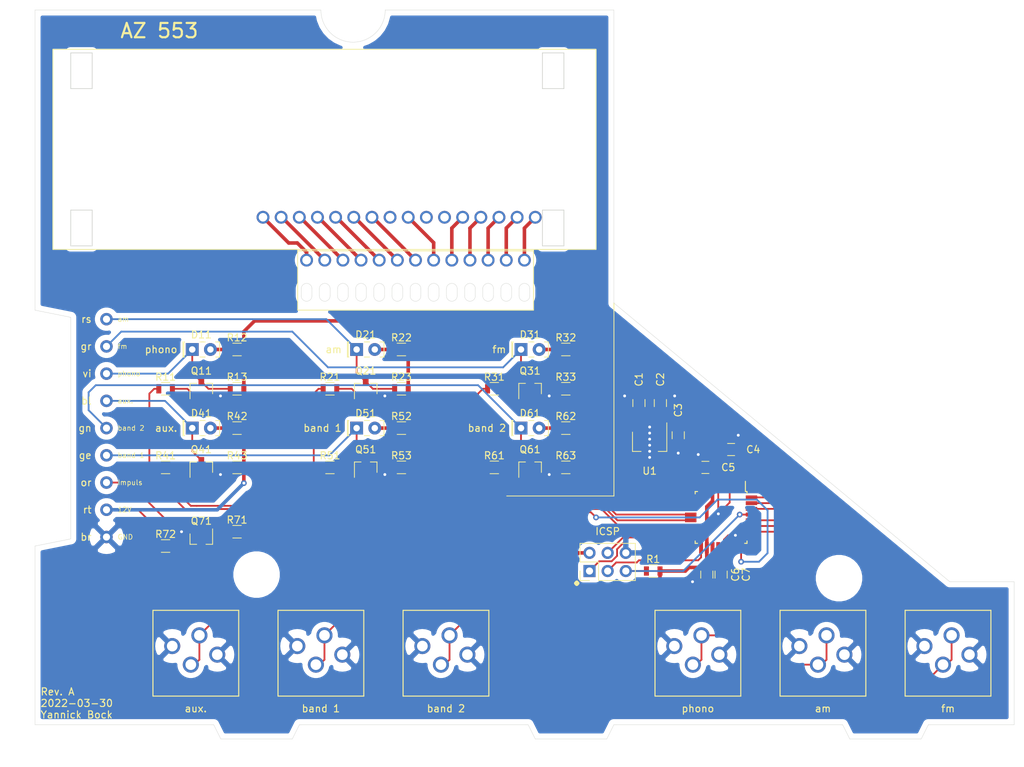
<source format=kicad_pcb>
(kicad_pcb (version 20171130) (host pcbnew "(5.1.7)-1")

  (general
    (thickness 1.6)
    (drawings 119)
    (tracks 316)
    (zones 0)
    (modules 55)
    (nets 66)
  )

  (page A4)
  (layers
    (0 F.Cu signal)
    (31 B.Cu signal)
    (32 B.Adhes user)
    (33 F.Adhes user)
    (34 B.Paste user)
    (35 F.Paste user)
    (36 B.SilkS user)
    (37 F.SilkS user)
    (38 B.Mask user)
    (39 F.Mask user)
    (40 Dwgs.User user hide)
    (41 Cmts.User user hide)
    (42 Eco1.User user)
    (43 Eco2.User user)
    (44 Edge.Cuts user)
    (45 Margin user)
    (46 B.CrtYd user)
    (47 F.CrtYd user)
    (48 B.Fab user)
    (49 F.Fab user hide)
  )

  (setup
    (last_trace_width 0.25)
    (user_trace_width 0.5)
    (user_trace_width 0.75)
    (trace_clearance 0.2)
    (zone_clearance 0.75)
    (zone_45_only yes)
    (trace_min 0.2)
    (via_size 0.8)
    (via_drill 0.4)
    (via_min_size 0.4)
    (via_min_drill 0.3)
    (uvia_size 0.3)
    (uvia_drill 0.1)
    (uvias_allowed no)
    (uvia_min_size 0.2)
    (uvia_min_drill 0.1)
    (edge_width 0.05)
    (segment_width 0.2)
    (pcb_text_width 0.3)
    (pcb_text_size 1.5 1.5)
    (mod_edge_width 0.12)
    (mod_text_size 1 1)
    (mod_text_width 0.15)
    (pad_size 3.5 3.5)
    (pad_drill 3.5)
    (pad_to_mask_clearance 0)
    (aux_axis_origin 0 0)
    (grid_origin 14 14)
    (visible_elements 7FFFFF7F)
    (pcbplotparams
      (layerselection 0x010fc_ffffffff)
      (usegerberextensions true)
      (usegerberattributes false)
      (usegerberadvancedattributes false)
      (creategerberjobfile false)
      (excludeedgelayer true)
      (linewidth 0.100000)
      (plotframeref false)
      (viasonmask false)
      (mode 1)
      (useauxorigin false)
      (hpglpennumber 1)
      (hpglpenspeed 20)
      (hpglpendiameter 15.000000)
      (psnegative false)
      (psa4output false)
      (plotreference true)
      (plotvalue false)
      (plotinvisibletext false)
      (padsonsilk false)
      (subtractmaskfromsilk true)
      (outputformat 1)
      (mirror false)
      (drillshape 0)
      (scaleselection 1)
      (outputdirectory "gerber"))
  )

  (net 0 "")
  (net 1 "Net-(J1-Pad7)")
  (net 2 GND)
  (net 3 +12V)
  (net 4 PHONO)
  (net 5 AM)
  (net 6 FM)
  (net 7 AUX)
  (net 8 BD1)
  (net 9 BD2)
  (net 10 RESET)
  (net 11 +5V)
  (net 12 B_AUX)
  (net 13 B_BD1)
  (net 14 B_BD2)
  (net 15 B_PHONO)
  (net 16 B_AM)
  (net 17 B_FM)
  (net 18 "Net-(J5-Pad13)")
  (net 19 "Net-(J5-Pad12)")
  (net 20 "Net-(J5-Pad11)")
  (net 21 "Net-(J5-Pad10)")
  (net 22 "Net-(J5-Pad9)")
  (net 23 "Net-(J5-Pad8)")
  (net 24 "Net-(J5-Pad7)")
  (net 25 "Net-(J5-Pad6)")
  (net 26 "Net-(J5-Pad5)")
  (net 27 "Net-(J5-Pad4)")
  (net 28 "Net-(J5-Pad3)")
  (net 29 "Net-(J5-Pad2)")
  (net 30 "Net-(J5-Pad1)")
  (net 31 "Net-(J6-Pad11)")
  (net 32 "Net-(J6-Pad8)")
  (net 33 CLK)
  (net 34 MOSI)
  (net 35 MISO)
  (net 36 IMPULS)
  (net 37 "Net-(U2-Pad19)")
  (net 38 "Net-(U2-Pad22)")
  (net 39 "Net-(U2-Pad25)")
  (net 40 "Net-(C7-Pad1)")
  (net 41 "Net-(U2-Pad23)")
  (net 42 "Net-(U2-Pad7)")
  (net 43 "Net-(J6-Pad10)")
  (net 44 "Net-(D11-Pad1)")
  (net 45 "Net-(D11-Pad2)")
  (net 46 "Net-(Q11-Pad1)")
  (net 47 "Net-(Q21-Pad1)")
  (net 48 "Net-(Q31-Pad1)")
  (net 49 "Net-(Q41-Pad1)")
  (net 50 "Net-(Q51-Pad1)")
  (net 51 "Net-(Q61-Pad1)")
  (net 52 "Net-(Q71-Pad1)")
  (net 53 "Net-(D21-Pad1)")
  (net 54 "Net-(D21-Pad2)")
  (net 55 "Net-(D31-Pad1)")
  (net 56 "Net-(D31-Pad2)")
  (net 57 "Net-(D41-Pad1)")
  (net 58 "Net-(D41-Pad2)")
  (net 59 "Net-(D51-Pad1)")
  (net 60 "Net-(D51-Pad2)")
  (net 61 "Net-(D61-Pad1)")
  (net 62 "Net-(D61-Pad2)")
  (net 63 "Net-(U2-Pad1)")
  (net 64 "Net-(U2-Pad2)")
  (net 65 "Net-(U2-Pad8)")

  (net_class Default "This is the default net class."
    (clearance 0.2)
    (trace_width 0.25)
    (via_dia 0.8)
    (via_drill 0.4)
    (uvia_dia 0.3)
    (uvia_drill 0.1)
    (add_net +12V)
    (add_net +5V)
    (add_net AM)
    (add_net AUX)
    (add_net BD1)
    (add_net BD2)
    (add_net B_AM)
    (add_net B_AUX)
    (add_net B_BD1)
    (add_net B_BD2)
    (add_net B_FM)
    (add_net B_PHONO)
    (add_net CLK)
    (add_net FM)
    (add_net GND)
    (add_net IMPULS)
    (add_net MISO)
    (add_net MOSI)
    (add_net "Net-(C7-Pad1)")
    (add_net "Net-(D11-Pad1)")
    (add_net "Net-(D11-Pad2)")
    (add_net "Net-(D21-Pad1)")
    (add_net "Net-(D21-Pad2)")
    (add_net "Net-(D31-Pad1)")
    (add_net "Net-(D31-Pad2)")
    (add_net "Net-(D41-Pad1)")
    (add_net "Net-(D41-Pad2)")
    (add_net "Net-(D51-Pad1)")
    (add_net "Net-(D51-Pad2)")
    (add_net "Net-(D61-Pad1)")
    (add_net "Net-(D61-Pad2)")
    (add_net "Net-(J1-Pad7)")
    (add_net "Net-(J5-Pad1)")
    (add_net "Net-(J5-Pad10)")
    (add_net "Net-(J5-Pad11)")
    (add_net "Net-(J5-Pad12)")
    (add_net "Net-(J5-Pad13)")
    (add_net "Net-(J5-Pad2)")
    (add_net "Net-(J5-Pad3)")
    (add_net "Net-(J5-Pad4)")
    (add_net "Net-(J5-Pad5)")
    (add_net "Net-(J5-Pad6)")
    (add_net "Net-(J5-Pad7)")
    (add_net "Net-(J5-Pad8)")
    (add_net "Net-(J5-Pad9)")
    (add_net "Net-(J6-Pad10)")
    (add_net "Net-(J6-Pad11)")
    (add_net "Net-(J6-Pad8)")
    (add_net "Net-(Q11-Pad1)")
    (add_net "Net-(Q21-Pad1)")
    (add_net "Net-(Q31-Pad1)")
    (add_net "Net-(Q41-Pad1)")
    (add_net "Net-(Q51-Pad1)")
    (add_net "Net-(Q61-Pad1)")
    (add_net "Net-(Q71-Pad1)")
    (add_net "Net-(U2-Pad1)")
    (add_net "Net-(U2-Pad19)")
    (add_net "Net-(U2-Pad2)")
    (add_net "Net-(U2-Pad22)")
    (add_net "Net-(U2-Pad23)")
    (add_net "Net-(U2-Pad25)")
    (add_net "Net-(U2-Pad7)")
    (add_net "Net-(U2-Pad8)")
    (add_net PHONO)
    (add_net RESET)
  )

  (module TO_SOT_Packages_SMD:SOT-23 (layer F.Cu) (tedit 58CE4E7E) (tstamp 5FA5A870)
    (at 37.27 88 270)
    (descr "SOT-23, Standard")
    (tags SOT-23)
    (path /621786D8)
    (attr smd)
    (fp_text reference Q71 (at -2.5 0 180) (layer F.SilkS)
      (effects (font (size 1 1) (thickness 0.15)))
    )
    (fp_text value BC847 (at 0 2.5 90) (layer F.Fab)
      (effects (font (size 1 1) (thickness 0.15)))
    )
    (fp_line (start -0.7 -0.95) (end -0.7 1.5) (layer F.Fab) (width 0.1))
    (fp_line (start -0.15 -1.52) (end 0.7 -1.52) (layer F.Fab) (width 0.1))
    (fp_line (start -0.7 -0.95) (end -0.15 -1.52) (layer F.Fab) (width 0.1))
    (fp_line (start 0.7 -1.52) (end 0.7 1.52) (layer F.Fab) (width 0.1))
    (fp_line (start -0.7 1.52) (end 0.7 1.52) (layer F.Fab) (width 0.1))
    (fp_line (start 0.76 1.58) (end 0.76 0.65) (layer F.SilkS) (width 0.12))
    (fp_line (start 0.76 -1.58) (end 0.76 -0.65) (layer F.SilkS) (width 0.12))
    (fp_line (start -1.7 -1.75) (end 1.7 -1.75) (layer F.CrtYd) (width 0.05))
    (fp_line (start 1.7 -1.75) (end 1.7 1.75) (layer F.CrtYd) (width 0.05))
    (fp_line (start 1.7 1.75) (end -1.7 1.75) (layer F.CrtYd) (width 0.05))
    (fp_line (start -1.7 1.75) (end -1.7 -1.75) (layer F.CrtYd) (width 0.05))
    (fp_line (start 0.76 -1.58) (end -1.4 -1.58) (layer F.SilkS) (width 0.12))
    (fp_line (start 0.76 1.58) (end -0.7 1.58) (layer F.SilkS) (width 0.12))
    (fp_text user %R (at 0 0) (layer F.Fab)
      (effects (font (size 0.5 0.5) (thickness 0.075)))
    )
    (pad 1 smd rect (at -1 -0.95 270) (size 0.9 0.8) (layers F.Cu F.Paste F.Mask)
      (net 52 "Net-(Q71-Pad1)"))
    (pad 2 smd rect (at -1 0.95 270) (size 0.9 0.8) (layers F.Cu F.Paste F.Mask)
      (net 2 GND))
    (pad 3 smd rect (at 1 0 270) (size 0.9 0.8) (layers F.Cu F.Paste F.Mask)
      (net 1 "Net-(J1-Pad7)"))
    (model ${KISYS3DMOD}/TO_SOT_Packages_SMD.3dshapes/SOT-23.wrl
      (at (xyz 0 0 0))
      (scale (xyz 1 1 1))
      (rotate (xyz 0 0 0))
    )
  )

  (module saba_9240_frontend:saba_92xx_push_button (layer F.Cu) (tedit 60EA3D5B) (tstamp 5F9FDE79)
    (at 36.5 112)
    (path /5FAF7904)
    (fp_text reference SW1 (at 0 0.5) (layer F.SilkS) hide
      (effects (font (size 1 1) (thickness 0.15)))
    )
    (fp_text value AUX (at 0 -0.5) (layer F.Fab)
      (effects (font (size 1 1) (thickness 0.15)))
    )
    (fp_line (start 6 -2) (end -6 -2) (layer F.SilkS) (width 0.15))
    (fp_line (start -6 -2) (end -6 -14) (layer F.SilkS) (width 0.15))
    (fp_line (start -6 -14) (end 6 -14) (layer F.SilkS) (width 0.15))
    (fp_line (start 6 -14) (end 6 -2) (layer F.SilkS) (width 0.15))
    (pad 4 thru_hole circle (at 3 -7.8) (size 2.25 2.25) (drill 1.5) (layers *.Cu *.Mask)
      (net 2 GND) (clearance 0.65) (thermal_gap 1.25))
    (pad 3 thru_hole circle (at -0.7 -6.4) (size 2.25 2.25) (drill 1.5) (layers *.Cu *.Mask)
      (net 12 B_AUX) (clearance 0.65) (thermal_gap 1.25))
    (pad 2 thru_hole circle (at -3.3 -9) (size 2.25 2.25) (drill 1.5) (layers *.Cu *.Mask)
      (net 2 GND) (clearance 0.65) (thermal_gap 1.25))
    (pad 1 thru_hole circle (at 0.5 -10.5) (size 2.25 2.25) (drill 1.5) (layers *.Cu *.Mask)
      (net 12 B_AUX) (clearance 0.65) (thermal_gap 1.25))
  )

  (module saba_9240_frontend:saba_92xx_push_button (layer F.Cu) (tedit 60EA3736) (tstamp 5F9FDE85)
    (at 54 112)
    (path /603B226A)
    (fp_text reference SW2 (at 0 0.5) (layer F.SilkS) hide
      (effects (font (size 1 1) (thickness 0.15)))
    )
    (fp_text value BD1 (at 0 -0.5) (layer F.Fab)
      (effects (font (size 1 1) (thickness 0.15)))
    )
    (fp_line (start 6 -2) (end -6 -2) (layer F.SilkS) (width 0.15))
    (fp_line (start -6 -2) (end -6 -14) (layer F.SilkS) (width 0.15))
    (fp_line (start -6 -14) (end 6 -14) (layer F.SilkS) (width 0.15))
    (fp_line (start 6 -14) (end 6 -2) (layer F.SilkS) (width 0.15))
    (pad 4 thru_hole circle (at 3 -7.8) (size 2.25 2.25) (drill 1.5) (layers *.Cu *.Mask)
      (net 2 GND) (clearance 0.75) (thermal_gap 1.25))
    (pad 3 thru_hole circle (at -0.7 -6.4) (size 2.25 2.25) (drill 1.5) (layers *.Cu *.Mask)
      (net 13 B_BD1) (clearance 0.75) (thermal_gap 1.25))
    (pad 2 thru_hole circle (at -3.3 -9) (size 2.25 2.25) (drill 1.5) (layers *.Cu *.Mask)
      (net 2 GND) (clearance 0.75) (thermal_gap 1.25))
    (pad 1 thru_hole circle (at 0.5 -10.5) (size 2.25 2.25) (drill 1.5) (layers *.Cu *.Mask)
      (net 13 B_BD1) (clearance 0.75) (thermal_gap 1.25))
  )

  (module saba_9240_frontend:saba_92xx_push_button (layer F.Cu) (tedit 60EA3736) (tstamp 5F9FDE91)
    (at 71.5 112)
    (path /603B1A3B)
    (fp_text reference SW3 (at 0 0.5) (layer F.SilkS) hide
      (effects (font (size 1 1) (thickness 0.15)))
    )
    (fp_text value BD2 (at 0 -0.5) (layer F.Fab)
      (effects (font (size 1 1) (thickness 0.15)))
    )
    (fp_line (start 6 -2) (end -6 -2) (layer F.SilkS) (width 0.15))
    (fp_line (start -6 -2) (end -6 -14) (layer F.SilkS) (width 0.15))
    (fp_line (start -6 -14) (end 6 -14) (layer F.SilkS) (width 0.15))
    (fp_line (start 6 -14) (end 6 -2) (layer F.SilkS) (width 0.15))
    (pad 4 thru_hole circle (at 3 -7.8) (size 2.25 2.25) (drill 1.5) (layers *.Cu *.Mask)
      (net 2 GND) (clearance 0.75) (thermal_gap 1.25))
    (pad 3 thru_hole circle (at -0.7 -6.4) (size 2.25 2.25) (drill 1.5) (layers *.Cu *.Mask)
      (net 14 B_BD2) (clearance 0.75) (thermal_gap 1.25))
    (pad 2 thru_hole circle (at -3.3 -9) (size 2.25 2.25) (drill 1.5) (layers *.Cu *.Mask)
      (net 2 GND) (clearance 0.75) (thermal_gap 1.25))
    (pad 1 thru_hole circle (at 0.5 -10.5) (size 2.25 2.25) (drill 1.5) (layers *.Cu *.Mask)
      (net 14 B_BD2) (clearance 0.75) (thermal_gap 1.25))
  )

  (module saba_9240_frontend:saba_92xx_push_button (layer F.Cu) (tedit 60EA3736) (tstamp 5F9FDE9D)
    (at 106.75 112)
    (path /603B07B3)
    (fp_text reference SW4 (at 0 0.5) (layer F.SilkS) hide
      (effects (font (size 1 1) (thickness 0.15)))
    )
    (fp_text value PHONO (at 0 -0.5) (layer F.Fab)
      (effects (font (size 1 1) (thickness 0.15)))
    )
    (fp_line (start 6 -2) (end -6 -2) (layer F.SilkS) (width 0.15))
    (fp_line (start -6 -2) (end -6 -14) (layer F.SilkS) (width 0.15))
    (fp_line (start -6 -14) (end 6 -14) (layer F.SilkS) (width 0.15))
    (fp_line (start 6 -14) (end 6 -2) (layer F.SilkS) (width 0.15))
    (pad 4 thru_hole circle (at 3 -7.8) (size 2.25 2.25) (drill 1.5) (layers *.Cu *.Mask)
      (net 2 GND) (clearance 0.75) (thermal_gap 1.25))
    (pad 3 thru_hole circle (at -0.7 -6.4) (size 2.25 2.25) (drill 1.5) (layers *.Cu *.Mask)
      (net 15 B_PHONO) (clearance 0.75) (thermal_gap 1.25))
    (pad 2 thru_hole circle (at -3.3 -9) (size 2.25 2.25) (drill 1.5) (layers *.Cu *.Mask)
      (net 2 GND) (clearance 0.75) (thermal_gap 1.25))
    (pad 1 thru_hole circle (at 0.5 -10.5) (size 2.25 2.25) (drill 1.5) (layers *.Cu *.Mask)
      (net 15 B_PHONO) (clearance 0.75) (thermal_gap 1.25))
  )

  (module saba_9240_frontend:saba_92xx_push_button (layer F.Cu) (tedit 60EA3736) (tstamp 5F9FDEB5)
    (at 141.75 112)
    (path /603B383A)
    (fp_text reference SW6 (at 0 0.5) (layer F.SilkS) hide
      (effects (font (size 1 1) (thickness 0.15)))
    )
    (fp_text value FM (at 0 -0.5) (layer F.Fab)
      (effects (font (size 1 1) (thickness 0.15)))
    )
    (fp_line (start 6 -2) (end -6 -2) (layer F.SilkS) (width 0.15))
    (fp_line (start -6 -2) (end -6 -14) (layer F.SilkS) (width 0.15))
    (fp_line (start -6 -14) (end 6 -14) (layer F.SilkS) (width 0.15))
    (fp_line (start 6 -14) (end 6 -2) (layer F.SilkS) (width 0.15))
    (pad 4 thru_hole circle (at 3 -7.8) (size 2.25 2.25) (drill 1.5) (layers *.Cu *.Mask)
      (net 2 GND) (clearance 0.75) (thermal_gap 1.25))
    (pad 3 thru_hole circle (at -0.7 -6.4) (size 2.25 2.25) (drill 1.5) (layers *.Cu *.Mask)
      (net 17 B_FM) (clearance 0.75) (thermal_gap 1.25))
    (pad 2 thru_hole circle (at -3.3 -9) (size 2.25 2.25) (drill 1.5) (layers *.Cu *.Mask)
      (net 2 GND) (clearance 0.75) (thermal_gap 1.25))
    (pad 1 thru_hole circle (at 0.5 -10.5) (size 2.25 2.25) (drill 1.5) (layers *.Cu *.Mask)
      (net 17 B_FM) (clearance 0.75) (thermal_gap 1.25))
  )

  (module saba_9240_frontend:saba_92xx_push_button (layer F.Cu) (tedit 60EA3736) (tstamp 5F9FDEA9)
    (at 124.25 112)
    (path /603B2B35)
    (fp_text reference SW5 (at 0 0.5) (layer F.SilkS) hide
      (effects (font (size 1 1) (thickness 0.15)))
    )
    (fp_text value AM (at 0 -0.5) (layer F.Fab)
      (effects (font (size 1 1) (thickness 0.15)))
    )
    (fp_line (start 6 -2) (end -6 -2) (layer F.SilkS) (width 0.15))
    (fp_line (start -6 -2) (end -6 -14) (layer F.SilkS) (width 0.15))
    (fp_line (start -6 -14) (end 6 -14) (layer F.SilkS) (width 0.15))
    (fp_line (start 6 -14) (end 6 -2) (layer F.SilkS) (width 0.15))
    (pad 4 thru_hole circle (at 3 -7.8) (size 2.25 2.25) (drill 1.5) (layers *.Cu *.Mask)
      (net 2 GND) (clearance 0.75) (thermal_gap 1.25))
    (pad 3 thru_hole circle (at -0.7 -6.4) (size 2.25 2.25) (drill 1.5) (layers *.Cu *.Mask)
      (net 16 B_AM) (clearance 0.75) (thermal_gap 1.25))
    (pad 2 thru_hole circle (at -3.3 -9) (size 2.25 2.25) (drill 1.5) (layers *.Cu *.Mask)
      (net 2 GND) (clearance 0.75) (thermal_gap 1.25))
    (pad 1 thru_hole circle (at 0.5 -10.5) (size 2.25 2.25) (drill 1.5) (layers *.Cu *.Mask)
      (net 16 B_AM) (clearance 0.75) (thermal_gap 1.25))
  )

  (module Capacitors_SMD:C_0805 (layer F.Cu) (tedit 58AA8463) (tstamp 6053FD2B)
    (at 108 93 90)
    (descr "Capacitor SMD 0805, reflow soldering, AVX (see smccp.pdf)")
    (tags "capacitor 0805")
    (path /6075A08C)
    (attr smd)
    (fp_text reference C6 (at 0 4 90) (layer F.SilkS)
      (effects (font (size 1 1) (thickness 0.15)))
    )
    (fp_text value 100nF (at 0 1.75 90) (layer F.Fab)
      (effects (font (size 1 1) (thickness 0.15)))
    )
    (fp_line (start -1 0.62) (end -1 -0.62) (layer F.Fab) (width 0.1))
    (fp_line (start 1 0.62) (end -1 0.62) (layer F.Fab) (width 0.1))
    (fp_line (start 1 -0.62) (end 1 0.62) (layer F.Fab) (width 0.1))
    (fp_line (start -1 -0.62) (end 1 -0.62) (layer F.Fab) (width 0.1))
    (fp_line (start 0.5 -0.85) (end -0.5 -0.85) (layer F.SilkS) (width 0.12))
    (fp_line (start -0.5 0.85) (end 0.5 0.85) (layer F.SilkS) (width 0.12))
    (fp_line (start -1.75 -0.88) (end 1.75 -0.88) (layer F.CrtYd) (width 0.05))
    (fp_line (start -1.75 -0.88) (end -1.75 0.87) (layer F.CrtYd) (width 0.05))
    (fp_line (start 1.75 0.87) (end 1.75 -0.88) (layer F.CrtYd) (width 0.05))
    (fp_line (start 1.75 0.87) (end -1.75 0.87) (layer F.CrtYd) (width 0.05))
    (fp_text user %R (at 0 -1.5 90) (layer F.Fab)
      (effects (font (size 1 1) (thickness 0.15)))
    )
    (pad 1 smd rect (at -1 0 90) (size 1 1.25) (layers F.Cu F.Paste F.Mask)
      (net 2 GND))
    (pad 2 smd rect (at 1 0 90) (size 1 1.25) (layers F.Cu F.Paste F.Mask)
      (net 11 +5V))
    (model Capacitors_SMD.3dshapes/C_0805.wrl
      (at (xyz 0 0 0))
      (scale (xyz 1 1 1))
      (rotate (xyz 0 0 0))
    )
  )

  (module Capacitors_SMD:C_0805 (layer F.Cu) (tedit 58AA8463) (tstamp 6053FD28)
    (at 107.8 78)
    (descr "Capacitor SMD 0805, reflow soldering, AVX (see smccp.pdf)")
    (tags "capacitor 0805")
    (path /60759873)
    (attr smd)
    (fp_text reference C5 (at 3.2 0) (layer F.SilkS)
      (effects (font (size 1 1) (thickness 0.15)))
    )
    (fp_text value 100nF (at 0 1.75) (layer F.Fab)
      (effects (font (size 1 1) (thickness 0.15)))
    )
    (fp_line (start -1 0.62) (end -1 -0.62) (layer F.Fab) (width 0.1))
    (fp_line (start 1 0.62) (end -1 0.62) (layer F.Fab) (width 0.1))
    (fp_line (start 1 -0.62) (end 1 0.62) (layer F.Fab) (width 0.1))
    (fp_line (start -1 -0.62) (end 1 -0.62) (layer F.Fab) (width 0.1))
    (fp_line (start 0.5 -0.85) (end -0.5 -0.85) (layer F.SilkS) (width 0.12))
    (fp_line (start -0.5 0.85) (end 0.5 0.85) (layer F.SilkS) (width 0.12))
    (fp_line (start -1.75 -0.88) (end 1.75 -0.88) (layer F.CrtYd) (width 0.05))
    (fp_line (start -1.75 -0.88) (end -1.75 0.87) (layer F.CrtYd) (width 0.05))
    (fp_line (start 1.75 0.87) (end 1.75 -0.88) (layer F.CrtYd) (width 0.05))
    (fp_line (start 1.75 0.87) (end -1.75 0.87) (layer F.CrtYd) (width 0.05))
    (fp_text user %R (at 0 -1.5) (layer F.Fab)
      (effects (font (size 1 1) (thickness 0.15)))
    )
    (pad 1 smd rect (at -1 0) (size 1 1.25) (layers F.Cu F.Paste F.Mask)
      (net 2 GND))
    (pad 2 smd rect (at 1 0) (size 1 1.25) (layers F.Cu F.Paste F.Mask)
      (net 11 +5V))
    (model Capacitors_SMD.3dshapes/C_0805.wrl
      (at (xyz 0 0 0))
      (scale (xyz 1 1 1))
      (rotate (xyz 0 0 0))
    )
  )

  (module Capacitors_SMD:C_0805 (layer F.Cu) (tedit 58AA8463) (tstamp 6053FD25)
    (at 111.4 75.5 180)
    (descr "Capacitor SMD 0805, reflow soldering, AVX (see smccp.pdf)")
    (tags "capacitor 0805")
    (path /6075856E)
    (attr smd)
    (fp_text reference C4 (at -3.1 0) (layer F.SilkS)
      (effects (font (size 1 1) (thickness 0.15)))
    )
    (fp_text value 100nF (at 0 1.75) (layer F.Fab)
      (effects (font (size 1 1) (thickness 0.15)))
    )
    (fp_line (start -1 0.62) (end -1 -0.62) (layer F.Fab) (width 0.1))
    (fp_line (start 1 0.62) (end -1 0.62) (layer F.Fab) (width 0.1))
    (fp_line (start 1 -0.62) (end 1 0.62) (layer F.Fab) (width 0.1))
    (fp_line (start -1 -0.62) (end 1 -0.62) (layer F.Fab) (width 0.1))
    (fp_line (start 0.5 -0.85) (end -0.5 -0.85) (layer F.SilkS) (width 0.12))
    (fp_line (start -0.5 0.85) (end 0.5 0.85) (layer F.SilkS) (width 0.12))
    (fp_line (start -1.75 -0.88) (end 1.75 -0.88) (layer F.CrtYd) (width 0.05))
    (fp_line (start -1.75 -0.88) (end -1.75 0.87) (layer F.CrtYd) (width 0.05))
    (fp_line (start 1.75 0.87) (end 1.75 -0.88) (layer F.CrtYd) (width 0.05))
    (fp_line (start 1.75 0.87) (end -1.75 0.87) (layer F.CrtYd) (width 0.05))
    (fp_text user %R (at 0 -1.5) (layer F.Fab)
      (effects (font (size 1 1) (thickness 0.15)))
    )
    (pad 1 smd rect (at -1 0 180) (size 1 1.25) (layers F.Cu F.Paste F.Mask)
      (net 2 GND))
    (pad 2 smd rect (at 1 0 180) (size 1 1.25) (layers F.Cu F.Paste F.Mask)
      (net 11 +5V))
    (model Capacitors_SMD.3dshapes/C_0805.wrl
      (at (xyz 0 0 0))
      (scale (xyz 1 1 1))
      (rotate (xyz 0 0 0))
    )
  )

  (module Capacitors_SMD:C_0805 (layer F.Cu) (tedit 58AA8463) (tstamp 6053E7AE)
    (at 104 73.5 90)
    (descr "Capacitor SMD 0805, reflow soldering, AVX (see smccp.pdf)")
    (tags "capacitor 0805")
    (path /60725887)
    (attr smd)
    (fp_text reference C3 (at 3.5 0 90) (layer F.SilkS)
      (effects (font (size 1 1) (thickness 0.15)))
    )
    (fp_text value 2.2µF (at 0 1.75 90) (layer F.Fab)
      (effects (font (size 1 1) (thickness 0.15)))
    )
    (fp_line (start -1 0.62) (end -1 -0.62) (layer F.Fab) (width 0.1))
    (fp_line (start 1 0.62) (end -1 0.62) (layer F.Fab) (width 0.1))
    (fp_line (start 1 -0.62) (end 1 0.62) (layer F.Fab) (width 0.1))
    (fp_line (start -1 -0.62) (end 1 -0.62) (layer F.Fab) (width 0.1))
    (fp_line (start 0.5 -0.85) (end -0.5 -0.85) (layer F.SilkS) (width 0.12))
    (fp_line (start -0.5 0.85) (end 0.5 0.85) (layer F.SilkS) (width 0.12))
    (fp_line (start -1.75 -0.88) (end 1.75 -0.88) (layer F.CrtYd) (width 0.05))
    (fp_line (start -1.75 -0.88) (end -1.75 0.87) (layer F.CrtYd) (width 0.05))
    (fp_line (start 1.75 0.87) (end 1.75 -0.88) (layer F.CrtYd) (width 0.05))
    (fp_line (start 1.75 0.87) (end -1.75 0.87) (layer F.CrtYd) (width 0.05))
    (fp_text user %R (at 0 -1.5 90) (layer F.Fab)
      (effects (font (size 1 1) (thickness 0.15)))
    )
    (pad 1 smd rect (at -1 0 90) (size 1 1.25) (layers F.Cu F.Paste F.Mask)
      (net 2 GND))
    (pad 2 smd rect (at 1 0 90) (size 1 1.25) (layers F.Cu F.Paste F.Mask)
      (net 11 +5V))
    (model Capacitors_SMD.3dshapes/C_0805.wrl
      (at (xyz 0 0 0))
      (scale (xyz 1 1 1))
      (rotate (xyz 0 0 0))
    )
  )

  (module saba_9240_frontend:Pad_Array_3.81mm (layer F.Cu) (tedit 6053AEC6) (tstamp 6053D769)
    (at 24 57.26)
    (path /5F9B6EBB)
    (fp_text reference J1 (at 0 34.48) (layer F.SilkS) hide
      (effects (font (size 1 1) (thickness 0.15)))
    )
    (fp_text value Conn_01x09_Male (at -0.04 33.48) (layer F.Fab)
      (effects (font (size 1 1) (thickness 0.15)))
    )
    (fp_text user GND (at 1.5 30.48) (layer F.SilkS)
      (effects (font (size 0.7 0.7) (thickness 0.1)) (justify left))
    )
    (fp_text user 12V (at 1.5 26.67) (layer F.SilkS)
      (effects (font (size 0.7 0.7) (thickness 0.1)) (justify left))
    )
    (fp_text user Impuls (at 1.5 22.86) (layer F.SilkS)
      (effects (font (size 0.7 0.7) (thickness 0.1)) (justify left))
    )
    (fp_text user "band 1" (at 1.5 19.05) (layer F.SilkS)
      (effects (font (size 0.7 0.7) (thickness 0.1)) (justify left))
    )
    (fp_text user "band 2" (at 1.5 15.24) (layer F.SilkS)
      (effects (font (size 0.7 0.7) (thickness 0.1)) (justify left))
    )
    (fp_text user aux. (at 1.5 11.43) (layer F.SilkS)
      (effects (font (size 0.7 0.7) (thickness 0.1)) (justify left))
    )
    (fp_text user phono (at 1.5 7.62) (layer F.SilkS)
      (effects (font (size 0.7 0.7) (thickness 0.1)) (justify left))
    )
    (fp_text user fm (at 1.5 3.81) (layer F.SilkS)
      (effects (font (size 0.7 0.7) (thickness 0.1)) (justify left))
    )
    (fp_text user am (at 1.5 0) (layer F.SilkS)
      (effects (font (size 0.7 0.7) (thickness 0.1)) (justify left))
    )
    (fp_text user br (at -2 30.48) (layer F.SilkS)
      (effects (font (size 1 1) (thickness 0.15)) (justify right))
    )
    (fp_text user rt (at -2 26.67) (layer F.SilkS)
      (effects (font (size 1 1) (thickness 0.15)) (justify right))
    )
    (fp_text user or (at -2 22.86) (layer F.SilkS)
      (effects (font (size 1 1) (thickness 0.15)) (justify right))
    )
    (fp_text user ge (at -2 19.05) (layer F.SilkS)
      (effects (font (size 1 1) (thickness 0.15)) (justify right))
    )
    (fp_text user gn (at -2 15.24) (layer F.SilkS)
      (effects (font (size 1 1) (thickness 0.15)) (justify right))
    )
    (fp_text user bl (at -2 11.43) (layer F.SilkS)
      (effects (font (size 1 1) (thickness 0.15)) (justify right))
    )
    (fp_text user vi (at -2 7.62) (layer F.SilkS)
      (effects (font (size 1 1) (thickness 0.15)) (justify right))
    )
    (fp_text user gr (at -2 3.81) (layer F.SilkS)
      (effects (font (size 1 1) (thickness 0.15)) (justify right))
    )
    (fp_text user rs (at -2 0) (layer F.SilkS)
      (effects (font (size 1 1) (thickness 0.15)) (justify right))
    )
    (pad 9 thru_hole circle (at 0 30.48) (size 1.75 1.75) (drill 1) (layers *.Cu *.Mask)
      (net 2 GND))
    (pad 8 thru_hole circle (at 0 26.67) (size 1.75 1.75) (drill 1) (layers *.Cu *.Mask)
      (net 3 +12V))
    (pad 7 thru_hole circle (at 0 22.86) (size 1.75 1.75) (drill 1) (layers *.Cu *.Mask)
      (net 1 "Net-(J1-Pad7)"))
    (pad 6 thru_hole circle (at 0 19.05) (size 1.75 1.75) (drill 1) (layers *.Cu *.Mask)
      (net 59 "Net-(D51-Pad1)"))
    (pad 5 thru_hole circle (at 0 15.24) (size 1.75 1.75) (drill 1) (layers *.Cu *.Mask)
      (net 61 "Net-(D61-Pad1)"))
    (pad 4 thru_hole circle (at 0 11.43) (size 1.75 1.75) (drill 1) (layers *.Cu *.Mask)
      (net 57 "Net-(D41-Pad1)"))
    (pad 3 thru_hole circle (at 0 7.62) (size 1.75 1.75) (drill 1) (layers *.Cu *.Mask)
      (net 44 "Net-(D11-Pad1)"))
    (pad 2 thru_hole circle (at 0 3.81) (size 1.75 1.75) (drill 1) (layers *.Cu *.Mask)
      (net 55 "Net-(D31-Pad1)"))
    (pad 1 thru_hole circle (at 0 0) (size 1.75 1.75) (drill 1) (layers *.Cu *.Mask)
      (net 53 "Net-(D21-Pad1)"))
  )

  (module Resistors_SMD:R_0805 (layer F.Cu) (tedit 58E0A804) (tstamp 60502105)
    (at 100.5 92.5 180)
    (descr "Resistor SMD 0805, reflow soldering, Vishay (see dcrcw.pdf)")
    (tags "resistor 0805")
    (path /5FAF8CC2)
    (attr smd)
    (fp_text reference R1 (at 0 1.65) (layer F.SilkS)
      (effects (font (size 1 1) (thickness 0.15)))
    )
    (fp_text value 10k (at 0 1.75) (layer F.Fab)
      (effects (font (size 1 1) (thickness 0.15)))
    )
    (fp_line (start -1 0.62) (end -1 -0.62) (layer F.Fab) (width 0.1))
    (fp_line (start 1 0.62) (end -1 0.62) (layer F.Fab) (width 0.1))
    (fp_line (start 1 -0.62) (end 1 0.62) (layer F.Fab) (width 0.1))
    (fp_line (start -1 -0.62) (end 1 -0.62) (layer F.Fab) (width 0.1))
    (fp_line (start 0.6 0.88) (end -0.6 0.88) (layer F.SilkS) (width 0.12))
    (fp_line (start -0.6 -0.88) (end 0.6 -0.88) (layer F.SilkS) (width 0.12))
    (fp_line (start -1.55 -0.9) (end 1.55 -0.9) (layer F.CrtYd) (width 0.05))
    (fp_line (start -1.55 -0.9) (end -1.55 0.9) (layer F.CrtYd) (width 0.05))
    (fp_line (start 1.55 0.9) (end 1.55 -0.9) (layer F.CrtYd) (width 0.05))
    (fp_line (start 1.55 0.9) (end -1.55 0.9) (layer F.CrtYd) (width 0.05))
    (fp_text user %R (at 0 0) (layer F.Fab)
      (effects (font (size 0.5 0.5) (thickness 0.075)))
    )
    (pad 1 smd rect (at -0.95 0 180) (size 0.7 1.3) (layers F.Cu F.Paste F.Mask)
      (net 11 +5V))
    (pad 2 smd rect (at 0.95 0 180) (size 0.7 1.3) (layers F.Cu F.Paste F.Mask)
      (net 10 RESET))
    (model ${KISYS3DMOD}/Resistors_SMD.3dshapes/R_0805.wrl
      (at (xyz 0 0 0))
      (scale (xyz 1 1 1))
      (rotate (xyz 0 0 0))
    )
  )

  (module Capacitors_SMD:C_0805 (layer F.Cu) (tedit 58AA8463) (tstamp 60501E4E)
    (at 110 93 270)
    (descr "Capacitor SMD 0805, reflow soldering, AVX (see smccp.pdf)")
    (tags "capacitor 0805")
    (path /60A3F01F)
    (attr smd)
    (fp_text reference C7 (at 0 -3.5 90) (layer F.SilkS)
      (effects (font (size 1 1) (thickness 0.15)))
    )
    (fp_text value 100nF (at 0 1.75 90) (layer F.Fab)
      (effects (font (size 1 1) (thickness 0.15)))
    )
    (fp_line (start -1 0.62) (end -1 -0.62) (layer F.Fab) (width 0.1))
    (fp_line (start 1 0.62) (end -1 0.62) (layer F.Fab) (width 0.1))
    (fp_line (start 1 -0.62) (end 1 0.62) (layer F.Fab) (width 0.1))
    (fp_line (start -1 -0.62) (end 1 -0.62) (layer F.Fab) (width 0.1))
    (fp_line (start 0.5 -0.85) (end -0.5 -0.85) (layer F.SilkS) (width 0.12))
    (fp_line (start -0.5 0.85) (end 0.5 0.85) (layer F.SilkS) (width 0.12))
    (fp_line (start -1.75 -0.88) (end 1.75 -0.88) (layer F.CrtYd) (width 0.05))
    (fp_line (start -1.75 -0.88) (end -1.75 0.87) (layer F.CrtYd) (width 0.05))
    (fp_line (start 1.75 0.87) (end 1.75 -0.88) (layer F.CrtYd) (width 0.05))
    (fp_line (start 1.75 0.87) (end -1.75 0.87) (layer F.CrtYd) (width 0.05))
    (fp_text user %R (at 0 -1.5 90) (layer F.Fab)
      (effects (font (size 1 1) (thickness 0.15)))
    )
    (pad 1 smd rect (at -1 0 270) (size 1 1.25) (layers F.Cu F.Paste F.Mask)
      (net 40 "Net-(C7-Pad1)"))
    (pad 2 smd rect (at 1 0 270) (size 1 1.25) (layers F.Cu F.Paste F.Mask)
      (net 2 GND))
    (model Capacitors_SMD.3dshapes/C_0805.wrl
      (at (xyz 0 0 0))
      (scale (xyz 1 1 1))
      (rotate (xyz 0 0 0))
    )
  )

  (module Housings_QFP:TQFP-32_7x7mm_Pitch0.8mm (layer F.Cu) (tedit 58CC9A48) (tstamp 604FC7CA)
    (at 110 85 270)
    (descr "32-Lead Plastic Thin Quad Flatpack (PT) - 7x7x1.0 mm Body, 2.00 mm [TQFP] (see Microchip Packaging Specification 00000049BS.pdf)")
    (tags "QFP 0.8")
    (path /6053659E)
    (attr smd)
    (fp_text reference U2 (at 0 0 180) (layer F.SilkS) hide
      (effects (font (size 1 1) (thickness 0.15)))
    )
    (fp_text value ATmega328P-AU (at 0 6.05 90) (layer F.Fab)
      (effects (font (size 1 1) (thickness 0.15)))
    )
    (fp_line (start -3.625 -3.4) (end -5.05 -3.4) (layer F.SilkS) (width 0.15))
    (fp_line (start 3.625 -3.625) (end 3.3 -3.625) (layer F.SilkS) (width 0.15))
    (fp_line (start 3.625 3.625) (end 3.3 3.625) (layer F.SilkS) (width 0.15))
    (fp_line (start -3.625 3.625) (end -3.3 3.625) (layer F.SilkS) (width 0.15))
    (fp_line (start -3.625 -3.625) (end -3.3 -3.625) (layer F.SilkS) (width 0.15))
    (fp_line (start -3.625 3.625) (end -3.625 3.3) (layer F.SilkS) (width 0.15))
    (fp_line (start 3.625 3.625) (end 3.625 3.3) (layer F.SilkS) (width 0.15))
    (fp_line (start 3.625 -3.625) (end 3.625 -3.3) (layer F.SilkS) (width 0.15))
    (fp_line (start -3.625 -3.625) (end -3.625 -3.4) (layer F.SilkS) (width 0.15))
    (fp_line (start -5.3 5.3) (end 5.3 5.3) (layer F.CrtYd) (width 0.05))
    (fp_line (start -5.3 -5.3) (end 5.3 -5.3) (layer F.CrtYd) (width 0.05))
    (fp_line (start 5.3 -5.3) (end 5.3 5.3) (layer F.CrtYd) (width 0.05))
    (fp_line (start -5.3 -5.3) (end -5.3 5.3) (layer F.CrtYd) (width 0.05))
    (fp_line (start -3.5 -2.5) (end -2.5 -3.5) (layer F.Fab) (width 0.15))
    (fp_line (start -3.5 3.5) (end -3.5 -2.5) (layer F.Fab) (width 0.15))
    (fp_line (start 3.5 3.5) (end -3.5 3.5) (layer F.Fab) (width 0.15))
    (fp_line (start 3.5 -3.5) (end 3.5 3.5) (layer F.Fab) (width 0.15))
    (fp_line (start -2.5 -3.5) (end 3.5 -3.5) (layer F.Fab) (width 0.15))
    (fp_text user %R (at 0 0 90) (layer F.Fab)
      (effects (font (size 1 1) (thickness 0.15)))
    )
    (pad 1 smd rect (at -4.25 -2.8 270) (size 1.6 0.55) (layers F.Cu F.Paste F.Mask)
      (net 63 "Net-(U2-Pad1)"))
    (pad 2 smd rect (at -4.25 -2 270) (size 1.6 0.55) (layers F.Cu F.Paste F.Mask)
      (net 64 "Net-(U2-Pad2)"))
    (pad 3 smd rect (at -4.25 -1.2 270) (size 1.6 0.55) (layers F.Cu F.Paste F.Mask)
      (net 2 GND))
    (pad 4 smd rect (at -4.25 -0.4 270) (size 1.6 0.55) (layers F.Cu F.Paste F.Mask)
      (net 11 +5V))
    (pad 5 smd rect (at -4.25 0.4 270) (size 1.6 0.55) (layers F.Cu F.Paste F.Mask)
      (net 2 GND))
    (pad 6 smd rect (at -4.25 1.2 270) (size 1.6 0.55) (layers F.Cu F.Paste F.Mask)
      (net 11 +5V))
    (pad 7 smd rect (at -4.25 2 270) (size 1.6 0.55) (layers F.Cu F.Paste F.Mask)
      (net 42 "Net-(U2-Pad7)"))
    (pad 8 smd rect (at -4.25 2.8 270) (size 1.6 0.55) (layers F.Cu F.Paste F.Mask)
      (net 65 "Net-(U2-Pad8)"))
    (pad 9 smd rect (at -2.8 4.25) (size 1.6 0.55) (layers F.Cu F.Paste F.Mask)
      (net 9 BD2))
    (pad 10 smd rect (at -2 4.25) (size 1.6 0.55) (layers F.Cu F.Paste F.Mask)
      (net 6 FM))
    (pad 11 smd rect (at -1.2 4.25) (size 1.6 0.55) (layers F.Cu F.Paste F.Mask)
      (net 8 BD1))
    (pad 12 smd rect (at -0.4 4.25) (size 1.6 0.55) (layers F.Cu F.Paste F.Mask)
      (net 5 AM))
    (pad 13 smd rect (at 0.4 4.25) (size 1.6 0.55) (layers F.Cu F.Paste F.Mask)
      (net 7 AUX))
    (pad 14 smd rect (at 1.2 4.25) (size 1.6 0.55) (layers F.Cu F.Paste F.Mask)
      (net 4 PHONO))
    (pad 15 smd rect (at 2 4.25) (size 1.6 0.55) (layers F.Cu F.Paste F.Mask)
      (net 34 MOSI))
    (pad 16 smd rect (at 2.8 4.25) (size 1.6 0.55) (layers F.Cu F.Paste F.Mask)
      (net 35 MISO))
    (pad 17 smd rect (at 4.25 2.8 270) (size 1.6 0.55) (layers F.Cu F.Paste F.Mask)
      (net 33 CLK))
    (pad 18 smd rect (at 4.25 2 270) (size 1.6 0.55) (layers F.Cu F.Paste F.Mask)
      (net 11 +5V))
    (pad 19 smd rect (at 4.25 1.2 270) (size 1.6 0.55) (layers F.Cu F.Paste F.Mask)
      (net 37 "Net-(U2-Pad19)"))
    (pad 20 smd rect (at 4.25 0.4 270) (size 1.6 0.55) (layers F.Cu F.Paste F.Mask)
      (net 40 "Net-(C7-Pad1)"))
    (pad 21 smd rect (at 4.25 -0.4 270) (size 1.6 0.55) (layers F.Cu F.Paste F.Mask)
      (net 2 GND))
    (pad 22 smd rect (at 4.25 -1.2 270) (size 1.6 0.55) (layers F.Cu F.Paste F.Mask)
      (net 38 "Net-(U2-Pad22)"))
    (pad 23 smd rect (at 4.25 -2 270) (size 1.6 0.55) (layers F.Cu F.Paste F.Mask)
      (net 41 "Net-(U2-Pad23)"))
    (pad 24 smd rect (at 4.25 -2.8 270) (size 1.6 0.55) (layers F.Cu F.Paste F.Mask)
      (net 36 IMPULS))
    (pad 25 smd rect (at 2.8 -4.25) (size 1.6 0.55) (layers F.Cu F.Paste F.Mask)
      (net 39 "Net-(U2-Pad25)"))
    (pad 26 smd rect (at 2 -4.25) (size 1.6 0.55) (layers F.Cu F.Paste F.Mask)
      (net 12 B_AUX))
    (pad 27 smd rect (at 1.2 -4.25) (size 1.6 0.55) (layers F.Cu F.Paste F.Mask)
      (net 13 B_BD1))
    (pad 28 smd rect (at 0.4 -4.25) (size 1.6 0.55) (layers F.Cu F.Paste F.Mask)
      (net 14 B_BD2))
    (pad 29 smd rect (at -0.4 -4.25) (size 1.6 0.55) (layers F.Cu F.Paste F.Mask)
      (net 10 RESET))
    (pad 30 smd rect (at -1.2 -4.25) (size 1.6 0.55) (layers F.Cu F.Paste F.Mask)
      (net 15 B_PHONO))
    (pad 31 smd rect (at -2 -4.25) (size 1.6 0.55) (layers F.Cu F.Paste F.Mask)
      (net 17 B_FM))
    (pad 32 smd rect (at -2.8 -4.25) (size 1.6 0.55) (layers F.Cu F.Paste F.Mask)
      (net 16 B_AM))
    (model ${KISYS3DMOD}/Housings_QFP.3dshapes/TQFP-32_7x7mm_Pitch0.8mm.wrl
      (at (xyz 0 0 0))
      (scale (xyz 1 1 1))
      (rotate (xyz 0 0 0))
    )
  )

  (module LEDs:LED_Rectangular_W5.0mm_H2.0mm (layer F.Cu) (tedit 587A3A7B) (tstamp 5F9AFEF2)
    (at 36 61.5)
    (descr "LED_Rectangular, Rectangular,  Rectangular size 5.0x2.0mm^2, 2 pins, http://www.kingbright.com/attachments/file/psearch/000/00/00/L-169XCGDK(Ver.9B).pdf")
    (tags "LED_Rectangular Rectangular  Rectangular size 5.0x2.0mm^2 2 pins")
    (path /5F9B2985)
    (clearance 0.75)
    (fp_text reference D11 (at 1.27 -2.06) (layer F.SilkS)
      (effects (font (size 1 1) (thickness 0.15)))
    )
    (fp_text value LED (at 1.27 2.06) (layer F.Fab)
      (effects (font (size 1 1) (thickness 0.15)))
    )
    (fp_line (start -1.23 -1) (end -1.23 1) (layer F.Fab) (width 0.1))
    (fp_line (start -1.23 1) (end 3.77 1) (layer F.Fab) (width 0.1))
    (fp_line (start 3.77 1) (end 3.77 -1) (layer F.Fab) (width 0.1))
    (fp_line (start 3.77 -1) (end -1.23 -1) (layer F.Fab) (width 0.1))
    (fp_line (start -1.29 -1.06) (end -1.08 -1.06) (layer F.SilkS) (width 0.12))
    (fp_line (start 1.08 -1.06) (end 1.811 -1.06) (layer F.SilkS) (width 0.12))
    (fp_line (start 3.27 -1.06) (end 3.83 -1.06) (layer F.SilkS) (width 0.12))
    (fp_line (start -1.29 1.06) (end -1.08 1.06) (layer F.SilkS) (width 0.12))
    (fp_line (start 1.08 1.06) (end 1.811 1.06) (layer F.SilkS) (width 0.12))
    (fp_line (start 3.27 1.06) (end 3.83 1.06) (layer F.SilkS) (width 0.12))
    (fp_line (start -1.29 -1.06) (end -1.29 1.06) (layer F.SilkS) (width 0.12))
    (fp_line (start 3.83 -1.06) (end 3.83 1.06) (layer F.SilkS) (width 0.12))
    (fp_line (start -1.17 -1.06) (end -1.17 1.06) (layer F.SilkS) (width 0.12))
    (fp_line (start -1.55 -1.35) (end -1.55 1.35) (layer F.CrtYd) (width 0.05))
    (fp_line (start -1.55 1.35) (end 4.1 1.35) (layer F.CrtYd) (width 0.05))
    (fp_line (start 4.1 1.35) (end 4.1 -1.35) (layer F.CrtYd) (width 0.05))
    (fp_line (start 4.1 -1.35) (end -1.55 -1.35) (layer F.CrtYd) (width 0.05))
    (pad 1 thru_hole rect (at 0 0) (size 1.8 1.8) (drill 0.9) (layers *.Cu *.Mask)
      (net 44 "Net-(D11-Pad1)"))
    (pad 2 thru_hole circle (at 2.54 0) (size 1.8 1.8) (drill 0.9) (layers *.Cu *.Mask)
      (net 45 "Net-(D11-Pad2)"))
    (model ${KISYS3DMOD}/LEDs.3dshapes/LED_Rectangular_W5.0mm_H2.0mm.wrl
      (at (xyz 0 0 0))
      (scale (xyz 0.393701 0.393701 0.393701))
      (rotate (xyz 0 0 0))
    )
  )

  (module LEDs:LED_Rectangular_W5.0mm_H2.0mm (layer F.Cu) (tedit 587A3A7B) (tstamp 5F9AFEF5)
    (at 59 61.5)
    (descr "LED_Rectangular, Rectangular,  Rectangular size 5.0x2.0mm^2, 2 pins, http://www.kingbright.com/attachments/file/psearch/000/00/00/L-169XCGDK(Ver.9B).pdf")
    (tags "LED_Rectangular Rectangular  Rectangular size 5.0x2.0mm^2 2 pins")
    (path /5F9B3B1B)
    (clearance 0.75)
    (fp_text reference D21 (at 1.27 -2.06) (layer F.SilkS)
      (effects (font (size 1 1) (thickness 0.15)))
    )
    (fp_text value LED (at 1.27 2.06) (layer F.Fab)
      (effects (font (size 1 1) (thickness 0.15)))
    )
    (fp_line (start -1.23 -1) (end -1.23 1) (layer F.Fab) (width 0.1))
    (fp_line (start -1.23 1) (end 3.77 1) (layer F.Fab) (width 0.1))
    (fp_line (start 3.77 1) (end 3.77 -1) (layer F.Fab) (width 0.1))
    (fp_line (start 3.77 -1) (end -1.23 -1) (layer F.Fab) (width 0.1))
    (fp_line (start -1.29 -1.06) (end -1.08 -1.06) (layer F.SilkS) (width 0.12))
    (fp_line (start 1.08 -1.06) (end 1.811 -1.06) (layer F.SilkS) (width 0.12))
    (fp_line (start 3.27 -1.06) (end 3.83 -1.06) (layer F.SilkS) (width 0.12))
    (fp_line (start -1.29 1.06) (end -1.08 1.06) (layer F.SilkS) (width 0.12))
    (fp_line (start 1.08 1.06) (end 1.811 1.06) (layer F.SilkS) (width 0.12))
    (fp_line (start 3.27 1.06) (end 3.83 1.06) (layer F.SilkS) (width 0.12))
    (fp_line (start -1.29 -1.06) (end -1.29 1.06) (layer F.SilkS) (width 0.12))
    (fp_line (start 3.83 -1.06) (end 3.83 1.06) (layer F.SilkS) (width 0.12))
    (fp_line (start -1.17 -1.06) (end -1.17 1.06) (layer F.SilkS) (width 0.12))
    (fp_line (start -1.55 -1.35) (end -1.55 1.35) (layer F.CrtYd) (width 0.05))
    (fp_line (start -1.55 1.35) (end 4.1 1.35) (layer F.CrtYd) (width 0.05))
    (fp_line (start 4.1 1.35) (end 4.1 -1.35) (layer F.CrtYd) (width 0.05))
    (fp_line (start 4.1 -1.35) (end -1.55 -1.35) (layer F.CrtYd) (width 0.05))
    (pad 1 thru_hole rect (at 0 0) (size 1.8 1.8) (drill 0.9) (layers *.Cu *.Mask)
      (net 53 "Net-(D21-Pad1)"))
    (pad 2 thru_hole circle (at 2.54 0) (size 1.8 1.8) (drill 0.9) (layers *.Cu *.Mask)
      (net 54 "Net-(D21-Pad2)"))
    (model ${KISYS3DMOD}/LEDs.3dshapes/LED_Rectangular_W5.0mm_H2.0mm.wrl
      (at (xyz 0 0 0))
      (scale (xyz 0.393701 0.393701 0.393701))
      (rotate (xyz 0 0 0))
    )
  )

  (module LEDs:LED_Rectangular_W5.0mm_H2.0mm (layer F.Cu) (tedit 587A3A7B) (tstamp 5F9AFEF8)
    (at 82 61.5)
    (descr "LED_Rectangular, Rectangular,  Rectangular size 5.0x2.0mm^2, 2 pins, http://www.kingbright.com/attachments/file/psearch/000/00/00/L-169XCGDK(Ver.9B).pdf")
    (tags "LED_Rectangular Rectangular  Rectangular size 5.0x2.0mm^2 2 pins")
    (path /5F9B42AA)
    (clearance 0.75)
    (fp_text reference D31 (at 1.27 -2.06) (layer F.SilkS)
      (effects (font (size 1 1) (thickness 0.15)))
    )
    (fp_text value LED (at 1.27 2.06) (layer F.Fab)
      (effects (font (size 1 1) (thickness 0.15)))
    )
    (fp_line (start -1.23 -1) (end -1.23 1) (layer F.Fab) (width 0.1))
    (fp_line (start -1.23 1) (end 3.77 1) (layer F.Fab) (width 0.1))
    (fp_line (start 3.77 1) (end 3.77 -1) (layer F.Fab) (width 0.1))
    (fp_line (start 3.77 -1) (end -1.23 -1) (layer F.Fab) (width 0.1))
    (fp_line (start -1.29 -1.06) (end -1.08 -1.06) (layer F.SilkS) (width 0.12))
    (fp_line (start 1.08 -1.06) (end 1.811 -1.06) (layer F.SilkS) (width 0.12))
    (fp_line (start 3.27 -1.06) (end 3.83 -1.06) (layer F.SilkS) (width 0.12))
    (fp_line (start -1.29 1.06) (end -1.08 1.06) (layer F.SilkS) (width 0.12))
    (fp_line (start 1.08 1.06) (end 1.811 1.06) (layer F.SilkS) (width 0.12))
    (fp_line (start 3.27 1.06) (end 3.83 1.06) (layer F.SilkS) (width 0.12))
    (fp_line (start -1.29 -1.06) (end -1.29 1.06) (layer F.SilkS) (width 0.12))
    (fp_line (start 3.83 -1.06) (end 3.83 1.06) (layer F.SilkS) (width 0.12))
    (fp_line (start -1.17 -1.06) (end -1.17 1.06) (layer F.SilkS) (width 0.12))
    (fp_line (start -1.55 -1.35) (end -1.55 1.35) (layer F.CrtYd) (width 0.05))
    (fp_line (start -1.55 1.35) (end 4.1 1.35) (layer F.CrtYd) (width 0.05))
    (fp_line (start 4.1 1.35) (end 4.1 -1.35) (layer F.CrtYd) (width 0.05))
    (fp_line (start 4.1 -1.35) (end -1.55 -1.35) (layer F.CrtYd) (width 0.05))
    (pad 1 thru_hole rect (at 0 0) (size 1.8 1.8) (drill 0.9) (layers *.Cu *.Mask)
      (net 55 "Net-(D31-Pad1)"))
    (pad 2 thru_hole circle (at 2.54 0) (size 1.8 1.8) (drill 0.9) (layers *.Cu *.Mask)
      (net 56 "Net-(D31-Pad2)"))
    (model ${KISYS3DMOD}/LEDs.3dshapes/LED_Rectangular_W5.0mm_H2.0mm.wrl
      (at (xyz 0 0 0))
      (scale (xyz 0.393701 0.393701 0.393701))
      (rotate (xyz 0 0 0))
    )
  )

  (module LEDs:LED_Rectangular_W5.0mm_H2.0mm (layer F.Cu) (tedit 587A3A7B) (tstamp 5F9AFEFB)
    (at 36 72.5)
    (descr "LED_Rectangular, Rectangular,  Rectangular size 5.0x2.0mm^2, 2 pins, http://www.kingbright.com/attachments/file/psearch/000/00/00/L-169XCGDK(Ver.9B).pdf")
    (tags "LED_Rectangular Rectangular  Rectangular size 5.0x2.0mm^2 2 pins")
    (path /5F9B4B26)
    (clearance 0.75)
    (fp_text reference D41 (at 1.27 -2.06) (layer F.SilkS)
      (effects (font (size 1 1) (thickness 0.15)))
    )
    (fp_text value LED (at 1.27 2.06) (layer F.Fab)
      (effects (font (size 1 1) (thickness 0.15)))
    )
    (fp_line (start -1.23 -1) (end -1.23 1) (layer F.Fab) (width 0.1))
    (fp_line (start -1.23 1) (end 3.77 1) (layer F.Fab) (width 0.1))
    (fp_line (start 3.77 1) (end 3.77 -1) (layer F.Fab) (width 0.1))
    (fp_line (start 3.77 -1) (end -1.23 -1) (layer F.Fab) (width 0.1))
    (fp_line (start -1.29 -1.06) (end -1.08 -1.06) (layer F.SilkS) (width 0.12))
    (fp_line (start 1.08 -1.06) (end 1.811 -1.06) (layer F.SilkS) (width 0.12))
    (fp_line (start 3.27 -1.06) (end 3.83 -1.06) (layer F.SilkS) (width 0.12))
    (fp_line (start -1.29 1.06) (end -1.08 1.06) (layer F.SilkS) (width 0.12))
    (fp_line (start 1.08 1.06) (end 1.811 1.06) (layer F.SilkS) (width 0.12))
    (fp_line (start 3.27 1.06) (end 3.83 1.06) (layer F.SilkS) (width 0.12))
    (fp_line (start -1.29 -1.06) (end -1.29 1.06) (layer F.SilkS) (width 0.12))
    (fp_line (start 3.83 -1.06) (end 3.83 1.06) (layer F.SilkS) (width 0.12))
    (fp_line (start -1.17 -1.06) (end -1.17 1.06) (layer F.SilkS) (width 0.12))
    (fp_line (start -1.55 -1.35) (end -1.55 1.35) (layer F.CrtYd) (width 0.05))
    (fp_line (start -1.55 1.35) (end 4.1 1.35) (layer F.CrtYd) (width 0.05))
    (fp_line (start 4.1 1.35) (end 4.1 -1.35) (layer F.CrtYd) (width 0.05))
    (fp_line (start 4.1 -1.35) (end -1.55 -1.35) (layer F.CrtYd) (width 0.05))
    (pad 1 thru_hole rect (at 0 0) (size 1.8 1.8) (drill 0.9) (layers *.Cu *.Mask)
      (net 57 "Net-(D41-Pad1)"))
    (pad 2 thru_hole circle (at 2.54 0) (size 1.8 1.8) (drill 0.9) (layers *.Cu *.Mask)
      (net 58 "Net-(D41-Pad2)"))
    (model ${KISYS3DMOD}/LEDs.3dshapes/LED_Rectangular_W5.0mm_H2.0mm.wrl
      (at (xyz 0 0 0))
      (scale (xyz 0.393701 0.393701 0.393701))
      (rotate (xyz 0 0 0))
    )
  )

  (module LEDs:LED_Rectangular_W5.0mm_H2.0mm (layer F.Cu) (tedit 587A3A7B) (tstamp 5F9AFEFE)
    (at 59 72.5)
    (descr "LED_Rectangular, Rectangular,  Rectangular size 5.0x2.0mm^2, 2 pins, http://www.kingbright.com/attachments/file/psearch/000/00/00/L-169XCGDK(Ver.9B).pdf")
    (tags "LED_Rectangular Rectangular  Rectangular size 5.0x2.0mm^2 2 pins")
    (path /5F9B53AA)
    (clearance 0.75)
    (fp_text reference D51 (at 1.27 -2.06) (layer F.SilkS)
      (effects (font (size 1 1) (thickness 0.15)))
    )
    (fp_text value LED (at 1.27 2.06) (layer F.Fab)
      (effects (font (size 1 1) (thickness 0.15)))
    )
    (fp_line (start -1.23 -1) (end -1.23 1) (layer F.Fab) (width 0.1))
    (fp_line (start -1.23 1) (end 3.77 1) (layer F.Fab) (width 0.1))
    (fp_line (start 3.77 1) (end 3.77 -1) (layer F.Fab) (width 0.1))
    (fp_line (start 3.77 -1) (end -1.23 -1) (layer F.Fab) (width 0.1))
    (fp_line (start -1.29 -1.06) (end -1.08 -1.06) (layer F.SilkS) (width 0.12))
    (fp_line (start 1.08 -1.06) (end 1.811 -1.06) (layer F.SilkS) (width 0.12))
    (fp_line (start 3.27 -1.06) (end 3.83 -1.06) (layer F.SilkS) (width 0.12))
    (fp_line (start -1.29 1.06) (end -1.08 1.06) (layer F.SilkS) (width 0.12))
    (fp_line (start 1.08 1.06) (end 1.811 1.06) (layer F.SilkS) (width 0.12))
    (fp_line (start 3.27 1.06) (end 3.83 1.06) (layer F.SilkS) (width 0.12))
    (fp_line (start -1.29 -1.06) (end -1.29 1.06) (layer F.SilkS) (width 0.12))
    (fp_line (start 3.83 -1.06) (end 3.83 1.06) (layer F.SilkS) (width 0.12))
    (fp_line (start -1.17 -1.06) (end -1.17 1.06) (layer F.SilkS) (width 0.12))
    (fp_line (start -1.55 -1.35) (end -1.55 1.35) (layer F.CrtYd) (width 0.05))
    (fp_line (start -1.55 1.35) (end 4.1 1.35) (layer F.CrtYd) (width 0.05))
    (fp_line (start 4.1 1.35) (end 4.1 -1.35) (layer F.CrtYd) (width 0.05))
    (fp_line (start 4.1 -1.35) (end -1.55 -1.35) (layer F.CrtYd) (width 0.05))
    (pad 1 thru_hole rect (at 0 0) (size 1.8 1.8) (drill 0.9) (layers *.Cu *.Mask)
      (net 59 "Net-(D51-Pad1)"))
    (pad 2 thru_hole circle (at 2.54 0) (size 1.8 1.8) (drill 0.9) (layers *.Cu *.Mask)
      (net 60 "Net-(D51-Pad2)"))
    (model ${KISYS3DMOD}/LEDs.3dshapes/LED_Rectangular_W5.0mm_H2.0mm.wrl
      (at (xyz 0 0 0))
      (scale (xyz 0.393701 0.393701 0.393701))
      (rotate (xyz 0 0 0))
    )
  )

  (module LEDs:LED_Rectangular_W5.0mm_H2.0mm (layer F.Cu) (tedit 587A3A7B) (tstamp 5F9AFF01)
    (at 82 72.5)
    (descr "LED_Rectangular, Rectangular,  Rectangular size 5.0x2.0mm^2, 2 pins, http://www.kingbright.com/attachments/file/psearch/000/00/00/L-169XCGDK(Ver.9B).pdf")
    (tags "LED_Rectangular Rectangular  Rectangular size 5.0x2.0mm^2 2 pins")
    (path /5F9B5FF6)
    (clearance 0.75)
    (fp_text reference D61 (at 1.27 -2.06) (layer F.SilkS)
      (effects (font (size 1 1) (thickness 0.15)))
    )
    (fp_text value LED (at 1.27 2.06) (layer F.Fab)
      (effects (font (size 1 1) (thickness 0.15)))
    )
    (fp_line (start -1.23 -1) (end -1.23 1) (layer F.Fab) (width 0.1))
    (fp_line (start -1.23 1) (end 3.77 1) (layer F.Fab) (width 0.1))
    (fp_line (start 3.77 1) (end 3.77 -1) (layer F.Fab) (width 0.1))
    (fp_line (start 3.77 -1) (end -1.23 -1) (layer F.Fab) (width 0.1))
    (fp_line (start -1.29 -1.06) (end -1.08 -1.06) (layer F.SilkS) (width 0.12))
    (fp_line (start 1.08 -1.06) (end 1.811 -1.06) (layer F.SilkS) (width 0.12))
    (fp_line (start 3.27 -1.06) (end 3.83 -1.06) (layer F.SilkS) (width 0.12))
    (fp_line (start -1.29 1.06) (end -1.08 1.06) (layer F.SilkS) (width 0.12))
    (fp_line (start 1.08 1.06) (end 1.811 1.06) (layer F.SilkS) (width 0.12))
    (fp_line (start 3.27 1.06) (end 3.83 1.06) (layer F.SilkS) (width 0.12))
    (fp_line (start -1.29 -1.06) (end -1.29 1.06) (layer F.SilkS) (width 0.12))
    (fp_line (start 3.83 -1.06) (end 3.83 1.06) (layer F.SilkS) (width 0.12))
    (fp_line (start -1.17 -1.06) (end -1.17 1.06) (layer F.SilkS) (width 0.12))
    (fp_line (start -1.55 -1.35) (end -1.55 1.35) (layer F.CrtYd) (width 0.05))
    (fp_line (start -1.55 1.35) (end 4.1 1.35) (layer F.CrtYd) (width 0.05))
    (fp_line (start 4.1 1.35) (end 4.1 -1.35) (layer F.CrtYd) (width 0.05))
    (fp_line (start 4.1 -1.35) (end -1.55 -1.35) (layer F.CrtYd) (width 0.05))
    (pad 1 thru_hole rect (at 0 0) (size 1.8 1.8) (drill 0.9) (layers *.Cu *.Mask)
      (net 61 "Net-(D61-Pad1)"))
    (pad 2 thru_hole circle (at 2.54 0) (size 1.8 1.8) (drill 0.9) (layers *.Cu *.Mask)
      (net 62 "Net-(D61-Pad2)"))
    (model ${KISYS3DMOD}/LEDs.3dshapes/LED_Rectangular_W5.0mm_H2.0mm.wrl
      (at (xyz 0 0 0))
      (scale (xyz 0.393701 0.393701 0.393701))
      (rotate (xyz 0 0 0))
    )
  )

  (module Resistors_SMD:R_0805 (layer F.Cu) (tedit 58E0A804) (tstamp 5F9B2532)
    (at 42.27 61.5)
    (descr "Resistor SMD 0805, reflow soldering, Vishay (see dcrcw.pdf)")
    (tags "resistor 0805")
    (path /5F9BF956)
    (attr smd)
    (fp_text reference R12 (at 0 -1.65) (layer F.SilkS)
      (effects (font (size 1 1) (thickness 0.15)))
    )
    (fp_text value 680 (at 0 1.75) (layer F.Fab)
      (effects (font (size 1 1) (thickness 0.15)))
    )
    (fp_line (start -1 0.62) (end -1 -0.62) (layer F.Fab) (width 0.1))
    (fp_line (start 1 0.62) (end -1 0.62) (layer F.Fab) (width 0.1))
    (fp_line (start 1 -0.62) (end 1 0.62) (layer F.Fab) (width 0.1))
    (fp_line (start -1 -0.62) (end 1 -0.62) (layer F.Fab) (width 0.1))
    (fp_line (start 0.6 0.88) (end -0.6 0.88) (layer F.SilkS) (width 0.12))
    (fp_line (start -0.6 -0.88) (end 0.6 -0.88) (layer F.SilkS) (width 0.12))
    (fp_line (start -1.55 -0.9) (end 1.55 -0.9) (layer F.CrtYd) (width 0.05))
    (fp_line (start -1.55 -0.9) (end -1.55 0.9) (layer F.CrtYd) (width 0.05))
    (fp_line (start 1.55 0.9) (end 1.55 -0.9) (layer F.CrtYd) (width 0.05))
    (fp_line (start 1.55 0.9) (end -1.55 0.9) (layer F.CrtYd) (width 0.05))
    (fp_text user %R (at 0 0) (layer F.Fab)
      (effects (font (size 0.5 0.5) (thickness 0.075)))
    )
    (pad 1 smd rect (at -0.95 0) (size 0.7 1.3) (layers F.Cu F.Paste F.Mask)
      (net 45 "Net-(D11-Pad2)"))
    (pad 2 smd rect (at 0.95 0) (size 0.7 1.3) (layers F.Cu F.Paste F.Mask)
      (net 3 +12V))
    (model ${KISYS3DMOD}/Resistors_SMD.3dshapes/R_0805.wrl
      (at (xyz 0 0 0))
      (scale (xyz 1 1 1))
      (rotate (xyz 0 0 0))
    )
  )

  (module Resistors_SMD:R_0805 (layer F.Cu) (tedit 58E0A804) (tstamp 5F9B2535)
    (at 65.27 61.5)
    (descr "Resistor SMD 0805, reflow soldering, Vishay (see dcrcw.pdf)")
    (tags "resistor 0805")
    (path /5F9C0F12)
    (attr smd)
    (fp_text reference R22 (at 0 -1.65) (layer F.SilkS)
      (effects (font (size 1 1) (thickness 0.15)))
    )
    (fp_text value 680 (at 0 1.75) (layer F.Fab)
      (effects (font (size 1 1) (thickness 0.15)))
    )
    (fp_line (start -1 0.62) (end -1 -0.62) (layer F.Fab) (width 0.1))
    (fp_line (start 1 0.62) (end -1 0.62) (layer F.Fab) (width 0.1))
    (fp_line (start 1 -0.62) (end 1 0.62) (layer F.Fab) (width 0.1))
    (fp_line (start -1 -0.62) (end 1 -0.62) (layer F.Fab) (width 0.1))
    (fp_line (start 0.6 0.88) (end -0.6 0.88) (layer F.SilkS) (width 0.12))
    (fp_line (start -0.6 -0.88) (end 0.6 -0.88) (layer F.SilkS) (width 0.12))
    (fp_line (start -1.55 -0.9) (end 1.55 -0.9) (layer F.CrtYd) (width 0.05))
    (fp_line (start -1.55 -0.9) (end -1.55 0.9) (layer F.CrtYd) (width 0.05))
    (fp_line (start 1.55 0.9) (end 1.55 -0.9) (layer F.CrtYd) (width 0.05))
    (fp_line (start 1.55 0.9) (end -1.55 0.9) (layer F.CrtYd) (width 0.05))
    (fp_text user %R (at 0 0) (layer F.Fab)
      (effects (font (size 0.5 0.5) (thickness 0.075)))
    )
    (pad 1 smd rect (at -0.95 0) (size 0.7 1.3) (layers F.Cu F.Paste F.Mask)
      (net 54 "Net-(D21-Pad2)"))
    (pad 2 smd rect (at 0.95 0) (size 0.7 1.3) (layers F.Cu F.Paste F.Mask)
      (net 3 +12V))
    (model ${KISYS3DMOD}/Resistors_SMD.3dshapes/R_0805.wrl
      (at (xyz 0 0 0))
      (scale (xyz 1 1 1))
      (rotate (xyz 0 0 0))
    )
  )

  (module Resistors_SMD:R_0805 (layer F.Cu) (tedit 58E0A804) (tstamp 5F9B2538)
    (at 88.27 61.5)
    (descr "Resistor SMD 0805, reflow soldering, Vishay (see dcrcw.pdf)")
    (tags "resistor 0805")
    (path /5F9C157F)
    (attr smd)
    (fp_text reference R32 (at 0 -1.65) (layer F.SilkS)
      (effects (font (size 1 1) (thickness 0.15)))
    )
    (fp_text value 680 (at 0 1.75) (layer F.Fab)
      (effects (font (size 1 1) (thickness 0.15)))
    )
    (fp_line (start -1 0.62) (end -1 -0.62) (layer F.Fab) (width 0.1))
    (fp_line (start 1 0.62) (end -1 0.62) (layer F.Fab) (width 0.1))
    (fp_line (start 1 -0.62) (end 1 0.62) (layer F.Fab) (width 0.1))
    (fp_line (start -1 -0.62) (end 1 -0.62) (layer F.Fab) (width 0.1))
    (fp_line (start 0.6 0.88) (end -0.6 0.88) (layer F.SilkS) (width 0.12))
    (fp_line (start -0.6 -0.88) (end 0.6 -0.88) (layer F.SilkS) (width 0.12))
    (fp_line (start -1.55 -0.9) (end 1.55 -0.9) (layer F.CrtYd) (width 0.05))
    (fp_line (start -1.55 -0.9) (end -1.55 0.9) (layer F.CrtYd) (width 0.05))
    (fp_line (start 1.55 0.9) (end 1.55 -0.9) (layer F.CrtYd) (width 0.05))
    (fp_line (start 1.55 0.9) (end -1.55 0.9) (layer F.CrtYd) (width 0.05))
    (fp_text user %R (at 0 0) (layer F.Fab)
      (effects (font (size 0.5 0.5) (thickness 0.075)))
    )
    (pad 1 smd rect (at -0.95 0) (size 0.7 1.3) (layers F.Cu F.Paste F.Mask)
      (net 56 "Net-(D31-Pad2)"))
    (pad 2 smd rect (at 0.95 0) (size 0.7 1.3) (layers F.Cu F.Paste F.Mask)
      (net 3 +12V))
    (model ${KISYS3DMOD}/Resistors_SMD.3dshapes/R_0805.wrl
      (at (xyz 0 0 0))
      (scale (xyz 1 1 1))
      (rotate (xyz 0 0 0))
    )
  )

  (module Resistors_SMD:R_0805 (layer F.Cu) (tedit 58E0A804) (tstamp 5F9B253B)
    (at 42.27 72.5)
    (descr "Resistor SMD 0805, reflow soldering, Vishay (see dcrcw.pdf)")
    (tags "resistor 0805")
    (path /5F9C1E44)
    (attr smd)
    (fp_text reference R42 (at 0 -1.65) (layer F.SilkS)
      (effects (font (size 1 1) (thickness 0.15)))
    )
    (fp_text value 680 (at 0 1.75) (layer F.Fab)
      (effects (font (size 1 1) (thickness 0.15)))
    )
    (fp_line (start -1 0.62) (end -1 -0.62) (layer F.Fab) (width 0.1))
    (fp_line (start 1 0.62) (end -1 0.62) (layer F.Fab) (width 0.1))
    (fp_line (start 1 -0.62) (end 1 0.62) (layer F.Fab) (width 0.1))
    (fp_line (start -1 -0.62) (end 1 -0.62) (layer F.Fab) (width 0.1))
    (fp_line (start 0.6 0.88) (end -0.6 0.88) (layer F.SilkS) (width 0.12))
    (fp_line (start -0.6 -0.88) (end 0.6 -0.88) (layer F.SilkS) (width 0.12))
    (fp_line (start -1.55 -0.9) (end 1.55 -0.9) (layer F.CrtYd) (width 0.05))
    (fp_line (start -1.55 -0.9) (end -1.55 0.9) (layer F.CrtYd) (width 0.05))
    (fp_line (start 1.55 0.9) (end 1.55 -0.9) (layer F.CrtYd) (width 0.05))
    (fp_line (start 1.55 0.9) (end -1.55 0.9) (layer F.CrtYd) (width 0.05))
    (fp_text user %R (at 0 0) (layer F.Fab)
      (effects (font (size 0.5 0.5) (thickness 0.075)))
    )
    (pad 1 smd rect (at -0.95 0) (size 0.7 1.3) (layers F.Cu F.Paste F.Mask)
      (net 58 "Net-(D41-Pad2)"))
    (pad 2 smd rect (at 0.95 0) (size 0.7 1.3) (layers F.Cu F.Paste F.Mask)
      (net 3 +12V))
    (model ${KISYS3DMOD}/Resistors_SMD.3dshapes/R_0805.wrl
      (at (xyz 0 0 0))
      (scale (xyz 1 1 1))
      (rotate (xyz 0 0 0))
    )
  )

  (module Resistors_SMD:R_0805 (layer F.Cu) (tedit 58E0A804) (tstamp 5F9B253E)
    (at 65.27 72.5)
    (descr "Resistor SMD 0805, reflow soldering, Vishay (see dcrcw.pdf)")
    (tags "resistor 0805")
    (path /5F9C2597)
    (attr smd)
    (fp_text reference R52 (at 0 -1.65) (layer F.SilkS)
      (effects (font (size 1 1) (thickness 0.15)))
    )
    (fp_text value 680 (at 0 1.75) (layer F.Fab)
      (effects (font (size 1 1) (thickness 0.15)))
    )
    (fp_line (start -1 0.62) (end -1 -0.62) (layer F.Fab) (width 0.1))
    (fp_line (start 1 0.62) (end -1 0.62) (layer F.Fab) (width 0.1))
    (fp_line (start 1 -0.62) (end 1 0.62) (layer F.Fab) (width 0.1))
    (fp_line (start -1 -0.62) (end 1 -0.62) (layer F.Fab) (width 0.1))
    (fp_line (start 0.6 0.88) (end -0.6 0.88) (layer F.SilkS) (width 0.12))
    (fp_line (start -0.6 -0.88) (end 0.6 -0.88) (layer F.SilkS) (width 0.12))
    (fp_line (start -1.55 -0.9) (end 1.55 -0.9) (layer F.CrtYd) (width 0.05))
    (fp_line (start -1.55 -0.9) (end -1.55 0.9) (layer F.CrtYd) (width 0.05))
    (fp_line (start 1.55 0.9) (end 1.55 -0.9) (layer F.CrtYd) (width 0.05))
    (fp_line (start 1.55 0.9) (end -1.55 0.9) (layer F.CrtYd) (width 0.05))
    (fp_text user %R (at 0 0) (layer F.Fab)
      (effects (font (size 0.5 0.5) (thickness 0.075)))
    )
    (pad 1 smd rect (at -0.95 0) (size 0.7 1.3) (layers F.Cu F.Paste F.Mask)
      (net 60 "Net-(D51-Pad2)"))
    (pad 2 smd rect (at 0.95 0) (size 0.7 1.3) (layers F.Cu F.Paste F.Mask)
      (net 3 +12V))
    (model ${KISYS3DMOD}/Resistors_SMD.3dshapes/R_0805.wrl
      (at (xyz 0 0 0))
      (scale (xyz 1 1 1))
      (rotate (xyz 0 0 0))
    )
  )

  (module Resistors_SMD:R_0805 (layer F.Cu) (tedit 58E0A804) (tstamp 5F9B2541)
    (at 88.27 72.5)
    (descr "Resistor SMD 0805, reflow soldering, Vishay (see dcrcw.pdf)")
    (tags "resistor 0805")
    (path /5F9C2A07)
    (attr smd)
    (fp_text reference R62 (at 0 -1.65) (layer F.SilkS)
      (effects (font (size 1 1) (thickness 0.15)))
    )
    (fp_text value 680 (at 0 1.75) (layer F.Fab)
      (effects (font (size 1 1) (thickness 0.15)))
    )
    (fp_line (start -1 0.62) (end -1 -0.62) (layer F.Fab) (width 0.1))
    (fp_line (start 1 0.62) (end -1 0.62) (layer F.Fab) (width 0.1))
    (fp_line (start 1 -0.62) (end 1 0.62) (layer F.Fab) (width 0.1))
    (fp_line (start -1 -0.62) (end 1 -0.62) (layer F.Fab) (width 0.1))
    (fp_line (start 0.6 0.88) (end -0.6 0.88) (layer F.SilkS) (width 0.12))
    (fp_line (start -0.6 -0.88) (end 0.6 -0.88) (layer F.SilkS) (width 0.12))
    (fp_line (start -1.55 -0.9) (end 1.55 -0.9) (layer F.CrtYd) (width 0.05))
    (fp_line (start -1.55 -0.9) (end -1.55 0.9) (layer F.CrtYd) (width 0.05))
    (fp_line (start 1.55 0.9) (end 1.55 -0.9) (layer F.CrtYd) (width 0.05))
    (fp_line (start 1.55 0.9) (end -1.55 0.9) (layer F.CrtYd) (width 0.05))
    (fp_text user %R (at 0 0) (layer F.Fab)
      (effects (font (size 0.5 0.5) (thickness 0.075)))
    )
    (pad 1 smd rect (at -0.95 0) (size 0.7 1.3) (layers F.Cu F.Paste F.Mask)
      (net 62 "Net-(D61-Pad2)"))
    (pad 2 smd rect (at 0.95 0) (size 0.7 1.3) (layers F.Cu F.Paste F.Mask)
      (net 3 +12V))
    (model ${KISYS3DMOD}/Resistors_SMD.3dshapes/R_0805.wrl
      (at (xyz 0 0 0))
      (scale (xyz 1 1 1))
      (rotate (xyz 0 0 0))
    )
  )

  (module TO_SOT_Packages_SMD:SOT-23 (layer F.Cu) (tedit 58CE4E7E) (tstamp 5F9D3F08)
    (at 37.27 67 90)
    (descr "SOT-23, Standard")
    (tags SOT-23)
    (path /5F9CFC0C)
    (attr smd)
    (fp_text reference Q11 (at 2.5 0 180) (layer F.SilkS)
      (effects (font (size 1 1) (thickness 0.15)))
    )
    (fp_text value BC847 (at 0 2.5 90) (layer F.Fab)
      (effects (font (size 1 1) (thickness 0.15)))
    )
    (fp_line (start -0.7 -0.95) (end -0.7 1.5) (layer F.Fab) (width 0.1))
    (fp_line (start -0.15 -1.52) (end 0.7 -1.52) (layer F.Fab) (width 0.1))
    (fp_line (start -0.7 -0.95) (end -0.15 -1.52) (layer F.Fab) (width 0.1))
    (fp_line (start 0.7 -1.52) (end 0.7 1.52) (layer F.Fab) (width 0.1))
    (fp_line (start -0.7 1.52) (end 0.7 1.52) (layer F.Fab) (width 0.1))
    (fp_line (start 0.76 1.58) (end 0.76 0.65) (layer F.SilkS) (width 0.12))
    (fp_line (start 0.76 -1.58) (end 0.76 -0.65) (layer F.SilkS) (width 0.12))
    (fp_line (start -1.7 -1.75) (end 1.7 -1.75) (layer F.CrtYd) (width 0.05))
    (fp_line (start 1.7 -1.75) (end 1.7 1.75) (layer F.CrtYd) (width 0.05))
    (fp_line (start 1.7 1.75) (end -1.7 1.75) (layer F.CrtYd) (width 0.05))
    (fp_line (start -1.7 1.75) (end -1.7 -1.75) (layer F.CrtYd) (width 0.05))
    (fp_line (start 0.76 -1.58) (end -1.4 -1.58) (layer F.SilkS) (width 0.12))
    (fp_line (start 0.76 1.58) (end -0.7 1.58) (layer F.SilkS) (width 0.12))
    (fp_text user %R (at 0 0) (layer F.Fab)
      (effects (font (size 0.5 0.5) (thickness 0.075)))
    )
    (pad 1 smd rect (at -1 -0.95 90) (size 0.9 0.8) (layers F.Cu F.Paste F.Mask)
      (net 46 "Net-(Q11-Pad1)"))
    (pad 2 smd rect (at -1 0.95 90) (size 0.9 0.8) (layers F.Cu F.Paste F.Mask)
      (net 2 GND))
    (pad 3 smd rect (at 1 0 90) (size 0.9 0.8) (layers F.Cu F.Paste F.Mask)
      (net 44 "Net-(D11-Pad1)"))
    (model ${KISYS3DMOD}/TO_SOT_Packages_SMD.3dshapes/SOT-23.wrl
      (at (xyz 0 0 0))
      (scale (xyz 1 1 1))
      (rotate (xyz 0 0 0))
    )
  )

  (module TO_SOT_Packages_SMD:SOT-23 (layer F.Cu) (tedit 58CE4E7E) (tstamp 5F9D3F0B)
    (at 60.27 67 90)
    (descr "SOT-23, Standard")
    (tags SOT-23)
    (path /5FA3DFD8)
    (attr smd)
    (fp_text reference Q21 (at 2.5 0 180) (layer F.SilkS)
      (effects (font (size 1 1) (thickness 0.15)))
    )
    (fp_text value BC847 (at 0 2.5 90) (layer F.Fab)
      (effects (font (size 1 1) (thickness 0.15)))
    )
    (fp_line (start -0.7 -0.95) (end -0.7 1.5) (layer F.Fab) (width 0.1))
    (fp_line (start -0.15 -1.52) (end 0.7 -1.52) (layer F.Fab) (width 0.1))
    (fp_line (start -0.7 -0.95) (end -0.15 -1.52) (layer F.Fab) (width 0.1))
    (fp_line (start 0.7 -1.52) (end 0.7 1.52) (layer F.Fab) (width 0.1))
    (fp_line (start -0.7 1.52) (end 0.7 1.52) (layer F.Fab) (width 0.1))
    (fp_line (start 0.76 1.58) (end 0.76 0.65) (layer F.SilkS) (width 0.12))
    (fp_line (start 0.76 -1.58) (end 0.76 -0.65) (layer F.SilkS) (width 0.12))
    (fp_line (start -1.7 -1.75) (end 1.7 -1.75) (layer F.CrtYd) (width 0.05))
    (fp_line (start 1.7 -1.75) (end 1.7 1.75) (layer F.CrtYd) (width 0.05))
    (fp_line (start 1.7 1.75) (end -1.7 1.75) (layer F.CrtYd) (width 0.05))
    (fp_line (start -1.7 1.75) (end -1.7 -1.75) (layer F.CrtYd) (width 0.05))
    (fp_line (start 0.76 -1.58) (end -1.4 -1.58) (layer F.SilkS) (width 0.12))
    (fp_line (start 0.76 1.58) (end -0.7 1.58) (layer F.SilkS) (width 0.12))
    (fp_text user %R (at 0 0) (layer F.Fab)
      (effects (font (size 0.5 0.5) (thickness 0.075)))
    )
    (pad 1 smd rect (at -1 -0.95 90) (size 0.9 0.8) (layers F.Cu F.Paste F.Mask)
      (net 47 "Net-(Q21-Pad1)"))
    (pad 2 smd rect (at -1 0.95 90) (size 0.9 0.8) (layers F.Cu F.Paste F.Mask)
      (net 2 GND))
    (pad 3 smd rect (at 1 0 90) (size 0.9 0.8) (layers F.Cu F.Paste F.Mask)
      (net 53 "Net-(D21-Pad1)"))
    (model ${KISYS3DMOD}/TO_SOT_Packages_SMD.3dshapes/SOT-23.wrl
      (at (xyz 0 0 0))
      (scale (xyz 1 1 1))
      (rotate (xyz 0 0 0))
    )
  )

  (module TO_SOT_Packages_SMD:SOT-23 (layer F.Cu) (tedit 58CE4E7E) (tstamp 5F9D3F0E)
    (at 83.27 67 90)
    (descr "SOT-23, Standard")
    (tags SOT-23)
    (path /5FA51291)
    (attr smd)
    (fp_text reference Q31 (at 2.5 0 180) (layer F.SilkS)
      (effects (font (size 1 1) (thickness 0.15)))
    )
    (fp_text value BC847 (at 0 2.5 90) (layer F.Fab)
      (effects (font (size 1 1) (thickness 0.15)))
    )
    (fp_line (start -0.7 -0.95) (end -0.7 1.5) (layer F.Fab) (width 0.1))
    (fp_line (start -0.15 -1.52) (end 0.7 -1.52) (layer F.Fab) (width 0.1))
    (fp_line (start -0.7 -0.95) (end -0.15 -1.52) (layer F.Fab) (width 0.1))
    (fp_line (start 0.7 -1.52) (end 0.7 1.52) (layer F.Fab) (width 0.1))
    (fp_line (start -0.7 1.52) (end 0.7 1.52) (layer F.Fab) (width 0.1))
    (fp_line (start 0.76 1.58) (end 0.76 0.65) (layer F.SilkS) (width 0.12))
    (fp_line (start 0.76 -1.58) (end 0.76 -0.65) (layer F.SilkS) (width 0.12))
    (fp_line (start -1.7 -1.75) (end 1.7 -1.75) (layer F.CrtYd) (width 0.05))
    (fp_line (start 1.7 -1.75) (end 1.7 1.75) (layer F.CrtYd) (width 0.05))
    (fp_line (start 1.7 1.75) (end -1.7 1.75) (layer F.CrtYd) (width 0.05))
    (fp_line (start -1.7 1.75) (end -1.7 -1.75) (layer F.CrtYd) (width 0.05))
    (fp_line (start 0.76 -1.58) (end -1.4 -1.58) (layer F.SilkS) (width 0.12))
    (fp_line (start 0.76 1.58) (end -0.7 1.58) (layer F.SilkS) (width 0.12))
    (fp_text user %R (at 0 0) (layer F.Fab)
      (effects (font (size 0.5 0.5) (thickness 0.075)))
    )
    (pad 1 smd rect (at -1 -0.95 90) (size 0.9 0.8) (layers F.Cu F.Paste F.Mask)
      (net 48 "Net-(Q31-Pad1)"))
    (pad 2 smd rect (at -1 0.95 90) (size 0.9 0.8) (layers F.Cu F.Paste F.Mask)
      (net 2 GND))
    (pad 3 smd rect (at 1 0 90) (size 0.9 0.8) (layers F.Cu F.Paste F.Mask)
      (net 55 "Net-(D31-Pad1)"))
    (model ${KISYS3DMOD}/TO_SOT_Packages_SMD.3dshapes/SOT-23.wrl
      (at (xyz 0 0 0))
      (scale (xyz 1 1 1))
      (rotate (xyz 0 0 0))
    )
  )

  (module TO_SOT_Packages_SMD:SOT-23 (layer F.Cu) (tedit 58CE4E7E) (tstamp 5F9D3F11)
    (at 37.27 78 90)
    (descr "SOT-23, Standard")
    (tags SOT-23)
    (path /5FA51663)
    (attr smd)
    (fp_text reference Q41 (at 2.5 0 180) (layer F.SilkS)
      (effects (font (size 1 1) (thickness 0.15)))
    )
    (fp_text value BC847 (at 0 2.5 90) (layer F.Fab)
      (effects (font (size 1 1) (thickness 0.15)))
    )
    (fp_line (start -0.7 -0.95) (end -0.7 1.5) (layer F.Fab) (width 0.1))
    (fp_line (start -0.15 -1.52) (end 0.7 -1.52) (layer F.Fab) (width 0.1))
    (fp_line (start -0.7 -0.95) (end -0.15 -1.52) (layer F.Fab) (width 0.1))
    (fp_line (start 0.7 -1.52) (end 0.7 1.52) (layer F.Fab) (width 0.1))
    (fp_line (start -0.7 1.52) (end 0.7 1.52) (layer F.Fab) (width 0.1))
    (fp_line (start 0.76 1.58) (end 0.76 0.65) (layer F.SilkS) (width 0.12))
    (fp_line (start 0.76 -1.58) (end 0.76 -0.65) (layer F.SilkS) (width 0.12))
    (fp_line (start -1.7 -1.75) (end 1.7 -1.75) (layer F.CrtYd) (width 0.05))
    (fp_line (start 1.7 -1.75) (end 1.7 1.75) (layer F.CrtYd) (width 0.05))
    (fp_line (start 1.7 1.75) (end -1.7 1.75) (layer F.CrtYd) (width 0.05))
    (fp_line (start -1.7 1.75) (end -1.7 -1.75) (layer F.CrtYd) (width 0.05))
    (fp_line (start 0.76 -1.58) (end -1.4 -1.58) (layer F.SilkS) (width 0.12))
    (fp_line (start 0.76 1.58) (end -0.7 1.58) (layer F.SilkS) (width 0.12))
    (fp_text user %R (at 0 0) (layer F.Fab)
      (effects (font (size 0.5 0.5) (thickness 0.075)))
    )
    (pad 1 smd rect (at -1 -0.95 90) (size 0.9 0.8) (layers F.Cu F.Paste F.Mask)
      (net 49 "Net-(Q41-Pad1)"))
    (pad 2 smd rect (at -1 0.95 90) (size 0.9 0.8) (layers F.Cu F.Paste F.Mask)
      (net 2 GND))
    (pad 3 smd rect (at 1 0 90) (size 0.9 0.8) (layers F.Cu F.Paste F.Mask)
      (net 57 "Net-(D41-Pad1)"))
    (model ${KISYS3DMOD}/TO_SOT_Packages_SMD.3dshapes/SOT-23.wrl
      (at (xyz 0 0 0))
      (scale (xyz 1 1 1))
      (rotate (xyz 0 0 0))
    )
  )

  (module TO_SOT_Packages_SMD:SOT-23 (layer F.Cu) (tedit 58CE4E7E) (tstamp 5F9D3F14)
    (at 60.27 78 90)
    (descr "SOT-23, Standard")
    (tags SOT-23)
    (path /5FA51A30)
    (attr smd)
    (fp_text reference Q51 (at 2.5 0 180) (layer F.SilkS)
      (effects (font (size 1 1) (thickness 0.15)))
    )
    (fp_text value BC847 (at 0 2.5 90) (layer F.Fab)
      (effects (font (size 1 1) (thickness 0.15)))
    )
    (fp_line (start -0.7 -0.95) (end -0.7 1.5) (layer F.Fab) (width 0.1))
    (fp_line (start -0.15 -1.52) (end 0.7 -1.52) (layer F.Fab) (width 0.1))
    (fp_line (start -0.7 -0.95) (end -0.15 -1.52) (layer F.Fab) (width 0.1))
    (fp_line (start 0.7 -1.52) (end 0.7 1.52) (layer F.Fab) (width 0.1))
    (fp_line (start -0.7 1.52) (end 0.7 1.52) (layer F.Fab) (width 0.1))
    (fp_line (start 0.76 1.58) (end 0.76 0.65) (layer F.SilkS) (width 0.12))
    (fp_line (start 0.76 -1.58) (end 0.76 -0.65) (layer F.SilkS) (width 0.12))
    (fp_line (start -1.7 -1.75) (end 1.7 -1.75) (layer F.CrtYd) (width 0.05))
    (fp_line (start 1.7 -1.75) (end 1.7 1.75) (layer F.CrtYd) (width 0.05))
    (fp_line (start 1.7 1.75) (end -1.7 1.75) (layer F.CrtYd) (width 0.05))
    (fp_line (start -1.7 1.75) (end -1.7 -1.75) (layer F.CrtYd) (width 0.05))
    (fp_line (start 0.76 -1.58) (end -1.4 -1.58) (layer F.SilkS) (width 0.12))
    (fp_line (start 0.76 1.58) (end -0.7 1.58) (layer F.SilkS) (width 0.12))
    (fp_text user %R (at 0 0) (layer F.Fab)
      (effects (font (size 0.5 0.5) (thickness 0.075)))
    )
    (pad 1 smd rect (at -1 -0.95 90) (size 0.9 0.8) (layers F.Cu F.Paste F.Mask)
      (net 50 "Net-(Q51-Pad1)"))
    (pad 2 smd rect (at -1 0.95 90) (size 0.9 0.8) (layers F.Cu F.Paste F.Mask)
      (net 2 GND))
    (pad 3 smd rect (at 1 0 90) (size 0.9 0.8) (layers F.Cu F.Paste F.Mask)
      (net 59 "Net-(D51-Pad1)"))
    (model ${KISYS3DMOD}/TO_SOT_Packages_SMD.3dshapes/SOT-23.wrl
      (at (xyz 0 0 0))
      (scale (xyz 1 1 1))
      (rotate (xyz 0 0 0))
    )
  )

  (module TO_SOT_Packages_SMD:SOT-23 (layer F.Cu) (tedit 58CE4E7E) (tstamp 5F9D3F17)
    (at 83.27 78 90)
    (descr "SOT-23, Standard")
    (tags SOT-23)
    (path /5FA51DD1)
    (attr smd)
    (fp_text reference Q61 (at 2.5 0 180) (layer F.SilkS)
      (effects (font (size 1 1) (thickness 0.15)))
    )
    (fp_text value BC847 (at 0 2.5 90) (layer F.Fab)
      (effects (font (size 1 1) (thickness 0.15)))
    )
    (fp_line (start -0.7 -0.95) (end -0.7 1.5) (layer F.Fab) (width 0.1))
    (fp_line (start -0.15 -1.52) (end 0.7 -1.52) (layer F.Fab) (width 0.1))
    (fp_line (start -0.7 -0.95) (end -0.15 -1.52) (layer F.Fab) (width 0.1))
    (fp_line (start 0.7 -1.52) (end 0.7 1.52) (layer F.Fab) (width 0.1))
    (fp_line (start -0.7 1.52) (end 0.7 1.52) (layer F.Fab) (width 0.1))
    (fp_line (start 0.76 1.58) (end 0.76 0.65) (layer F.SilkS) (width 0.12))
    (fp_line (start 0.76 -1.58) (end 0.76 -0.65) (layer F.SilkS) (width 0.12))
    (fp_line (start -1.7 -1.75) (end 1.7 -1.75) (layer F.CrtYd) (width 0.05))
    (fp_line (start 1.7 -1.75) (end 1.7 1.75) (layer F.CrtYd) (width 0.05))
    (fp_line (start 1.7 1.75) (end -1.7 1.75) (layer F.CrtYd) (width 0.05))
    (fp_line (start -1.7 1.75) (end -1.7 -1.75) (layer F.CrtYd) (width 0.05))
    (fp_line (start 0.76 -1.58) (end -1.4 -1.58) (layer F.SilkS) (width 0.12))
    (fp_line (start 0.76 1.58) (end -0.7 1.58) (layer F.SilkS) (width 0.12))
    (fp_text user %R (at 0 0) (layer F.Fab)
      (effects (font (size 0.5 0.5) (thickness 0.075)))
    )
    (pad 1 smd rect (at -1 -0.95 90) (size 0.9 0.8) (layers F.Cu F.Paste F.Mask)
      (net 51 "Net-(Q61-Pad1)"))
    (pad 2 smd rect (at -1 0.95 90) (size 0.9 0.8) (layers F.Cu F.Paste F.Mask)
      (net 2 GND))
    (pad 3 smd rect (at 1 0 90) (size 0.9 0.8) (layers F.Cu F.Paste F.Mask)
      (net 61 "Net-(D61-Pad1)"))
    (model ${KISYS3DMOD}/TO_SOT_Packages_SMD.3dshapes/SOT-23.wrl
      (at (xyz 0 0 0))
      (scale (xyz 1 1 1))
      (rotate (xyz 0 0 0))
    )
  )

  (module Resistors_SMD:R_0805 (layer F.Cu) (tedit 58E0A804) (tstamp 5F9D3F7A)
    (at 42.27 67)
    (descr "Resistor SMD 0805, reflow soldering, Vishay (see dcrcw.pdf)")
    (tags "resistor 0805")
    (path /5F9D082A)
    (attr smd)
    (fp_text reference R13 (at 0 -1.65) (layer F.SilkS)
      (effects (font (size 1 1) (thickness 0.15)))
    )
    (fp_text value 10k (at 0 1.75) (layer F.Fab)
      (effects (font (size 1 1) (thickness 0.15)))
    )
    (fp_line (start -1 0.62) (end -1 -0.62) (layer F.Fab) (width 0.1))
    (fp_line (start 1 0.62) (end -1 0.62) (layer F.Fab) (width 0.1))
    (fp_line (start 1 -0.62) (end 1 0.62) (layer F.Fab) (width 0.1))
    (fp_line (start -1 -0.62) (end 1 -0.62) (layer F.Fab) (width 0.1))
    (fp_line (start 0.6 0.88) (end -0.6 0.88) (layer F.SilkS) (width 0.12))
    (fp_line (start -0.6 -0.88) (end 0.6 -0.88) (layer F.SilkS) (width 0.12))
    (fp_line (start -1.55 -0.9) (end 1.55 -0.9) (layer F.CrtYd) (width 0.05))
    (fp_line (start -1.55 -0.9) (end -1.55 0.9) (layer F.CrtYd) (width 0.05))
    (fp_line (start 1.55 0.9) (end 1.55 -0.9) (layer F.CrtYd) (width 0.05))
    (fp_line (start 1.55 0.9) (end -1.55 0.9) (layer F.CrtYd) (width 0.05))
    (fp_text user %R (at 0 0) (layer F.Fab)
      (effects (font (size 0.5 0.5) (thickness 0.075)))
    )
    (pad 1 smd rect (at -0.95 0) (size 0.7 1.3) (layers F.Cu F.Paste F.Mask)
      (net 44 "Net-(D11-Pad1)"))
    (pad 2 smd rect (at 0.95 0) (size 0.7 1.3) (layers F.Cu F.Paste F.Mask)
      (net 3 +12V))
    (model ${KISYS3DMOD}/Resistors_SMD.3dshapes/R_0805.wrl
      (at (xyz 0 0 0))
      (scale (xyz 1 1 1))
      (rotate (xyz 0 0 0))
    )
  )

  (module Resistors_SMD:R_0805 (layer F.Cu) (tedit 58E0A804) (tstamp 5F9D3F7D)
    (at 65.27 67)
    (descr "Resistor SMD 0805, reflow soldering, Vishay (see dcrcw.pdf)")
    (tags "resistor 0805")
    (path /5FA20F96)
    (attr smd)
    (fp_text reference R23 (at 0 -1.65) (layer F.SilkS)
      (effects (font (size 1 1) (thickness 0.15)))
    )
    (fp_text value 10k (at 0 1.75) (layer F.Fab)
      (effects (font (size 1 1) (thickness 0.15)))
    )
    (fp_line (start -1 0.62) (end -1 -0.62) (layer F.Fab) (width 0.1))
    (fp_line (start 1 0.62) (end -1 0.62) (layer F.Fab) (width 0.1))
    (fp_line (start 1 -0.62) (end 1 0.62) (layer F.Fab) (width 0.1))
    (fp_line (start -1 -0.62) (end 1 -0.62) (layer F.Fab) (width 0.1))
    (fp_line (start 0.6 0.88) (end -0.6 0.88) (layer F.SilkS) (width 0.12))
    (fp_line (start -0.6 -0.88) (end 0.6 -0.88) (layer F.SilkS) (width 0.12))
    (fp_line (start -1.55 -0.9) (end 1.55 -0.9) (layer F.CrtYd) (width 0.05))
    (fp_line (start -1.55 -0.9) (end -1.55 0.9) (layer F.CrtYd) (width 0.05))
    (fp_line (start 1.55 0.9) (end 1.55 -0.9) (layer F.CrtYd) (width 0.05))
    (fp_line (start 1.55 0.9) (end -1.55 0.9) (layer F.CrtYd) (width 0.05))
    (fp_text user %R (at 0 0) (layer F.Fab)
      (effects (font (size 0.5 0.5) (thickness 0.075)))
    )
    (pad 1 smd rect (at -0.95 0) (size 0.7 1.3) (layers F.Cu F.Paste F.Mask)
      (net 53 "Net-(D21-Pad1)"))
    (pad 2 smd rect (at 0.95 0) (size 0.7 1.3) (layers F.Cu F.Paste F.Mask)
      (net 3 +12V))
    (model ${KISYS3DMOD}/Resistors_SMD.3dshapes/R_0805.wrl
      (at (xyz 0 0 0))
      (scale (xyz 1 1 1))
      (rotate (xyz 0 0 0))
    )
  )

  (module Resistors_SMD:R_0805 (layer F.Cu) (tedit 58E0A804) (tstamp 5F9D3F80)
    (at 88.27 67)
    (descr "Resistor SMD 0805, reflow soldering, Vishay (see dcrcw.pdf)")
    (tags "resistor 0805")
    (path /5FA22A37)
    (attr smd)
    (fp_text reference R33 (at 0 -1.65) (layer F.SilkS)
      (effects (font (size 1 1) (thickness 0.15)))
    )
    (fp_text value 10k (at 0 1.75) (layer F.Fab)
      (effects (font (size 1 1) (thickness 0.15)))
    )
    (fp_line (start -1 0.62) (end -1 -0.62) (layer F.Fab) (width 0.1))
    (fp_line (start 1 0.62) (end -1 0.62) (layer F.Fab) (width 0.1))
    (fp_line (start 1 -0.62) (end 1 0.62) (layer F.Fab) (width 0.1))
    (fp_line (start -1 -0.62) (end 1 -0.62) (layer F.Fab) (width 0.1))
    (fp_line (start 0.6 0.88) (end -0.6 0.88) (layer F.SilkS) (width 0.12))
    (fp_line (start -0.6 -0.88) (end 0.6 -0.88) (layer F.SilkS) (width 0.12))
    (fp_line (start -1.55 -0.9) (end 1.55 -0.9) (layer F.CrtYd) (width 0.05))
    (fp_line (start -1.55 -0.9) (end -1.55 0.9) (layer F.CrtYd) (width 0.05))
    (fp_line (start 1.55 0.9) (end 1.55 -0.9) (layer F.CrtYd) (width 0.05))
    (fp_line (start 1.55 0.9) (end -1.55 0.9) (layer F.CrtYd) (width 0.05))
    (fp_text user %R (at 0 0) (layer F.Fab)
      (effects (font (size 0.5 0.5) (thickness 0.075)))
    )
    (pad 1 smd rect (at -0.95 0) (size 0.7 1.3) (layers F.Cu F.Paste F.Mask)
      (net 55 "Net-(D31-Pad1)"))
    (pad 2 smd rect (at 0.95 0) (size 0.7 1.3) (layers F.Cu F.Paste F.Mask)
      (net 3 +12V))
    (model ${KISYS3DMOD}/Resistors_SMD.3dshapes/R_0805.wrl
      (at (xyz 0 0 0))
      (scale (xyz 1 1 1))
      (rotate (xyz 0 0 0))
    )
  )

  (module Resistors_SMD:R_0805 (layer F.Cu) (tedit 58E0A804) (tstamp 5F9D3F83)
    (at 42.27 78)
    (descr "Resistor SMD 0805, reflow soldering, Vishay (see dcrcw.pdf)")
    (tags "resistor 0805")
    (path /5FA21E75)
    (attr smd)
    (fp_text reference R43 (at 0 -1.65) (layer F.SilkS)
      (effects (font (size 1 1) (thickness 0.15)))
    )
    (fp_text value 10k (at 0 1.75) (layer F.Fab)
      (effects (font (size 1 1) (thickness 0.15)))
    )
    (fp_line (start -1 0.62) (end -1 -0.62) (layer F.Fab) (width 0.1))
    (fp_line (start 1 0.62) (end -1 0.62) (layer F.Fab) (width 0.1))
    (fp_line (start 1 -0.62) (end 1 0.62) (layer F.Fab) (width 0.1))
    (fp_line (start -1 -0.62) (end 1 -0.62) (layer F.Fab) (width 0.1))
    (fp_line (start 0.6 0.88) (end -0.6 0.88) (layer F.SilkS) (width 0.12))
    (fp_line (start -0.6 -0.88) (end 0.6 -0.88) (layer F.SilkS) (width 0.12))
    (fp_line (start -1.55 -0.9) (end 1.55 -0.9) (layer F.CrtYd) (width 0.05))
    (fp_line (start -1.55 -0.9) (end -1.55 0.9) (layer F.CrtYd) (width 0.05))
    (fp_line (start 1.55 0.9) (end 1.55 -0.9) (layer F.CrtYd) (width 0.05))
    (fp_line (start 1.55 0.9) (end -1.55 0.9) (layer F.CrtYd) (width 0.05))
    (fp_text user %R (at 0 0) (layer F.Fab)
      (effects (font (size 0.5 0.5) (thickness 0.075)))
    )
    (pad 1 smd rect (at -0.95 0) (size 0.7 1.3) (layers F.Cu F.Paste F.Mask)
      (net 57 "Net-(D41-Pad1)"))
    (pad 2 smd rect (at 0.95 0) (size 0.7 1.3) (layers F.Cu F.Paste F.Mask)
      (net 3 +12V))
    (model ${KISYS3DMOD}/Resistors_SMD.3dshapes/R_0805.wrl
      (at (xyz 0 0 0))
      (scale (xyz 1 1 1))
      (rotate (xyz 0 0 0))
    )
  )

  (module Resistors_SMD:R_0805 (layer F.Cu) (tedit 58E0A804) (tstamp 5F9D3F86)
    (at 65.27 78)
    (descr "Resistor SMD 0805, reflow soldering, Vishay (see dcrcw.pdf)")
    (tags "resistor 0805")
    (path /5FA226BD)
    (attr smd)
    (fp_text reference R53 (at 0 -1.65) (layer F.SilkS)
      (effects (font (size 1 1) (thickness 0.15)))
    )
    (fp_text value 10k (at 0 1.75) (layer F.Fab)
      (effects (font (size 1 1) (thickness 0.15)))
    )
    (fp_line (start -1 0.62) (end -1 -0.62) (layer F.Fab) (width 0.1))
    (fp_line (start 1 0.62) (end -1 0.62) (layer F.Fab) (width 0.1))
    (fp_line (start 1 -0.62) (end 1 0.62) (layer F.Fab) (width 0.1))
    (fp_line (start -1 -0.62) (end 1 -0.62) (layer F.Fab) (width 0.1))
    (fp_line (start 0.6 0.88) (end -0.6 0.88) (layer F.SilkS) (width 0.12))
    (fp_line (start -0.6 -0.88) (end 0.6 -0.88) (layer F.SilkS) (width 0.12))
    (fp_line (start -1.55 -0.9) (end 1.55 -0.9) (layer F.CrtYd) (width 0.05))
    (fp_line (start -1.55 -0.9) (end -1.55 0.9) (layer F.CrtYd) (width 0.05))
    (fp_line (start 1.55 0.9) (end 1.55 -0.9) (layer F.CrtYd) (width 0.05))
    (fp_line (start 1.55 0.9) (end -1.55 0.9) (layer F.CrtYd) (width 0.05))
    (fp_text user %R (at 0 0) (layer F.Fab)
      (effects (font (size 0.5 0.5) (thickness 0.075)))
    )
    (pad 1 smd rect (at -0.95 0) (size 0.7 1.3) (layers F.Cu F.Paste F.Mask)
      (net 59 "Net-(D51-Pad1)"))
    (pad 2 smd rect (at 0.95 0) (size 0.7 1.3) (layers F.Cu F.Paste F.Mask)
      (net 3 +12V))
    (model ${KISYS3DMOD}/Resistors_SMD.3dshapes/R_0805.wrl
      (at (xyz 0 0 0))
      (scale (xyz 1 1 1))
      (rotate (xyz 0 0 0))
    )
  )

  (module Resistors_SMD:R_0805 (layer F.Cu) (tedit 58E0A804) (tstamp 5F9D3F89)
    (at 88.27 78)
    (descr "Resistor SMD 0805, reflow soldering, Vishay (see dcrcw.pdf)")
    (tags "resistor 0805")
    (path /5FA2238E)
    (attr smd)
    (fp_text reference R63 (at 0 -1.65) (layer F.SilkS)
      (effects (font (size 1 1) (thickness 0.15)))
    )
    (fp_text value 10k (at 0 1.75) (layer F.Fab)
      (effects (font (size 1 1) (thickness 0.15)))
    )
    (fp_line (start 1.55 0.9) (end -1.55 0.9) (layer F.CrtYd) (width 0.05))
    (fp_line (start 1.55 0.9) (end 1.55 -0.9) (layer F.CrtYd) (width 0.05))
    (fp_line (start -1.55 -0.9) (end -1.55 0.9) (layer F.CrtYd) (width 0.05))
    (fp_line (start -1.55 -0.9) (end 1.55 -0.9) (layer F.CrtYd) (width 0.05))
    (fp_line (start -0.6 -0.88) (end 0.6 -0.88) (layer F.SilkS) (width 0.12))
    (fp_line (start 0.6 0.88) (end -0.6 0.88) (layer F.SilkS) (width 0.12))
    (fp_line (start -1 -0.62) (end 1 -0.62) (layer F.Fab) (width 0.1))
    (fp_line (start 1 -0.62) (end 1 0.62) (layer F.Fab) (width 0.1))
    (fp_line (start 1 0.62) (end -1 0.62) (layer F.Fab) (width 0.1))
    (fp_line (start -1 0.62) (end -1 -0.62) (layer F.Fab) (width 0.1))
    (fp_text user %R (at 0 0) (layer F.Fab)
      (effects (font (size 0.5 0.5) (thickness 0.075)))
    )
    (pad 2 smd rect (at 0.95 0) (size 0.7 1.3) (layers F.Cu F.Paste F.Mask)
      (net 3 +12V))
    (pad 1 smd rect (at -0.95 0) (size 0.7 1.3) (layers F.Cu F.Paste F.Mask)
      (net 61 "Net-(D61-Pad1)"))
    (model ${KISYS3DMOD}/Resistors_SMD.3dshapes/R_0805.wrl
      (at (xyz 0 0 0))
      (scale (xyz 1 1 1))
      (rotate (xyz 0 0 0))
    )
  )

  (module Resistors_SMD:R_0805 (layer F.Cu) (tedit 58E0A804) (tstamp 5F9D3F8C)
    (at 32.27 67)
    (descr "Resistor SMD 0805, reflow soldering, Vishay (see dcrcw.pdf)")
    (tags "resistor 0805")
    (path /5FA8CE46)
    (attr smd)
    (fp_text reference R11 (at 0 -1.65) (layer F.SilkS)
      (effects (font (size 1 1) (thickness 0.15)))
    )
    (fp_text value 3.3k (at 0 1.75) (layer F.Fab)
      (effects (font (size 1 1) (thickness 0.15)))
    )
    (fp_line (start -1 0.62) (end -1 -0.62) (layer F.Fab) (width 0.1))
    (fp_line (start 1 0.62) (end -1 0.62) (layer F.Fab) (width 0.1))
    (fp_line (start 1 -0.62) (end 1 0.62) (layer F.Fab) (width 0.1))
    (fp_line (start -1 -0.62) (end 1 -0.62) (layer F.Fab) (width 0.1))
    (fp_line (start 0.6 0.88) (end -0.6 0.88) (layer F.SilkS) (width 0.12))
    (fp_line (start -0.6 -0.88) (end 0.6 -0.88) (layer F.SilkS) (width 0.12))
    (fp_line (start -1.55 -0.9) (end 1.55 -0.9) (layer F.CrtYd) (width 0.05))
    (fp_line (start -1.55 -0.9) (end -1.55 0.9) (layer F.CrtYd) (width 0.05))
    (fp_line (start 1.55 0.9) (end 1.55 -0.9) (layer F.CrtYd) (width 0.05))
    (fp_line (start 1.55 0.9) (end -1.55 0.9) (layer F.CrtYd) (width 0.05))
    (fp_text user %R (at 0 0) (layer F.Fab)
      (effects (font (size 0.5 0.5) (thickness 0.075)))
    )
    (pad 1 smd rect (at -0.95 0) (size 0.7 1.3) (layers F.Cu F.Paste F.Mask)
      (net 4 PHONO))
    (pad 2 smd rect (at 0.95 0) (size 0.7 1.3) (layers F.Cu F.Paste F.Mask)
      (net 46 "Net-(Q11-Pad1)"))
    (model ${KISYS3DMOD}/Resistors_SMD.3dshapes/R_0805.wrl
      (at (xyz 0 0 0))
      (scale (xyz 1 1 1))
      (rotate (xyz 0 0 0))
    )
  )

  (module Resistors_SMD:R_0805 (layer F.Cu) (tedit 58E0A804) (tstamp 5F9D3F8F)
    (at 55.27 67)
    (descr "Resistor SMD 0805, reflow soldering, Vishay (see dcrcw.pdf)")
    (tags "resistor 0805")
    (path /5FA8F1D0)
    (attr smd)
    (fp_text reference R21 (at 0 -1.65) (layer F.SilkS)
      (effects (font (size 1 1) (thickness 0.15)))
    )
    (fp_text value 3.3k (at 0 1.75) (layer F.Fab)
      (effects (font (size 1 1) (thickness 0.15)))
    )
    (fp_line (start -1 0.62) (end -1 -0.62) (layer F.Fab) (width 0.1))
    (fp_line (start 1 0.62) (end -1 0.62) (layer F.Fab) (width 0.1))
    (fp_line (start 1 -0.62) (end 1 0.62) (layer F.Fab) (width 0.1))
    (fp_line (start -1 -0.62) (end 1 -0.62) (layer F.Fab) (width 0.1))
    (fp_line (start 0.6 0.88) (end -0.6 0.88) (layer F.SilkS) (width 0.12))
    (fp_line (start -0.6 -0.88) (end 0.6 -0.88) (layer F.SilkS) (width 0.12))
    (fp_line (start -1.55 -0.9) (end 1.55 -0.9) (layer F.CrtYd) (width 0.05))
    (fp_line (start -1.55 -0.9) (end -1.55 0.9) (layer F.CrtYd) (width 0.05))
    (fp_line (start 1.55 0.9) (end 1.55 -0.9) (layer F.CrtYd) (width 0.05))
    (fp_line (start 1.55 0.9) (end -1.55 0.9) (layer F.CrtYd) (width 0.05))
    (fp_text user %R (at 0 0) (layer F.Fab)
      (effects (font (size 0.5 0.5) (thickness 0.075)))
    )
    (pad 1 smd rect (at -0.95 0) (size 0.7 1.3) (layers F.Cu F.Paste F.Mask)
      (net 5 AM))
    (pad 2 smd rect (at 0.95 0) (size 0.7 1.3) (layers F.Cu F.Paste F.Mask)
      (net 47 "Net-(Q21-Pad1)"))
    (model ${KISYS3DMOD}/Resistors_SMD.3dshapes/R_0805.wrl
      (at (xyz 0 0 0))
      (scale (xyz 1 1 1))
      (rotate (xyz 0 0 0))
    )
  )

  (module Resistors_SMD:R_0805 (layer F.Cu) (tedit 58E0A804) (tstamp 5F9D3F92)
    (at 78.27 67)
    (descr "Resistor SMD 0805, reflow soldering, Vishay (see dcrcw.pdf)")
    (tags "resistor 0805")
    (path /5FA8FAA7)
    (attr smd)
    (fp_text reference R31 (at 0 -1.65) (layer F.SilkS)
      (effects (font (size 1 1) (thickness 0.15)))
    )
    (fp_text value 3.3k (at 0 1.75) (layer F.Fab)
      (effects (font (size 1 1) (thickness 0.15)))
    )
    (fp_line (start -1 0.62) (end -1 -0.62) (layer F.Fab) (width 0.1))
    (fp_line (start 1 0.62) (end -1 0.62) (layer F.Fab) (width 0.1))
    (fp_line (start 1 -0.62) (end 1 0.62) (layer F.Fab) (width 0.1))
    (fp_line (start -1 -0.62) (end 1 -0.62) (layer F.Fab) (width 0.1))
    (fp_line (start 0.6 0.88) (end -0.6 0.88) (layer F.SilkS) (width 0.12))
    (fp_line (start -0.6 -0.88) (end 0.6 -0.88) (layer F.SilkS) (width 0.12))
    (fp_line (start -1.55 -0.9) (end 1.55 -0.9) (layer F.CrtYd) (width 0.05))
    (fp_line (start -1.55 -0.9) (end -1.55 0.9) (layer F.CrtYd) (width 0.05))
    (fp_line (start 1.55 0.9) (end 1.55 -0.9) (layer F.CrtYd) (width 0.05))
    (fp_line (start 1.55 0.9) (end -1.55 0.9) (layer F.CrtYd) (width 0.05))
    (fp_text user %R (at 0 0) (layer F.Fab)
      (effects (font (size 0.5 0.5) (thickness 0.075)))
    )
    (pad 1 smd rect (at -0.95 0) (size 0.7 1.3) (layers F.Cu F.Paste F.Mask)
      (net 6 FM))
    (pad 2 smd rect (at 0.95 0) (size 0.7 1.3) (layers F.Cu F.Paste F.Mask)
      (net 48 "Net-(Q31-Pad1)"))
    (model ${KISYS3DMOD}/Resistors_SMD.3dshapes/R_0805.wrl
      (at (xyz 0 0 0))
      (scale (xyz 1 1 1))
      (rotate (xyz 0 0 0))
    )
  )

  (module Resistors_SMD:R_0805 (layer F.Cu) (tedit 58E0A804) (tstamp 5F9D3F95)
    (at 32.27 78)
    (descr "Resistor SMD 0805, reflow soldering, Vishay (see dcrcw.pdf)")
    (tags "resistor 0805")
    (path /5FA90373)
    (attr smd)
    (fp_text reference R41 (at 0 -1.65) (layer F.SilkS)
      (effects (font (size 1 1) (thickness 0.15)))
    )
    (fp_text value 3.3k (at 0 1.75) (layer F.Fab)
      (effects (font (size 1 1) (thickness 0.15)))
    )
    (fp_line (start -1 0.62) (end -1 -0.62) (layer F.Fab) (width 0.1))
    (fp_line (start 1 0.62) (end -1 0.62) (layer F.Fab) (width 0.1))
    (fp_line (start 1 -0.62) (end 1 0.62) (layer F.Fab) (width 0.1))
    (fp_line (start -1 -0.62) (end 1 -0.62) (layer F.Fab) (width 0.1))
    (fp_line (start 0.6 0.88) (end -0.6 0.88) (layer F.SilkS) (width 0.12))
    (fp_line (start -0.6 -0.88) (end 0.6 -0.88) (layer F.SilkS) (width 0.12))
    (fp_line (start -1.55 -0.9) (end 1.55 -0.9) (layer F.CrtYd) (width 0.05))
    (fp_line (start -1.55 -0.9) (end -1.55 0.9) (layer F.CrtYd) (width 0.05))
    (fp_line (start 1.55 0.9) (end 1.55 -0.9) (layer F.CrtYd) (width 0.05))
    (fp_line (start 1.55 0.9) (end -1.55 0.9) (layer F.CrtYd) (width 0.05))
    (fp_text user %R (at 0 0) (layer F.Fab)
      (effects (font (size 0.5 0.5) (thickness 0.075)))
    )
    (pad 1 smd rect (at -0.95 0) (size 0.7 1.3) (layers F.Cu F.Paste F.Mask)
      (net 7 AUX))
    (pad 2 smd rect (at 0.95 0) (size 0.7 1.3) (layers F.Cu F.Paste F.Mask)
      (net 49 "Net-(Q41-Pad1)"))
    (model ${KISYS3DMOD}/Resistors_SMD.3dshapes/R_0805.wrl
      (at (xyz 0 0 0))
      (scale (xyz 1 1 1))
      (rotate (xyz 0 0 0))
    )
  )

  (module Resistors_SMD:R_0805 (layer F.Cu) (tedit 58E0A804) (tstamp 5F9D3F98)
    (at 55.27 78)
    (descr "Resistor SMD 0805, reflow soldering, Vishay (see dcrcw.pdf)")
    (tags "resistor 0805")
    (path /5FA90A6C)
    (attr smd)
    (fp_text reference R51 (at 0 -1.65) (layer F.SilkS)
      (effects (font (size 1 1) (thickness 0.15)))
    )
    (fp_text value 3.3k (at 0 1.75) (layer F.Fab)
      (effects (font (size 1 1) (thickness 0.15)))
    )
    (fp_line (start -1 0.62) (end -1 -0.62) (layer F.Fab) (width 0.1))
    (fp_line (start 1 0.62) (end -1 0.62) (layer F.Fab) (width 0.1))
    (fp_line (start 1 -0.62) (end 1 0.62) (layer F.Fab) (width 0.1))
    (fp_line (start -1 -0.62) (end 1 -0.62) (layer F.Fab) (width 0.1))
    (fp_line (start 0.6 0.88) (end -0.6 0.88) (layer F.SilkS) (width 0.12))
    (fp_line (start -0.6 -0.88) (end 0.6 -0.88) (layer F.SilkS) (width 0.12))
    (fp_line (start -1.55 -0.9) (end 1.55 -0.9) (layer F.CrtYd) (width 0.05))
    (fp_line (start -1.55 -0.9) (end -1.55 0.9) (layer F.CrtYd) (width 0.05))
    (fp_line (start 1.55 0.9) (end 1.55 -0.9) (layer F.CrtYd) (width 0.05))
    (fp_line (start 1.55 0.9) (end -1.55 0.9) (layer F.CrtYd) (width 0.05))
    (fp_text user %R (at 0 0) (layer F.Fab)
      (effects (font (size 0.5 0.5) (thickness 0.075)))
    )
    (pad 1 smd rect (at -0.95 0) (size 0.7 1.3) (layers F.Cu F.Paste F.Mask)
      (net 8 BD1))
    (pad 2 smd rect (at 0.95 0) (size 0.7 1.3) (layers F.Cu F.Paste F.Mask)
      (net 50 "Net-(Q51-Pad1)"))
    (model ${KISYS3DMOD}/Resistors_SMD.3dshapes/R_0805.wrl
      (at (xyz 0 0 0))
      (scale (xyz 1 1 1))
      (rotate (xyz 0 0 0))
    )
  )

  (module Resistors_SMD:R_0805 (layer F.Cu) (tedit 58E0A804) (tstamp 5F9D3F9B)
    (at 78.27 78)
    (descr "Resistor SMD 0805, reflow soldering, Vishay (see dcrcw.pdf)")
    (tags "resistor 0805")
    (path /5FA91496)
    (attr smd)
    (fp_text reference R61 (at 0 -1.65) (layer F.SilkS)
      (effects (font (size 1 1) (thickness 0.15)))
    )
    (fp_text value 3.3k (at 0 1.75) (layer F.Fab)
      (effects (font (size 1 1) (thickness 0.15)))
    )
    (fp_line (start -1 0.62) (end -1 -0.62) (layer F.Fab) (width 0.1))
    (fp_line (start 1 0.62) (end -1 0.62) (layer F.Fab) (width 0.1))
    (fp_line (start 1 -0.62) (end 1 0.62) (layer F.Fab) (width 0.1))
    (fp_line (start -1 -0.62) (end 1 -0.62) (layer F.Fab) (width 0.1))
    (fp_line (start 0.6 0.88) (end -0.6 0.88) (layer F.SilkS) (width 0.12))
    (fp_line (start -0.6 -0.88) (end 0.6 -0.88) (layer F.SilkS) (width 0.12))
    (fp_line (start -1.55 -0.9) (end 1.55 -0.9) (layer F.CrtYd) (width 0.05))
    (fp_line (start -1.55 -0.9) (end -1.55 0.9) (layer F.CrtYd) (width 0.05))
    (fp_line (start 1.55 0.9) (end 1.55 -0.9) (layer F.CrtYd) (width 0.05))
    (fp_line (start 1.55 0.9) (end -1.55 0.9) (layer F.CrtYd) (width 0.05))
    (fp_text user %R (at 0 0) (layer F.Fab)
      (effects (font (size 0.5 0.5) (thickness 0.075)))
    )
    (pad 1 smd rect (at -0.95 0) (size 0.7 1.3) (layers F.Cu F.Paste F.Mask)
      (net 9 BD2))
    (pad 2 smd rect (at 0.95 0) (size 0.7 1.3) (layers F.Cu F.Paste F.Mask)
      (net 51 "Net-(Q61-Pad1)"))
    (model ${KISYS3DMOD}/Resistors_SMD.3dshapes/R_0805.wrl
      (at (xyz 0 0 0))
      (scale (xyz 1 1 1))
      (rotate (xyz 0 0 0))
    )
  )

  (module TO_SOT_Packages_SMD:SOT-89-3 (layer F.Cu) (tedit 591F0203) (tstamp 5FA03DBE)
    (at 100 73.98 270)
    (descr SOT-89-3)
    (tags SOT-89-3)
    (path /6083EA01)
    (attr smd)
    (fp_text reference U1 (at 4.52 0 180) (layer F.SilkS)
      (effects (font (size 1 1) (thickness 0.15)))
    )
    (fp_text value L78L05 (at 0.45 3.25 90) (layer F.Fab)
      (effects (font (size 1 1) (thickness 0.15)))
    )
    (fp_line (start -2.48 2.55) (end -2.48 -2.55) (layer F.CrtYd) (width 0.05))
    (fp_line (start -2.48 2.55) (end 3.23 2.55) (layer F.CrtYd) (width 0.05))
    (fp_line (start 3.23 -2.55) (end -2.48 -2.55) (layer F.CrtYd) (width 0.05))
    (fp_line (start 3.23 -2.55) (end 3.23 2.55) (layer F.CrtYd) (width 0.05))
    (fp_line (start -0.13 -2.3) (end 1.68 -2.3) (layer F.Fab) (width 0.1))
    (fp_line (start -0.92 2.3) (end -0.92 -1.51) (layer F.Fab) (width 0.1))
    (fp_line (start 1.68 2.3) (end -0.92 2.3) (layer F.Fab) (width 0.1))
    (fp_line (start 1.68 -2.3) (end 1.68 2.3) (layer F.Fab) (width 0.1))
    (fp_line (start -0.92 -1.51) (end -0.13 -2.3) (layer F.Fab) (width 0.1))
    (fp_line (start 1.78 -2.4) (end 1.78 -1.2) (layer F.SilkS) (width 0.12))
    (fp_line (start -2.22 -2.4) (end 1.78 -2.4) (layer F.SilkS) (width 0.12))
    (fp_line (start 1.78 2.4) (end -0.92 2.4) (layer F.SilkS) (width 0.12))
    (fp_line (start 1.78 1.2) (end 1.78 2.4) (layer F.SilkS) (width 0.12))
    (fp_text user %R (at 0.38 0) (layer F.Fab)
      (effects (font (size 0.6 0.6) (thickness 0.09)))
    )
    (pad 2 smd trapezoid (at -0.0762 0) (size 1.5 1) (rect_delta 0 0.7 ) (layers F.Cu F.Paste F.Mask)
      (net 2 GND))
    (pad 2 smd rect (at 1.3335 0 180) (size 2.2 1.84) (layers F.Cu F.Paste F.Mask)
      (net 2 GND))
    (pad 3 smd rect (at -1.48 1.5 180) (size 1 1.5) (layers F.Cu F.Paste F.Mask)
      (net 3 +12V))
    (pad 2 smd rect (at -1.3335 0 180) (size 1 1.8) (layers F.Cu F.Paste F.Mask)
      (net 2 GND))
    (pad 1 smd rect (at -1.48 -1.5 180) (size 1 1.5) (layers F.Cu F.Paste F.Mask)
      (net 11 +5V))
    (pad 2 smd trapezoid (at 2.667 0 180) (size 1.6 0.85) (rect_delta 0 0.6 ) (layers F.Cu F.Paste F.Mask)
      (net 2 GND))
    (model ${KISYS3DMOD}/TO_SOT_Packages_SMD.3dshapes/SOT-89-3.wrl
      (at (xyz 0 0 0))
      (scale (xyz 1 1 1))
      (rotate (xyz 0 0 0))
    )
  )

  (module saba_9240_frontend:Pad_Array_2.54mm_1x13 (layer F.Cu) (tedit 5F9EACD6) (tstamp 5FA10FF9)
    (at 67.2 52.5)
    (path /60B788FA)
    (fp_text reference J5 (at 0 0.5) (layer F.SilkS) hide
      (effects (font (size 1 1) (thickness 0.15)))
    )
    (fp_text value Conn_01x13_Male (at 0 -0.5) (layer F.Fab)
      (effects (font (size 1 1) (thickness 0.15)))
    )
    (pad 1 thru_hole circle (at -15.2 -3.5) (size 1.8 1.8) (drill 1.2) (layers *.Cu *.Mask)
      (net 30 "Net-(J5-Pad1)"))
    (pad 2 thru_hole circle (at -12.66 -3.5) (size 1.8 1.8) (drill 1.2) (layers *.Cu *.Mask)
      (net 29 "Net-(J5-Pad2)"))
    (pad 3 thru_hole circle (at -10.12 -3.5) (size 1.8 1.8) (drill 1.2) (layers *.Cu *.Mask)
      (net 28 "Net-(J5-Pad3)"))
    (pad 4 thru_hole circle (at -7.58 -3.5) (size 1.8 1.8) (drill 1.2) (layers *.Cu *.Mask)
      (net 27 "Net-(J5-Pad4)"))
    (pad 5 thru_hole circle (at -5.04 -3.5) (size 1.8 1.8) (drill 1.2) (layers *.Cu *.Mask)
      (net 26 "Net-(J5-Pad5)"))
    (pad 6 thru_hole circle (at -2.5 -3.5) (size 1.8 1.8) (drill 1.2) (layers *.Cu *.Mask)
      (net 25 "Net-(J5-Pad6)"))
    (pad 7 thru_hole circle (at 0.04 -3.5) (size 1.8 1.8) (drill 1.2) (layers *.Cu *.Mask)
      (net 24 "Net-(J5-Pad7)"))
    (pad 8 thru_hole circle (at 2.58 -3.5) (size 1.8 1.8) (drill 1.2) (layers *.Cu *.Mask)
      (net 23 "Net-(J5-Pad8)"))
    (pad 9 thru_hole circle (at 5.12 -3.5) (size 1.8 1.8) (drill 1.2) (layers *.Cu *.Mask)
      (net 22 "Net-(J5-Pad9)"))
    (pad 10 thru_hole circle (at 7.66 -3.5) (size 1.8 1.8) (drill 1.2) (layers *.Cu *.Mask)
      (net 21 "Net-(J5-Pad10)"))
    (pad 11 thru_hole circle (at 10.2 -3.5) (size 1.8 1.8) (drill 1.2) (layers *.Cu *.Mask)
      (net 20 "Net-(J5-Pad11)"))
    (pad 12 thru_hole circle (at 12.74 -3.5) (size 1.8 1.8) (drill 1.2) (layers *.Cu *.Mask)
      (net 19 "Net-(J5-Pad12)"))
    (pad 13 thru_hole circle (at 15.28 -3.5) (size 1.8 1.8) (drill 1.2) (layers *.Cu *.Mask)
      (net 18 "Net-(J5-Pad13)"))
  )

  (module saba_9240_frontend:Pad_Array_2,54mm_16 (layer F.Cu) (tedit 5F9EB4CE) (tstamp 5FA12ECE)
    (at 65 45.2)
    (path /60C22B1A)
    (fp_text reference J6 (at 0 0.5) (layer F.SilkS) hide
      (effects (font (size 1 1) (thickness 0.15)))
    )
    (fp_text value Conn_01x16_Male (at 0 -0.5) (layer F.Fab)
      (effects (font (size 1 1) (thickness 0.15)))
    )
    (pad 16 thru_hole circle (at 19 -2.2) (size 1.8 1.8) (drill 1.2) (layers *.Cu *.Mask)
      (net 18 "Net-(J5-Pad13)"))
    (pad 15 thru_hole circle (at 16.46 -2.2) (size 1.8 1.8) (drill 1.2) (layers *.Cu *.Mask)
      (net 19 "Net-(J5-Pad12)"))
    (pad 14 thru_hole circle (at 13.92 -2.2) (size 1.8 1.8) (drill 1.2) (layers *.Cu *.Mask)
      (net 20 "Net-(J5-Pad11)"))
    (pad 13 thru_hole circle (at 11.38 -2.2) (size 1.8 1.8) (drill 1.2) (layers *.Cu *.Mask)
      (net 21 "Net-(J5-Pad10)"))
    (pad 12 thru_hole circle (at 8.84 -2.2) (size 1.8 1.8) (drill 1.2) (layers *.Cu *.Mask)
      (net 22 "Net-(J5-Pad9)"))
    (pad 11 thru_hole circle (at 6.3 -2.2) (size 1.8 1.8) (drill 1.2) (layers *.Cu *.Mask)
      (net 31 "Net-(J6-Pad11)"))
    (pad 10 thru_hole circle (at 3.76 -2.2) (size 1.8 1.8) (drill 1.2) (layers *.Cu *.Mask)
      (net 43 "Net-(J6-Pad10)"))
    (pad 9 thru_hole circle (at 1.22 -2.2) (size 1.8 1.8) (drill 1.2) (layers *.Cu *.Mask)
      (net 23 "Net-(J5-Pad8)"))
    (pad 8 thru_hole circle (at -1.32 -2.2) (size 1.8 1.8) (drill 1.2) (layers *.Cu *.Mask)
      (net 32 "Net-(J6-Pad8)"))
    (pad 7 thru_hole circle (at -3.86 -2.2) (size 1.8 1.8) (drill 1.2) (layers *.Cu *.Mask)
      (net 24 "Net-(J5-Pad7)"))
    (pad 6 thru_hole circle (at -6.4 -2.2) (size 1.8 1.8) (drill 1.2) (layers *.Cu *.Mask)
      (net 25 "Net-(J5-Pad6)"))
    (pad 5 thru_hole circle (at -8.94 -2.2) (size 1.8 1.8) (drill 1.2) (layers *.Cu *.Mask)
      (net 26 "Net-(J5-Pad5)"))
    (pad 4 thru_hole circle (at -11.48 -2.2) (size 1.8 1.8) (drill 1.2) (layers *.Cu *.Mask)
      (net 27 "Net-(J5-Pad4)"))
    (pad 3 thru_hole circle (at -14.02 -2.2) (size 1.8 1.8) (drill 1.2) (layers *.Cu *.Mask)
      (net 28 "Net-(J5-Pad3)"))
    (pad 2 thru_hole circle (at -16.56 -2.2) (size 1.8 1.8) (drill 1.2) (layers *.Cu *.Mask)
      (net 29 "Net-(J5-Pad2)"))
    (pad 1 thru_hole circle (at -19.1 -2.2) (size 1.8 1.8) (drill 1.2) (layers *.Cu *.Mask)
      (net 30 "Net-(J5-Pad1)"))
    (model C:/Users/Yannick/Desktop/saba_az553/saba_az553.step
      (offset (xyz -69.3 46.5 0))
      (scale (xyz 1 1 1))
      (rotate (xyz 0 0 0))
    )
  )

  (module Pin_Headers:Pin_Header_Straight_2x03_Pitch2.54mm (layer F.Cu) (tedit 59650532) (tstamp 5FA42E16)
    (at 91.585 92.5 90)
    (descr "Through hole straight pin header, 2x03, 2.54mm pitch, double rows")
    (tags "Through hole pin header THT 2x03 2.54mm double row")
    (path /61A498C9)
    (fp_text reference J3 (at 1.27 -2.33 90) (layer F.SilkS) hide
      (effects (font (size 1 1) (thickness 0.15)))
    )
    (fp_text value Conn_02x03_Counter_Clockwise (at 1.27 7.41 90) (layer F.Fab)
      (effects (font (size 1 1) (thickness 0.15)))
    )
    (fp_line (start 0 -1.27) (end 3.81 -1.27) (layer F.Fab) (width 0.1))
    (fp_line (start 3.81 -1.27) (end 3.81 6.35) (layer F.Fab) (width 0.1))
    (fp_line (start 3.81 6.35) (end -1.27 6.35) (layer F.Fab) (width 0.1))
    (fp_line (start -1.27 6.35) (end -1.27 0) (layer F.Fab) (width 0.1))
    (fp_line (start -1.27 0) (end 0 -1.27) (layer F.Fab) (width 0.1))
    (fp_line (start -1.33 6.41) (end 3.87 6.41) (layer F.SilkS) (width 0.12))
    (fp_line (start -1.33 1.27) (end -1.33 6.41) (layer F.SilkS) (width 0.12))
    (fp_line (start 3.87 -1.33) (end 3.87 6.41) (layer F.SilkS) (width 0.12))
    (fp_line (start -1.33 1.27) (end 1.27 1.27) (layer F.SilkS) (width 0.12))
    (fp_line (start 1.27 1.27) (end 1.27 -1.33) (layer F.SilkS) (width 0.12))
    (fp_line (start 1.27 -1.33) (end 3.87 -1.33) (layer F.SilkS) (width 0.12))
    (fp_line (start -1.33 0) (end -1.33 -1.33) (layer F.SilkS) (width 0.12))
    (fp_line (start -1.33 -1.33) (end 0 -1.33) (layer F.SilkS) (width 0.12))
    (fp_line (start -1.8 -1.8) (end -1.8 6.85) (layer F.CrtYd) (width 0.05))
    (fp_line (start -1.8 6.85) (end 4.35 6.85) (layer F.CrtYd) (width 0.05))
    (fp_line (start 4.35 6.85) (end 4.35 -1.8) (layer F.CrtYd) (width 0.05))
    (fp_line (start 4.35 -1.8) (end -1.8 -1.8) (layer F.CrtYd) (width 0.05))
    (fp_text user %R (at 1.27 2.54) (layer F.Fab)
      (effects (font (size 1 1) (thickness 0.15)))
    )
    (pad 1 thru_hole rect (at 0 0 90) (size 1.7 1.7) (drill 1) (layers *.Cu *.Mask)
      (net 35 MISO))
    (pad 2 thru_hole oval (at 2.54 0 90) (size 1.7 1.7) (drill 1) (layers *.Cu *.Mask)
      (net 11 +5V))
    (pad 3 thru_hole oval (at 0 2.54 90) (size 1.7 1.7) (drill 1) (layers *.Cu *.Mask)
      (net 33 CLK))
    (pad 4 thru_hole oval (at 2.54 2.54 90) (size 1.7 1.7) (drill 1) (layers *.Cu *.Mask)
      (net 34 MOSI))
    (pad 5 thru_hole oval (at 0 5.08 90) (size 1.7 1.7) (drill 1) (layers *.Cu *.Mask)
      (net 10 RESET))
    (pad 6 thru_hole oval (at 2.54 5.08 90) (size 1.7 1.7) (drill 1) (layers *.Cu *.Mask)
      (net 2 GND))
    (model ${KISYS3DMOD}/Pin_Headers.3dshapes/Pin_Header_Straight_2x03_Pitch2.54mm.wrl
      (at (xyz 0 0 0))
      (scale (xyz 1 1 1))
      (rotate (xyz 0 0 0))
    )
  )

  (module Mounting_Holes:MountingHole_3.5mm (layer F.Cu) (tedit 5FA319C7) (tstamp 5FA48305)
    (at 45 93)
    (descr "Mounting Hole 3.5mm, no annular")
    (tags "mounting hole 3.5mm no annular")
    (solder_mask_margin 1.25)
    (solder_paste_margin 1.25)
    (clearance 1.25)
    (attr virtual)
    (fp_text reference REF** (at 0 -4.5) (layer F.SilkS) hide
      (effects (font (size 1 1) (thickness 0.15)))
    )
    (fp_text value MountingHole_3.5mm (at 0 4.5) (layer F.Fab) hide
      (effects (font (size 1 1) (thickness 0.15)))
    )
    (fp_circle (center 0 0) (end 3.75 0) (layer F.CrtYd) (width 0.05))
    (fp_circle (center 0 0) (end 3.5 0) (layer Cmts.User) (width 0.15))
    (fp_text user %R (at 0.3 0) (layer F.Fab) hide
      (effects (font (size 1 1) (thickness 0.15)))
    )
    (pad "" np_thru_hole circle (at 0 0) (size 3.5 3.5) (drill 3.5) (layers *.Cu *.Mask)
      (clearance 1.5))
  )

  (module Mounting_Holes:MountingHole_3.5mm (layer F.Cu) (tedit 627EBCD6) (tstamp 5FA486A4)
    (at 126.5 93.5)
    (descr "Mounting Hole 3.5mm, no annular")
    (tags "mounting hole 3.5mm no annular")
    (solder_mask_margin 1.25)
    (solder_paste_margin 1.25)
    (clearance 1.25)
    (attr virtual)
    (fp_text reference REF** (at 0 -4.5) (layer F.SilkS) hide
      (effects (font (size 1 1) (thickness 0.15)))
    )
    (fp_text value MountingHole_3.5mm (at 0 4.5) (layer F.Fab) hide
      (effects (font (size 1 1) (thickness 0.15)))
    )
    (fp_circle (center 0 0) (end 3.75 0) (layer F.CrtYd) (width 0.05))
    (fp_circle (center 0 0) (end 3.5 0) (layer Cmts.User) (width 0.15))
    (fp_text user %R (at 0.3 0) (layer F.Fab) hide
      (effects (font (size 1 1) (thickness 0.15)))
    )
    (pad "" np_thru_hole circle (at 0 0) (size 3.5 3.5) (drill 3.5) (layers *.Cu *.Mask)
      (clearance 1.5))
  )

  (module Resistors_SMD:R_0805 (layer F.Cu) (tedit 58E0A804) (tstamp 5FA6C35D)
    (at 42.27 87 180)
    (descr "Resistor SMD 0805, reflow soldering, Vishay (see dcrcw.pdf)")
    (tags "resistor 0805")
    (path /6217AFD2)
    (attr smd)
    (fp_text reference R71 (at 0 1.65) (layer F.SilkS)
      (effects (font (size 1 1) (thickness 0.15)))
    )
    (fp_text value 3.3k (at 0 1.75) (layer F.Fab)
      (effects (font (size 1 1) (thickness 0.15)))
    )
    (fp_line (start -1 0.62) (end -1 -0.62) (layer F.Fab) (width 0.1))
    (fp_line (start 1 0.62) (end -1 0.62) (layer F.Fab) (width 0.1))
    (fp_line (start 1 -0.62) (end 1 0.62) (layer F.Fab) (width 0.1))
    (fp_line (start -1 -0.62) (end 1 -0.62) (layer F.Fab) (width 0.1))
    (fp_line (start 0.6 0.88) (end -0.6 0.88) (layer F.SilkS) (width 0.12))
    (fp_line (start -0.6 -0.88) (end 0.6 -0.88) (layer F.SilkS) (width 0.12))
    (fp_line (start -1.55 -0.9) (end 1.55 -0.9) (layer F.CrtYd) (width 0.05))
    (fp_line (start -1.55 -0.9) (end -1.55 0.9) (layer F.CrtYd) (width 0.05))
    (fp_line (start 1.55 0.9) (end 1.55 -0.9) (layer F.CrtYd) (width 0.05))
    (fp_line (start 1.55 0.9) (end -1.55 0.9) (layer F.CrtYd) (width 0.05))
    (fp_text user %R (at 0 0) (layer F.Fab)
      (effects (font (size 0.5 0.5) (thickness 0.075)))
    )
    (pad 1 smd rect (at -0.95 0 180) (size 0.7 1.3) (layers F.Cu F.Paste F.Mask)
      (net 36 IMPULS))
    (pad 2 smd rect (at 0.95 0 180) (size 0.7 1.3) (layers F.Cu F.Paste F.Mask)
      (net 52 "Net-(Q71-Pad1)"))
    (model ${KISYS3DMOD}/Resistors_SMD.3dshapes/R_0805.wrl
      (at (xyz 0 0 0))
      (scale (xyz 1 1 1))
      (rotate (xyz 0 0 0))
    )
  )

  (module Resistors_SMD:R_0805 (layer F.Cu) (tedit 58E0A804) (tstamp 5FA6C35A)
    (at 32.27 89)
    (descr "Resistor SMD 0805, reflow soldering, Vishay (see dcrcw.pdf)")
    (tags "resistor 0805")
    (path /621790C8)
    (attr smd)
    (fp_text reference R72 (at 0 -1.65) (layer F.SilkS)
      (effects (font (size 1 1) (thickness 0.15)))
    )
    (fp_text value 2k7 (at 0 1.75) (layer F.Fab)
      (effects (font (size 1 1) (thickness 0.15)))
    )
    (fp_line (start -1 0.62) (end -1 -0.62) (layer F.Fab) (width 0.1))
    (fp_line (start 1 0.62) (end -1 0.62) (layer F.Fab) (width 0.1))
    (fp_line (start 1 -0.62) (end 1 0.62) (layer F.Fab) (width 0.1))
    (fp_line (start -1 -0.62) (end 1 -0.62) (layer F.Fab) (width 0.1))
    (fp_line (start 0.6 0.88) (end -0.6 0.88) (layer F.SilkS) (width 0.12))
    (fp_line (start -0.6 -0.88) (end 0.6 -0.88) (layer F.SilkS) (width 0.12))
    (fp_line (start -1.55 -0.9) (end 1.55 -0.9) (layer F.CrtYd) (width 0.05))
    (fp_line (start -1.55 -0.9) (end -1.55 0.9) (layer F.CrtYd) (width 0.05))
    (fp_line (start 1.55 0.9) (end 1.55 -0.9) (layer F.CrtYd) (width 0.05))
    (fp_line (start 1.55 0.9) (end -1.55 0.9) (layer F.CrtYd) (width 0.05))
    (fp_text user %R (at 0 0) (layer F.Fab)
      (effects (font (size 0.5 0.5) (thickness 0.075)))
    )
    (pad 1 smd rect (at -0.95 0) (size 0.7 1.3) (layers F.Cu F.Paste F.Mask)
      (net 3 +12V))
    (pad 2 smd rect (at 0.95 0) (size 0.7 1.3) (layers F.Cu F.Paste F.Mask)
      (net 1 "Net-(J1-Pad7)"))
    (model ${KISYS3DMOD}/Resistors_SMD.3dshapes/R_0805.wrl
      (at (xyz 0 0 0))
      (scale (xyz 1 1 1))
      (rotate (xyz 0 0 0))
    )
  )

  (module Capacitors_SMD:C_0805 (layer F.Cu) (tedit 58AA8463) (tstamp 5FA7AD45)
    (at 98.5 69 270)
    (descr "Capacitor SMD 0805, reflow soldering, AVX (see smccp.pdf)")
    (tags "capacitor 0805")
    (path /608404A9)
    (attr smd)
    (fp_text reference C1 (at -3.3 0 90) (layer F.SilkS)
      (effects (font (size 1 1) (thickness 0.15)))
    )
    (fp_text value 330nF (at 0 1.75 90) (layer F.Fab)
      (effects (font (size 1 1) (thickness 0.15)))
    )
    (fp_line (start -1 0.62) (end -1 -0.62) (layer F.Fab) (width 0.1))
    (fp_line (start 1 0.62) (end -1 0.62) (layer F.Fab) (width 0.1))
    (fp_line (start 1 -0.62) (end 1 0.62) (layer F.Fab) (width 0.1))
    (fp_line (start -1 -0.62) (end 1 -0.62) (layer F.Fab) (width 0.1))
    (fp_line (start 0.5 -0.85) (end -0.5 -0.85) (layer F.SilkS) (width 0.12))
    (fp_line (start -0.5 0.85) (end 0.5 0.85) (layer F.SilkS) (width 0.12))
    (fp_line (start -1.75 -0.88) (end 1.75 -0.88) (layer F.CrtYd) (width 0.05))
    (fp_line (start -1.75 -0.88) (end -1.75 0.87) (layer F.CrtYd) (width 0.05))
    (fp_line (start 1.75 0.87) (end 1.75 -0.88) (layer F.CrtYd) (width 0.05))
    (fp_line (start 1.75 0.87) (end -1.75 0.87) (layer F.CrtYd) (width 0.05))
    (fp_text user %R (at 0 -1.5 90) (layer F.Fab)
      (effects (font (size 1 1) (thickness 0.15)))
    )
    (pad 1 smd rect (at -1 0 270) (size 1 1.25) (layers F.Cu F.Paste F.Mask)
      (net 2 GND))
    (pad 2 smd rect (at 1 0 270) (size 1 1.25) (layers F.Cu F.Paste F.Mask)
      (net 3 +12V))
    (model Capacitors_SMD.3dshapes/C_0805.wrl
      (at (xyz 0 0 0))
      (scale (xyz 1 1 1))
      (rotate (xyz 0 0 0))
    )
  )

  (module Capacitors_SMD:C_0805 (layer F.Cu) (tedit 58AA8463) (tstamp 5FA7AD48)
    (at 101.5 69 270)
    (descr "Capacitor SMD 0805, reflow soldering, AVX (see smccp.pdf)")
    (tags "capacitor 0805")
    (path /60841247)
    (attr smd)
    (fp_text reference C2 (at -3.3 0 90) (layer F.SilkS)
      (effects (font (size 1 1) (thickness 0.15)))
    )
    (fp_text value 100nF (at 0 1.75 90) (layer F.Fab)
      (effects (font (size 1 1) (thickness 0.15)))
    )
    (fp_line (start -1 0.62) (end -1 -0.62) (layer F.Fab) (width 0.1))
    (fp_line (start 1 0.62) (end -1 0.62) (layer F.Fab) (width 0.1))
    (fp_line (start 1 -0.62) (end 1 0.62) (layer F.Fab) (width 0.1))
    (fp_line (start -1 -0.62) (end 1 -0.62) (layer F.Fab) (width 0.1))
    (fp_line (start 0.5 -0.85) (end -0.5 -0.85) (layer F.SilkS) (width 0.12))
    (fp_line (start -0.5 0.85) (end 0.5 0.85) (layer F.SilkS) (width 0.12))
    (fp_line (start -1.75 -0.88) (end 1.75 -0.88) (layer F.CrtYd) (width 0.05))
    (fp_line (start -1.75 -0.88) (end -1.75 0.87) (layer F.CrtYd) (width 0.05))
    (fp_line (start 1.75 0.87) (end 1.75 -0.88) (layer F.CrtYd) (width 0.05))
    (fp_line (start 1.75 0.87) (end -1.75 0.87) (layer F.CrtYd) (width 0.05))
    (fp_text user %R (at 0 -1.5 90) (layer F.Fab)
      (effects (font (size 1 1) (thickness 0.15)))
    )
    (pad 1 smd rect (at -1 0 270) (size 1 1.25) (layers F.Cu F.Paste F.Mask)
      (net 2 GND))
    (pad 2 smd rect (at 1 0 270) (size 1 1.25) (layers F.Cu F.Paste F.Mask)
      (net 11 +5V))
    (model Capacitors_SMD.3dshapes/C_0805.wrl
      (at (xyz 0 0 0))
      (scale (xyz 1 1 1))
      (rotate (xyz 0 0 0))
    )
  )

  (gr_line (start 19 57) (end 19 88) (layer Edge.Cuts) (width 0.05))
  (gr_line (start 14 56) (end 19 57) (layer Edge.Cuts) (width 0.05))
  (gr_line (start 19 88) (end 14 89) (layer Edge.Cuts) (width 0.05) (tstamp 5F9D2D11))
  (gr_line (start 14 114) (end 14 89) (layer Edge.Cuts) (width 0.05))
  (gr_text "Rev. A\n2022-03-30\nYannick Bock" (at 14.7 111) (layer F.SilkS)
    (effects (font (size 1 1) (thickness 0.15)) (justify left))
  )
  (gr_line (start 51.25 53) (end 51.25 54) (layer Edge.Cuts) (width 0.05) (tstamp 60EA2A16))
  (gr_line (start 52.75 53) (end 52.75 54) (layer Edge.Cuts) (width 0.05) (tstamp 60EA2A0F))
  (gr_line (start 53.79 53) (end 53.79 54) (layer Edge.Cuts) (width 0.05) (tstamp 60EA2A08))
  (gr_line (start 55.29 53) (end 55.29 54) (layer Edge.Cuts) (width 0.05) (tstamp 60EA29FF))
  (gr_line (start 56.33 53) (end 56.33 54) (layer Edge.Cuts) (width 0.05) (tstamp 60EA29F9))
  (gr_line (start 57.83 53) (end 57.83 54) (layer Edge.Cuts) (width 0.05) (tstamp 60EA29F1))
  (gr_line (start 58.87 53) (end 58.87 54) (layer Edge.Cuts) (width 0.05) (tstamp 60EA29EA))
  (gr_line (start 60.37 53) (end 60.37 54) (layer Edge.Cuts) (width 0.05) (tstamp 60EA29E3))
  (gr_line (start 61.41 53) (end 61.41 54) (layer Edge.Cuts) (width 0.05) (tstamp 60EA29DC))
  (gr_line (start 62.91 53) (end 62.91 54) (layer Edge.Cuts) (width 0.05) (tstamp 60EA29D5))
  (gr_line (start 63.95 53) (end 63.95 54) (layer Edge.Cuts) (width 0.05) (tstamp 60EA29CE))
  (gr_line (start 65.45 53) (end 65.45 54) (layer Edge.Cuts) (width 0.05) (tstamp 60EA29C8))
  (gr_line (start 66.49 53) (end 66.49 54) (layer Edge.Cuts) (width 0.05) (tstamp 60EA29C0))
  (gr_line (start 67.99 53) (end 67.99 54) (layer Edge.Cuts) (width 0.05) (tstamp 60EA29B6))
  (gr_line (start 69.03 53) (end 69.03 54) (layer Edge.Cuts) (width 0.05) (tstamp 60EA29AF))
  (gr_line (start 70.53 53) (end 70.53 54) (layer Edge.Cuts) (width 0.05) (tstamp 60EA29A8))
  (gr_line (start 71.57 53) (end 71.57 54) (layer Edge.Cuts) (width 0.05) (tstamp 60EA29A2))
  (gr_line (start 73.07 53) (end 73.07 54) (layer Edge.Cuts) (width 0.05) (tstamp 60EA299B))
  (gr_line (start 74.11 53) (end 74.11 54) (layer Edge.Cuts) (width 0.05) (tstamp 60EA2995))
  (gr_line (start 75.61 53) (end 75.61 54) (layer Edge.Cuts) (width 0.05) (tstamp 60EA298D))
  (gr_line (start 76.65 53) (end 76.65 54) (layer Edge.Cuts) (width 0.05) (tstamp 60EA2985))
  (gr_line (start 78.15 53) (end 78.15 54) (layer Edge.Cuts) (width 0.05) (tstamp 60EA297E))
  (gr_line (start 79.19 53) (end 79.19 54) (layer Edge.Cuts) (width 0.05) (tstamp 60EA2977))
  (gr_line (start 80.69 53) (end 80.69 54) (layer Edge.Cuts) (width 0.05) (tstamp 60EA2970))
  (gr_arc (start 52 53) (end 52.75 53) (angle -180) (layer Edge.Cuts) (width 0.05) (tstamp 60EA281F))
  (gr_arc (start 54.54 53) (end 55.29 53) (angle -180) (layer Edge.Cuts) (width 0.05) (tstamp 60EA281D))
  (gr_arc (start 57.08 53) (end 57.83 53) (angle -180) (layer Edge.Cuts) (width 0.05) (tstamp 60EA281B))
  (gr_arc (start 59.62 53) (end 60.37 53) (angle -180) (layer Edge.Cuts) (width 0.05) (tstamp 60EA2819))
  (gr_arc (start 62.16 53) (end 62.91 53) (angle -180) (layer Edge.Cuts) (width 0.05) (tstamp 60EA2817))
  (gr_arc (start 64.7 53) (end 65.45 53) (angle -180) (layer Edge.Cuts) (width 0.05) (tstamp 60EA2815))
  (gr_arc (start 67.24 53) (end 67.99 53) (angle -180) (layer Edge.Cuts) (width 0.05) (tstamp 60EA2813))
  (gr_arc (start 69.78 53) (end 70.53 53) (angle -180) (layer Edge.Cuts) (width 0.05) (tstamp 60EA2811))
  (gr_arc (start 72.32 53) (end 73.07 53) (angle -180) (layer Edge.Cuts) (width 0.05) (tstamp 60EA280F))
  (gr_arc (start 74.86 53) (end 75.61 53) (angle -180) (layer Edge.Cuts) (width 0.05) (tstamp 60EA280D))
  (gr_arc (start 77.4 53) (end 78.15 53) (angle -180) (layer Edge.Cuts) (width 0.05) (tstamp 60EA280B))
  (gr_arc (start 79.94 53) (end 80.69 53) (angle -180) (layer Edge.Cuts) (width 0.05) (tstamp 60EA2807))
  (gr_arc (start 52 54) (end 51.25 54) (angle -180) (layer Edge.Cuts) (width 0.05) (tstamp 60EA27F5))
  (gr_arc (start 54.54 54) (end 53.79 54) (angle -180) (layer Edge.Cuts) (width 0.05) (tstamp 60EA27F3))
  (gr_arc (start 57.08 54) (end 56.33 54) (angle -180) (layer Edge.Cuts) (width 0.05) (tstamp 60EA27F1))
  (gr_arc (start 59.62 54) (end 58.87 54) (angle -180) (layer Edge.Cuts) (width 0.05) (tstamp 60EA27EF))
  (gr_arc (start 62.16 54) (end 61.41 54) (angle -180) (layer Edge.Cuts) (width 0.05) (tstamp 60EA27ED))
  (gr_arc (start 64.7 54) (end 63.95 54) (angle -180) (layer Edge.Cuts) (width 0.05) (tstamp 60EA27EB))
  (gr_arc (start 67.24 54) (end 66.49 54) (angle -180) (layer Edge.Cuts) (width 0.05) (tstamp 60EA27E9))
  (gr_arc (start 69.78 54) (end 69.03 54) (angle -180) (layer Edge.Cuts) (width 0.05) (tstamp 60EA27E7))
  (gr_arc (start 72.32 54) (end 71.57 54) (angle -180) (layer Edge.Cuts) (width 0.05) (tstamp 60EA27E5))
  (gr_arc (start 74.86 54) (end 74.11 54) (angle -180) (layer Edge.Cuts) (width 0.05) (tstamp 60EA27E3))
  (gr_arc (start 77.4 54) (end 76.65 54) (angle -180) (layer Edge.Cuts) (width 0.05) (tstamp 60EA27E1))
  (gr_arc (start 79.94 54) (end 79.19 54) (angle -180) (layer Edge.Cuts) (width 0.05) (tstamp 60EA27DF))
  (gr_arc (start 82.48 53) (end 83.23 53) (angle -180) (layer Edge.Cuts) (width 0.05) (tstamp 60EA26A2))
  (gr_line (start 81.73 54) (end 81.73 53) (layer Edge.Cuts) (width 0.05))
  (gr_line (start 83.23 54) (end 83.23 53) (layer Edge.Cuts) (width 0.05))
  (gr_arc (start 82.48 54) (end 81.73 54) (angle -180) (layer Edge.Cuts) (width 0.05))
  (gr_text . (at 89.8 93.2) (layer F.SilkS)
    (effects (font (size 2.5 2.5) (thickness 0.5)))
  )
  (gr_text ICSP (at 94.125 86.96) (layer F.SilkS)
    (effects (font (size 1 1) (thickness 0.15)))
  )
  (gr_line (start 88 42) (end 88 47) (layer Edge.Cuts) (width 0.1))
  (gr_line (start 85 42) (end 88 42) (layer Edge.Cuts) (width 0.1))
  (gr_line (start 85 47) (end 85 42) (layer Edge.Cuts) (width 0.1))
  (gr_line (start 88 47) (end 85 47) (layer Edge.Cuts) (width 0.1))
  (gr_line (start 88 20) (end 88 25) (layer Edge.Cuts) (width 0.1))
  (gr_line (start 85 20) (end 88 20) (layer Edge.Cuts) (width 0.1))
  (gr_line (start 85 25) (end 85 20) (layer Edge.Cuts) (width 0.1))
  (gr_line (start 88 25) (end 85 25) (layer Edge.Cuts) (width 0.1))
  (gr_line (start 22 42) (end 22 47) (layer Edge.Cuts) (width 0.1))
  (gr_line (start 19 42) (end 22 42) (layer Edge.Cuts) (width 0.1))
  (gr_line (start 19 47) (end 19 42) (layer Edge.Cuts) (width 0.1))
  (gr_line (start 22 47) (end 19 47) (layer Edge.Cuts) (width 0.1))
  (gr_line (start 22 20) (end 22 25) (layer Edge.Cuts) (width 0.1))
  (gr_line (start 19 20) (end 22 20) (layer Edge.Cuts) (width 0.1))
  (gr_line (start 19 25) (end 19 20) (layer Edge.Cuts) (width 0.1))
  (gr_line (start 22 25) (end 19 25) (layer Edge.Cuts) (width 0.1))
  (gr_arc (start 58.5 14) (end 54 14) (angle -180) (layer Edge.Cuts) (width 0.05))
  (gr_line (start 83.75 56) (end 50.75 56) (layer F.SilkS) (width 0.12) (tstamp 5FA0E16F))
  (gr_line (start 83.75 47.7) (end 83.75 56) (layer F.SilkS) (width 0.12))
  (gr_line (start 50.75 47.7) (end 83.75 47.7) (layer F.SilkS) (width 0.12))
  (gr_line (start 50.75 56) (end 50.75 47.7) (layer F.SilkS) (width 0.12))
  (gr_text "AZ 553" (at 31.4 16.9) (layer F.SilkS)
    (effects (font (size 2 2) (thickness 0.3)))
  )
  (gr_line (start 16.5 47.5) (end 16.5 19.5) (layer F.SilkS) (width 0.12) (tstamp 5FA0E165))
  (gr_line (start 92.5 47.5) (end 16.5 47.5) (layer F.SilkS) (width 0.12))
  (gr_line (start 92.5 19.5) (end 92.5 47.5) (layer F.SilkS) (width 0.12))
  (gr_line (start 16.5 19.5) (end 92.5 19.5) (layer F.SilkS) (width 0.12))
  (gr_text fm (at 141.75 111.75) (layer F.SilkS) (tstamp 5F9D8364)
    (effects (font (size 1 1) (thickness 0.15)))
  )
  (gr_text "band 2" (at 71.5 111.75) (layer F.SilkS) (tstamp 5F9D8361)
    (effects (font (size 1 1) (thickness 0.15)))
  )
  (gr_text "band 1" (at 54 111.75) (layer F.SilkS) (tstamp 5F9D835E)
    (effects (font (size 1 1) (thickness 0.15)))
  )
  (gr_text am (at 124.25 111.75) (layer F.SilkS) (tstamp 5F9D835B)
    (effects (font (size 1 1) (thickness 0.15)))
  )
  (gr_text aux. (at 36.5 111.75) (layer F.SilkS) (tstamp 5F9D8358)
    (effects (font (size 1 1) (thickness 0.15)))
  )
  (gr_text phono (at 106.75 111.75) (layer F.SilkS) (tstamp 5F9D8355)
    (effects (font (size 1 1) (thickness 0.15)))
  )
  (gr_text "band 2" (at 80 72.5) (layer F.SilkS)
    (effects (font (size 1 1) (thickness 0.15)) (justify right))
  )
  (gr_text "band 1" (at 57 72.5) (layer F.SilkS)
    (effects (font (size 1 1) (thickness 0.15)) (justify right))
  )
  (gr_text aux. (at 34 72.5) (layer F.SilkS)
    (effects (font (size 1 1) (thickness 0.15)) (justify right))
  )
  (gr_text fm (at 80 61.5) (layer F.SilkS)
    (effects (font (size 1 1) (thickness 0.15)) (justify right))
  )
  (gr_text am (at 57 61.5) (layer F.SilkS)
    (effects (font (size 1 1) (thickness 0.15)) (justify right))
  )
  (gr_text phono (at 34 61.5) (layer F.SilkS)
    (effects (font (size 1 1) (thickness 0.15)) (justify right))
  )
  (gr_line (start 138 116) (end 139 114) (layer Edge.Cuts) (width 0.05) (tstamp 5F9D2CDE))
  (gr_line (start 128 116) (end 138 116) (layer Edge.Cuts) (width 0.05))
  (gr_line (start 127 114) (end 128 116) (layer Edge.Cuts) (width 0.05))
  (gr_line (start 94 116) (end 95 114) (layer Edge.Cuts) (width 0.05) (tstamp 5F9D2CC4))
  (gr_line (start 84 116) (end 94 116) (layer Edge.Cuts) (width 0.05))
  (gr_line (start 83 114) (end 84 116) (layer Edge.Cuts) (width 0.05))
  (gr_line (start 40 116) (end 50 116) (layer Edge.Cuts) (width 0.05) (tstamp 5F9D2CAE))
  (gr_line (start 51 114) (end 50 116) (layer Edge.Cuts) (width 0.05))
  (gr_line (start 39 114) (end 40 116) (layer Edge.Cuts) (width 0.05))
  (gr_line (start 95 82) (end 80 82) (layer F.SilkS) (width 0.12))
  (gr_line (start 95 55) (end 95 82) (layer F.SilkS) (width 0.12) (tstamp 5F9B325F))
  (gr_line (start 95 14) (end 63 14) (layer Edge.Cuts) (width 0.05))
  (gr_line (start 14 14) (end 54 14) (layer Edge.Cuts) (width 0.05))
  (gr_line (start 14 14) (end 14 56) (layer Edge.Cuts) (width 0.05))
  (gr_line (start 142 94) (end 95 55) (layer Edge.Cuts) (width 0.05) (tstamp 5F9AEF0B))
  (gr_line (start 151 94) (end 142 94) (layer Edge.Cuts) (width 0.05))
  (gr_line (start 139 114) (end 151 114) (layer Edge.Cuts) (width 0.05) (tstamp 5F9AEE93))
  (gr_line (start 95 114) (end 127 114) (layer Edge.Cuts) (width 0.05))
  (gr_line (start 51 114) (end 83 114) (layer Edge.Cuts) (width 0.05))
  (gr_line (start 14 114) (end 39 114) (layer Edge.Cuts) (width 0.05))
  (gr_line (start 151 114) (end 151 94) (layer Edge.Cuts) (width 0.05))
  (gr_line (start 95 14) (end 95 55) (layer Edge.Cuts) (width 0.05))

  (segment (start 24.03 80.2) (end 24 80.17) (width 0.5) (layer B.Cu) (net 1))
  (segment (start 24 80.12) (end 27.12 80.12) (width 0.25) (layer F.Cu) (net 1))
  (segment (start 33.22 86.22) (end 33.22 89) (width 0.25) (layer F.Cu) (net 1))
  (segment (start 27.12 80.12) (end 33.22 86.22) (width 0.25) (layer F.Cu) (net 1))
  (segment (start 37.27 89) (end 33.22 89) (width 0.25) (layer F.Cu) (net 1))
  (via (at 100 72.35) (size 0.8) (drill 0.4) (layers F.Cu B.Cu) (net 2))
  (via (at 100 73.2) (size 0.8) (drill 0.4) (layers F.Cu B.Cu) (net 2))
  (via (at 100 74.05) (size 0.8) (drill 0.4) (layers F.Cu B.Cu) (net 2))
  (via (at 100 74.9) (size 0.8) (drill 0.4) (layers F.Cu B.Cu) (net 2))
  (via (at 100 75.75) (size 0.8) (drill 0.4) (layers F.Cu B.Cu) (net 2))
  (via (at 100 76.6) (size 0.8) (drill 0.4) (layers F.Cu B.Cu) (net 2))
  (via (at 85.95 79) (size 0.8) (drill 0.4) (layers F.Cu B.Cu) (net 2))
  (via (at 85.95 68) (size 0.8) (drill 0.4) (layers F.Cu B.Cu) (net 2))
  (via (at 39.95 68) (size 0.8) (drill 0.4) (layers F.Cu B.Cu) (net 2))
  (via (at 39.95 79) (size 0.8) (drill 0.4) (layers F.Cu B.Cu) (net 2))
  (via (at 62.95 68) (size 0.8) (drill 0.4) (layers F.Cu B.Cu) (net 2))
  (via (at 62.95 79) (size 0.8) (drill 0.4) (layers F.Cu B.Cu) (net 2))
  (segment (start 39.95 79) (end 38.22 79) (width 0.25) (layer F.Cu) (net 2))
  (segment (start 39.95 68) (end 38.22 68) (width 0.25) (layer F.Cu) (net 2))
  (segment (start 62.95 68) (end 61.22 68) (width 0.25) (layer F.Cu) (net 2))
  (segment (start 62.95 79) (end 61.22 79) (width 0.25) (layer F.Cu) (net 2))
  (segment (start 85.95 79) (end 84.22 79) (width 0.25) (layer F.Cu) (net 2))
  (segment (start 85.95 68) (end 84.22 68) (width 0.25) (layer F.Cu) (net 2))
  (via (at 34.5 87) (size 0.8) (drill 0.4) (layers F.Cu B.Cu) (net 2))
  (segment (start 36.32 87) (end 34.5 87) (width 0.25) (layer F.Cu) (net 2))
  (segment (start 110 94) (end 106 94) (width 0.25) (layer F.Cu) (net 2))
  (via (at 106 94) (size 0.8) (drill 0.4) (layers F.Cu B.Cu) (net 2))
  (via (at 112 87.5) (size 0.8) (drill 0.4) (layers F.Cu B.Cu) (net 2))
  (via (at 109.612653 84.5) (size 0.8) (drill 0.4) (layers F.Cu B.Cu) (net 2))
  (segment (start 109.6 84.487347) (end 109.612653 84.5) (width 0.25) (layer F.Cu) (net 2))
  (segment (start 109.6 80.75) (end 109.6 84.487347) (width 0.25) (layer F.Cu) (net 2))
  (segment (start 111.2 82.912653) (end 109.612653 84.5) (width 0.25) (layer F.Cu) (net 2))
  (segment (start 111.2 80.75) (end 111.2 82.912653) (width 0.25) (layer F.Cu) (net 2))
  (segment (start 110.4 89.25) (end 110.4 88.1) (width 0.25) (layer F.Cu) (net 2))
  (segment (start 111 87.5) (end 112 87.5) (width 0.25) (layer F.Cu) (net 2))
  (segment (start 110.4 88.1) (end 111 87.5) (width 0.25) (layer F.Cu) (net 2))
  (segment (start 106.8 78) (end 106.8 76.2) (width 0.25) (layer F.Cu) (net 2))
  (via (at 106.8 76.2) (size 0.8) (drill 0.4) (layers F.Cu B.Cu) (net 2))
  (via (at 112.4 73.5) (size 0.8) (drill 0.4) (layers F.Cu B.Cu) (net 2))
  (segment (start 112.4 75.5) (end 112.4 73.5) (width 0.25) (layer F.Cu) (net 2))
  (segment (start 104 74.5) (end 104 76) (width 0.25) (layer F.Cu) (net 2))
  (via (at 104 76) (size 0.8) (drill 0.4) (layers F.Cu B.Cu) (net 2))
  (segment (start 101.5 68) (end 103.5 68) (width 0.25) (layer F.Cu) (net 2))
  (via (at 103.5 68) (size 0.8) (drill 0.4) (layers F.Cu B.Cu) (net 2))
  (segment (start 101.5 68) (end 98.5 68) (width 0.25) (layer F.Cu) (net 2))
  (segment (start 98.5 68) (end 96.5 68) (width 0.25) (layer F.Cu) (net 2))
  (via (at 96.5 68) (size 0.8) (drill 0.4) (layers F.Cu B.Cu) (net 2))
  (segment (start 43.22 61.5) (end 43.22 78) (width 0.5) (layer F.Cu) (net 3))
  (segment (start 66.22 61.5) (end 66.22 78) (width 0.5) (layer F.Cu) (net 3))
  (segment (start 89.22 61.5) (end 89.22 78) (width 0.5) (layer F.Cu) (net 3))
  (via (at 43.22 80.2) (size 0.8) (drill 0.4) (layers F.Cu B.Cu) (net 3))
  (segment (start 39.49 83.93) (end 39.07 83.93) (width 0.5) (layer B.Cu) (net 3))
  (segment (start 43.22 80.2) (end 39.49 83.93) (width 0.5) (layer B.Cu) (net 3))
  (segment (start 24 83.93) (end 39.07 83.93) (width 0.5) (layer B.Cu) (net 3))
  (segment (start 43.22 80.2) (end 43.22 78) (width 0.5) (layer F.Cu) (net 3))
  (segment (start 66.22 61.5) (end 66.22 59) (width 0.5) (layer F.Cu) (net 3))
  (segment (start 43.22 59) (end 43.22 61.5) (width 0.5) (layer F.Cu) (net 3))
  (segment (start 44.72 57.5) (end 43.22 59) (width 0.5) (layer F.Cu) (net 3))
  (segment (start 89.22 59) (end 87.72 57.5) (width 0.5) (layer F.Cu) (net 3))
  (segment (start 89.22 61.5) (end 89.22 59) (width 0.5) (layer F.Cu) (net 3))
  (segment (start 64.72 57.5) (end 66.22 59) (width 0.5) (layer F.Cu) (net 3))
  (segment (start 63.5 57.5) (end 64.72 57.5) (width 0.5) (layer F.Cu) (net 3))
  (segment (start 63.5 57.5) (end 44.72 57.5) (width 0.5) (layer F.Cu) (net 3))
  (segment (start 67.72 57.5) (end 66.22 59) (width 0.5) (layer F.Cu) (net 3))
  (segment (start 87.72 57.5) (end 69.5 57.5) (width 0.5) (layer F.Cu) (net 3))
  (segment (start 69.5 57.5) (end 67.72 57.5) (width 0.5) (layer F.Cu) (net 3))
  (segment (start 89.22 72.5) (end 98.5 72.5) (width 0.5) (layer F.Cu) (net 3))
  (segment (start 98.5 70) (end 98.5 72.5) (width 0.5) (layer F.Cu) (net 3))
  (segment (start 24 83.93) (end 28.43 83.93) (width 0.25) (layer F.Cu) (net 3))
  (segment (start 31.32 86.82) (end 31.32 89) (width 0.25) (layer F.Cu) (net 3))
  (segment (start 28.43 83.93) (end 31.32 86.82) (width 0.25) (layer F.Cu) (net 3))
  (segment (start 30 67.675001) (end 30 78.861409) (width 0.25) (layer F.Cu) (net 4))
  (segment (start 30.675001 67) (end 30 67.675001) (width 0.25) (layer F.Cu) (net 4))
  (segment (start 31.32 67) (end 30.675001 67) (width 0.25) (layer F.Cu) (net 4))
  (segment (start 34.963651 83.82506) (end 30 78.861409) (width 0.25) (layer F.Cu) (net 4))
  (segment (start 36.67494 83.82506) (end 34.963651 83.82506) (width 0.25) (layer F.Cu) (net 4))
  (segment (start 36.67494 83.82506) (end 93.269292 83.82506) (width 0.25) (layer F.Cu) (net 4))
  (segment (start 95.644232 86.2) (end 93.269292 83.82506) (width 0.25) (layer F.Cu) (net 4))
  (segment (start 105.75 86.2) (end 95.644232 86.2) (width 0.25) (layer F.Cu) (net 4))
  (segment (start 53 67.675001) (end 53 78.910001) (width 0.25) (layer F.Cu) (net 5))
  (segment (start 53.675001 67) (end 53 67.675001) (width 0.25) (layer F.Cu) (net 5))
  (segment (start 54.32 67) (end 53.675001 67) (width 0.25) (layer F.Cu) (net 5))
  (segment (start 57.015039 82.92504) (end 53 78.910001) (width 0.25) (layer F.Cu) (net 5))
  (segment (start 58.57496 82.92504) (end 57.015039 82.92504) (width 0.25) (layer F.Cu) (net 5))
  (segment (start 58.57496 82.92504) (end 93.642092 82.92504) (width 0.25) (layer F.Cu) (net 5))
  (segment (start 95.317052 84.6) (end 93.642092 82.92504) (width 0.25) (layer F.Cu) (net 5))
  (segment (start 105.75 84.6) (end 95.317052 84.6) (width 0.25) (layer F.Cu) (net 5))
  (segment (start 76 67.675001) (end 76 79.049999) (width 0.25) (layer F.Cu) (net 6))
  (segment (start 76.675001 67) (end 76 67.675001) (width 0.25) (layer F.Cu) (net 6))
  (segment (start 77.32 67) (end 76.675001 67) (width 0.25) (layer F.Cu) (net 6))
  (segment (start 78.975021 82.02502) (end 76 79.049999) (width 0.25) (layer F.Cu) (net 6))
  (segment (start 80.52502 82.02502) (end 78.975021 82.02502) (width 0.25) (layer F.Cu) (net 6))
  (segment (start 80.52502 82.02502) (end 94.014892 82.02502) (width 0.25) (layer F.Cu) (net 6))
  (segment (start 94.989872 83) (end 94.014892 82.02502) (width 0.25) (layer F.Cu) (net 6))
  (segment (start 105.75 83) (end 94.989872 83) (width 0.25) (layer F.Cu) (net 6))
  (segment (start 31.32 78.9) (end 31.32 78) (width 0.25) (layer F.Cu) (net 7))
  (segment (start 35.79505 83.37505) (end 31.32 78.9) (width 0.25) (layer F.Cu) (net 7))
  (segment (start 36.62495 83.37505) (end 35.79505 83.37505) (width 0.25) (layer F.Cu) (net 7))
  (segment (start 93.455692 83.37505) (end 36.62495 83.37505) (width 0.25) (layer F.Cu) (net 7))
  (segment (start 95.480642 85.4) (end 93.455692 83.37505) (width 0.25) (layer F.Cu) (net 7))
  (segment (start 105.75 85.4) (end 95.480642 85.4) (width 0.25) (layer F.Cu) (net 7))
  (segment (start 54.32 78) (end 54.32 78.948592) (width 0.25) (layer F.Cu) (net 8))
  (segment (start 57.846438 82.47503) (end 54.32 78.948592) (width 0.25) (layer F.Cu) (net 8))
  (segment (start 59.02497 82.47503) (end 57.846438 82.47503) (width 0.25) (layer F.Cu) (net 8))
  (segment (start 59.02497 82.47503) (end 93.828492 82.47503) (width 0.25) (layer F.Cu) (net 8))
  (segment (start 95.153462 83.8) (end 93.828492 82.47503) (width 0.25) (layer F.Cu) (net 8))
  (segment (start 105.75 83.8) (end 95.153462 83.8) (width 0.25) (layer F.Cu) (net 8))
  (segment (start 77.32 78) (end 77.32 79.08859) (width 0.25) (layer F.Cu) (net 9))
  (segment (start 79.80642 81.57501) (end 77.32 79.08859) (width 0.25) (layer F.Cu) (net 9))
  (segment (start 81.42499 81.57501) (end 79.80642 81.57501) (width 0.25) (layer F.Cu) (net 9))
  (segment (start 81.42499 81.57501) (end 94.201292 81.57501) (width 0.25) (layer F.Cu) (net 9))
  (segment (start 94.826282 82.2) (end 94.201292 81.57501) (width 0.25) (layer F.Cu) (net 9))
  (segment (start 105.75 82.2) (end 94.826282 82.2) (width 0.25) (layer F.Cu) (net 9))
  (segment (start 96.665 92.5) (end 99.55 92.5) (width 0.25) (layer F.Cu) (net 10))
  (segment (start 114.25 84.6) (end 112.6 84.6) (width 0.25) (layer F.Cu) (net 10))
  (via (at 112.6 84.6) (size 0.8) (drill 0.4) (layers F.Cu B.Cu) (net 10))
  (segment (start 104.7 92.5) (end 112.6 84.6) (width 0.25) (layer B.Cu) (net 10))
  (segment (start 96.665 92.5) (end 104.7 92.5) (width 0.25) (layer B.Cu) (net 10))
  (segment (start 101.5 70) (end 101.5 72.5) (width 0.5) (layer F.Cu) (net 11))
  (segment (start 108 89.25) (end 108 92) (width 0.5) (layer F.Cu) (net 11))
  (segment (start 105.5 92) (end 108 92) (width 0.5) (layer F.Cu) (net 11))
  (segment (start 101.45 92.5) (end 105 92.5) (width 0.5) (layer F.Cu) (net 11))
  (segment (start 105 92.5) (end 105.5 92) (width 0.5) (layer F.Cu) (net 11))
  (segment (start 101.45 93.55) (end 101.45 92.5) (width 0.5) (layer F.Cu) (net 11))
  (segment (start 100.5 94.5) (end 101.45 93.55) (width 0.5) (layer F.Cu) (net 11))
  (segment (start 89.5 93.5) (end 90.5 94.5) (width 0.5) (layer F.Cu) (net 11))
  (segment (start 90.5 94.5) (end 100.5 94.5) (width 0.5) (layer F.Cu) (net 11))
  (segment (start 89.5 90.5) (end 89.5 93.5) (width 0.5) (layer F.Cu) (net 11))
  (segment (start 90.04 89.96) (end 89.5 90.5) (width 0.5) (layer F.Cu) (net 11))
  (segment (start 91.585 89.96) (end 90.04 89.96) (width 0.5) (layer F.Cu) (net 11))
  (segment (start 108 89.25) (end 108 83.5) (width 0.5) (layer F.Cu) (net 11))
  (segment (start 108.8 82.7) (end 108.8 80.75) (width 0.5) (layer F.Cu) (net 11))
  (segment (start 108 83.5) (end 108.8 82.7) (width 0.5) (layer F.Cu) (net 11))
  (segment (start 101.5 72.5) (end 104 72.5) (width 0.5) (layer F.Cu) (net 11))
  (segment (start 110.4 80.6) (end 110.4 75.5) (width 0.5) (layer F.Cu) (net 11))
  (segment (start 110.4 80.75) (end 110.4 80.6) (width 0.5) (layer F.Cu) (net 11))
  (segment (start 108.8 80.75) (end 108.8 78) (width 0.5) (layer F.Cu) (net 11))
  (segment (start 106.5 72.5) (end 108.8 74.8) (width 0.5) (layer F.Cu) (net 11))
  (segment (start 108.8 74.8) (end 108.8 78) (width 0.5) (layer F.Cu) (net 11))
  (segment (start 104 72.5) (end 106.5 72.5) (width 0.5) (layer F.Cu) (net 11))
  (segment (start 109 72.5) (end 110.4 73.9) (width 0.5) (layer F.Cu) (net 11))
  (segment (start 110.4 73.9) (end 110.4 75.5) (width 0.5) (layer F.Cu) (net 11))
  (segment (start 106.5 72.5) (end 109 72.5) (width 0.5) (layer F.Cu) (net 11))
  (segment (start 37 104.9) (end 35.8 106.1) (width 0.25) (layer F.Cu) (net 12))
  (segment (start 37 102) (end 37 104.9) (width 0.25) (layer F.Cu) (net 12))
  (segment (start 118 87) (end 114.25 87) (width 0.25) (layer F.Cu) (net 12))
  (segment (start 118.82496 87.82496) (end 118 87) (width 0.25) (layer F.Cu) (net 12))
  (segment (start 118.82496 91.67504) (end 118.82496 87.82496) (width 0.25) (layer F.Cu) (net 12))
  (segment (start 115 95.5) (end 118.82496 91.67504) (width 0.25) (layer F.Cu) (net 12))
  (segment (start 49 95.5) (end 115 95.5) (width 0.25) (layer F.Cu) (net 12))
  (segment (start 47.5 97) (end 49 95.5) (width 0.25) (layer F.Cu) (net 12))
  (segment (start 41.5 97) (end 47.5 97) (width 0.25) (layer F.Cu) (net 12))
  (segment (start 37 101.5) (end 41.5 97) (width 0.25) (layer F.Cu) (net 12))
  (segment (start 54.5 104.9) (end 53.3 106.1) (width 0.25) (layer F.Cu) (net 13))
  (segment (start 54.5 102) (end 54.5 104.9) (width 0.25) (layer F.Cu) (net 13))
  (segment (start 60 96) (end 54.5 101.5) (width 0.25) (layer F.Cu) (net 13))
  (segment (start 115.13641 96) (end 60 96) (width 0.25) (layer F.Cu) (net 13))
  (segment (start 119.27497 91.86144) (end 115.13641 96) (width 0.25) (layer F.Cu) (net 13))
  (segment (start 117.83641 86.2) (end 119.27497 87.63856) (width 0.25) (layer F.Cu) (net 13))
  (segment (start 119.27497 87.63856) (end 119.27497 91.86144) (width 0.25) (layer F.Cu) (net 13))
  (segment (start 114.25 86.2) (end 117.83641 86.2) (width 0.25) (layer F.Cu) (net 13))
  (segment (start 72 104.9) (end 70.8 106.1) (width 0.25) (layer F.Cu) (net 14))
  (segment (start 72 102) (end 72 104.9) (width 0.25) (layer F.Cu) (net 14))
  (segment (start 77 96.5) (end 72 101.5) (width 0.25) (layer F.Cu) (net 14))
  (segment (start 115.27282 96.5) (end 77 96.5) (width 0.25) (layer F.Cu) (net 14))
  (segment (start 119.72498 92.04784) (end 115.27282 96.5) (width 0.25) (layer F.Cu) (net 14))
  (segment (start 119.72498 87.45216) (end 119.72498 92.04784) (width 0.25) (layer F.Cu) (net 14))
  (segment (start 117.67282 85.4) (end 119.72498 87.45216) (width 0.25) (layer F.Cu) (net 14))
  (segment (start 114.25 85.4) (end 117.67282 85.4) (width 0.25) (layer F.Cu) (net 14))
  (segment (start 107.25 104.9) (end 106.05 106.1) (width 0.25) (layer F.Cu) (net 15))
  (segment (start 107.25 102) (end 107.25 104.9) (width 0.25) (layer F.Cu) (net 15))
  (segment (start 118.52718 83.8) (end 114.25 83.8) (width 0.25) (layer F.Cu) (net 15))
  (segment (start 120.17499 85.44781) (end 118.52718 83.8) (width 0.25) (layer F.Cu) (net 15))
  (segment (start 120.17499 92.23424) (end 120.17499 85.44781) (width 0.25) (layer F.Cu) (net 15))
  (segment (start 110.90923 101.5) (end 120.17499 92.23424) (width 0.25) (layer F.Cu) (net 15))
  (segment (start 107.25 101.5) (end 110.90923 101.5) (width 0.25) (layer F.Cu) (net 15))
  (segment (start 124.75 104.9) (end 123.55 106.1) (width 0.25) (layer F.Cu) (net 16))
  (segment (start 124.75 102) (end 124.75 104.9) (width 0.25) (layer F.Cu) (net 16))
  (segment (start 118.2 82.2) (end 114.25 82.2) (width 0.25) (layer F.Cu) (net 16))
  (segment (start 121.07501 85.07501) (end 118.2 82.2) (width 0.25) (layer F.Cu) (net 16))
  (segment (start 121.07501 92.60704) (end 121.07501 85.07501) (width 0.25) (layer F.Cu) (net 16))
  (segment (start 117.5 103.5) (end 117.5 96.18205) (width 0.25) (layer F.Cu) (net 16))
  (segment (start 119.6 105.6) (end 117.5 103.5) (width 0.25) (layer F.Cu) (net 16))
  (segment (start 117.5 96.18205) (end 121.07501 92.60704) (width 0.25) (layer F.Cu) (net 16))
  (segment (start 123.55 105.6) (end 119.6 105.6) (width 0.25) (layer F.Cu) (net 16))
  (segment (start 142.25 104.9) (end 141.05 106.1) (width 0.25) (layer F.Cu) (net 17))
  (segment (start 142.25 102) (end 142.25 104.9) (width 0.25) (layer F.Cu) (net 17))
  (segment (start 118.36359 83) (end 114.25 83) (width 0.25) (layer F.Cu) (net 17))
  (segment (start 120.625 85.26141) (end 118.36359 83) (width 0.25) (layer F.Cu) (net 17))
  (segment (start 120.625 92.42064) (end 120.625 85.26141) (width 0.25) (layer F.Cu) (net 17))
  (segment (start 117 96.04564) (end 120.625 92.42064) (width 0.25) (layer F.Cu) (net 17))
  (segment (start 117 103.63641) (end 117 96.04564) (width 0.25) (layer F.Cu) (net 17))
  (segment (start 121.93859 108.575) (end 117 103.63641) (width 0.25) (layer F.Cu) (net 17))
  (segment (start 138.075 108.575) (end 121.93859 108.575) (width 0.25) (layer F.Cu) (net 17))
  (segment (start 141.05 105.6) (end 138.075 108.575) (width 0.25) (layer F.Cu) (net 17))
  (segment (start 82.48 44.52) (end 84 43) (width 0.5) (layer F.Cu) (net 18))
  (segment (start 82.48 49) (end 82.48 44.52) (width 0.5) (layer F.Cu) (net 18))
  (segment (start 79.94 44.52) (end 81.46 43) (width 0.5) (layer F.Cu) (net 19))
  (segment (start 79.94 49) (end 79.94 44.52) (width 0.5) (layer F.Cu) (net 19))
  (segment (start 77.4 44.52) (end 78.92 43) (width 0.5) (layer F.Cu) (net 20))
  (segment (start 77.4 49) (end 77.4 44.52) (width 0.5) (layer F.Cu) (net 20))
  (segment (start 74.86 44.52) (end 76.38 43) (width 0.5) (layer F.Cu) (net 21))
  (segment (start 74.86 49) (end 74.86 44.52) (width 0.5) (layer F.Cu) (net 21))
  (segment (start 72.32 44.52) (end 73.84 43) (width 0.5) (layer F.Cu) (net 22))
  (segment (start 72.32 49) (end 72.32 44.52) (width 0.5) (layer F.Cu) (net 22))
  (segment (start 69.78 46.56) (end 66.22 43) (width 0.5) (layer F.Cu) (net 23))
  (segment (start 69.78 49) (end 69.78 46.56) (width 0.5) (layer F.Cu) (net 23))
  (segment (start 61.24 43) (end 61.14 43) (width 0.5) (layer F.Cu) (net 24))
  (segment (start 67.24 49) (end 61.24 43) (width 0.5) (layer F.Cu) (net 24))
  (segment (start 58.7 43) (end 58.6 43) (width 0.5) (layer F.Cu) (net 25))
  (segment (start 64.7 49) (end 58.7 43) (width 0.5) (layer F.Cu) (net 25))
  (segment (start 56.16 43) (end 56.06 43) (width 0.5) (layer F.Cu) (net 26))
  (segment (start 62.16 49) (end 56.16 43) (width 0.5) (layer F.Cu) (net 26))
  (segment (start 53.62 43) (end 53.52 43) (width 0.5) (layer F.Cu) (net 27))
  (segment (start 59.62 49) (end 53.62 43) (width 0.5) (layer F.Cu) (net 27))
  (segment (start 51.08 43) (end 50.98 43) (width 0.5) (layer F.Cu) (net 28))
  (segment (start 57.08 49) (end 51.08 43) (width 0.5) (layer F.Cu) (net 28))
  (segment (start 48.54 43) (end 48.44 43) (width 0.5) (layer F.Cu) (net 29))
  (segment (start 54.54 49) (end 48.54 43) (width 0.5) (layer F.Cu) (net 29))
  (segment (start 45.9 43) (end 49.5 46.6) (width 0.5) (layer F.Cu) (net 30))
  (segment (start 49.5 46.6) (end 50.7 46.6) (width 0.5) (layer F.Cu) (net 30))
  (segment (start 52 47.9) (end 52 49) (width 0.5) (layer F.Cu) (net 30))
  (segment (start 50.7 46.6) (end 52 47.9) (width 0.5) (layer F.Cu) (net 30))
  (segment (start 107.2 90.589998) (end 107.2 89.25) (width 0.25) (layer F.Cu) (net 33))
  (segment (start 106.789998 91) (end 107.2 90.589998) (width 0.25) (layer F.Cu) (net 33))
  (segment (start 98.5 91) (end 106.789998 91) (width 0.25) (layer F.Cu) (net 33))
  (segment (start 98.2 91.3) (end 98.5 91) (width 0.25) (layer F.Cu) (net 33))
  (segment (start 95.325 91.3) (end 98.2 91.3) (width 0.25) (layer F.Cu) (net 33))
  (segment (start 94.125 92.5) (end 95.325 91.3) (width 0.25) (layer F.Cu) (net 33))
  (segment (start 97.085 87) (end 94.125 89.96) (width 0.25) (layer F.Cu) (net 34))
  (segment (start 105.75 87) (end 97.085 87) (width 0.25) (layer F.Cu) (net 34))
  (segment (start 94.689001 91.135001) (end 92.949999 91.135001) (width 0.25) (layer F.Cu) (net 35))
  (segment (start 95.442999 90.381003) (end 94.689001 91.135001) (width 0.25) (layer F.Cu) (net 35))
  (segment (start 95.442999 89.442999) (end 95.442999 90.381003) (width 0.25) (layer F.Cu) (net 35))
  (segment (start 92.949999 91.135001) (end 92.760001 91.324999) (width 0.25) (layer F.Cu) (net 35))
  (segment (start 97.085998 87.8) (end 95.442999 89.442999) (width 0.25) (layer F.Cu) (net 35))
  (segment (start 92.760001 91.324999) (end 91.585 92.5) (width 0.25) (layer F.Cu) (net 35))
  (segment (start 105.75 87.8) (end 97.085998 87.8) (width 0.25) (layer F.Cu) (net 35))
  (segment (start 43.22 87) (end 45.5 87) (width 0.25) (layer F.Cu) (net 36))
  (segment (start 45.5 87) (end 48.22493 84.27507) (width 0.25) (layer F.Cu) (net 36))
  (segment (start 48.22493 84.27507) (end 91.77507 84.27507) (width 0.25) (layer F.Cu) (net 36))
  (segment (start 91.77507 84.27507) (end 92.5 85) (width 0.25) (layer F.Cu) (net 36))
  (via (at 92.5 85) (size 0.8) (drill 0.4) (layers F.Cu B.Cu) (net 36))
  (segment (start 112.8 89.25) (end 112.8 91.2) (width 0.25) (layer F.Cu) (net 36))
  (via (at 112.8 91.2) (size 0.8) (drill 0.4) (layers F.Cu B.Cu) (net 36))
  (segment (start 116.5 84) (end 115 82.5) (width 0.25) (layer B.Cu) (net 36))
  (segment (start 116.5 90) (end 116.5 84) (width 0.25) (layer B.Cu) (net 36))
  (segment (start 115.3 91.2) (end 116.5 90) (width 0.25) (layer B.Cu) (net 36))
  (segment (start 112.8 91.2) (end 115.3 91.2) (width 0.25) (layer B.Cu) (net 36))
  (segment (start 107 85) (end 109.5 82.5) (width 0.25) (layer B.Cu) (net 36))
  (segment (start 92.5 85) (end 107 85) (width 0.25) (layer B.Cu) (net 36))
  (segment (start 115 82.5) (end 109.5 82.5) (width 0.25) (layer B.Cu) (net 36))
  (segment (start 109.6 89.25) (end 109.6 90.6) (width 0.5) (layer F.Cu) (net 40))
  (segment (start 110 91) (end 110 92) (width 0.5) (layer F.Cu) (net 40))
  (segment (start 109.6 90.6) (end 110 91) (width 0.5) (layer F.Cu) (net 40))
  (segment (start 36 64.73) (end 37.27 66) (width 0.25) (layer F.Cu) (net 44))
  (segment (start 36 61.5) (end 36 64.73) (width 0.25) (layer F.Cu) (net 44))
  (segment (start 38.27 67) (end 37.27 66) (width 0.25) (layer F.Cu) (net 44))
  (segment (start 41.32 67) (end 38.27 67) (width 0.25) (layer F.Cu) (net 44))
  (segment (start 24 64.88) (end 32.62 64.88) (width 0.25) (layer B.Cu) (net 44))
  (segment (start 32.62 64.88) (end 36 61.5) (width 0.25) (layer B.Cu) (net 44))
  (segment (start 38.54 61.5) (end 41.32 61.5) (width 0.5) (layer F.Cu) (net 45))
  (segment (start 35.32 67) (end 36.32 68) (width 0.25) (layer F.Cu) (net 46))
  (segment (start 33.22 67) (end 35.32 67) (width 0.25) (layer F.Cu) (net 46))
  (segment (start 58.32 67) (end 59.32 68) (width 0.25) (layer F.Cu) (net 47))
  (segment (start 56.22 67) (end 58.32 67) (width 0.25) (layer F.Cu) (net 47))
  (segment (start 81.32 67) (end 82.32 68) (width 0.25) (layer F.Cu) (net 48))
  (segment (start 79.22 67) (end 81.32 67) (width 0.25) (layer F.Cu) (net 48))
  (segment (start 35.32 78) (end 36.32 79) (width 0.25) (layer F.Cu) (net 49))
  (segment (start 33.22 78) (end 35.32 78) (width 0.25) (layer F.Cu) (net 49))
  (segment (start 58.32 78) (end 59.32 79) (width 0.25) (layer F.Cu) (net 50))
  (segment (start 56.22 78) (end 58.32 78) (width 0.25) (layer F.Cu) (net 50))
  (segment (start 81.32 78) (end 82.32 79) (width 0.25) (layer F.Cu) (net 51))
  (segment (start 79.22 78) (end 81.32 78) (width 0.25) (layer F.Cu) (net 51))
  (segment (start 38.22 87) (end 41.32 87) (width 0.25) (layer F.Cu) (net 52))
  (segment (start 59 64.73) (end 60.27 66) (width 0.25) (layer F.Cu) (net 53))
  (segment (start 59 61.5) (end 59 64.73) (width 0.25) (layer F.Cu) (net 53))
  (segment (start 61.27 67) (end 60.27 66) (width 0.25) (layer F.Cu) (net 53))
  (segment (start 64.32 67) (end 61.27 67) (width 0.25) (layer F.Cu) (net 53))
  (segment (start 24 57.26) (end 54.76 57.26) (width 0.25) (layer B.Cu) (net 53))
  (segment (start 54.76 57.26) (end 59 61.5) (width 0.25) (layer B.Cu) (net 53))
  (segment (start 61.54 61.5) (end 64.32 61.5) (width 0.5) (layer F.Cu) (net 54))
  (segment (start 82 64.73) (end 83.27 66) (width 0.25) (layer F.Cu) (net 55))
  (segment (start 82 61.5) (end 82 64.73) (width 0.25) (layer F.Cu) (net 55))
  (segment (start 84.27 67) (end 83.27 66) (width 0.25) (layer F.Cu) (net 55))
  (segment (start 87.32 67) (end 84.27 67) (width 0.25) (layer F.Cu) (net 55))
  (segment (start 24 61.07) (end 26.07 59) (width 0.25) (layer B.Cu) (net 55))
  (segment (start 26.07 59) (end 50 59) (width 0.25) (layer B.Cu) (net 55))
  (segment (start 50 59) (end 55 64) (width 0.25) (layer B.Cu) (net 55))
  (segment (start 55 64) (end 79.5 64) (width 0.25) (layer B.Cu) (net 55))
  (segment (start 79.5 64) (end 82 61.5) (width 0.25) (layer B.Cu) (net 55))
  (segment (start 84.54 61.5) (end 87.32 61.5) (width 0.5) (layer F.Cu) (net 56))
  (segment (start 36 75.73) (end 37.27 77) (width 0.25) (layer F.Cu) (net 57))
  (segment (start 36 72.5) (end 36 75.73) (width 0.25) (layer F.Cu) (net 57))
  (segment (start 38.27 78) (end 37.27 77) (width 0.25) (layer F.Cu) (net 57))
  (segment (start 41.32 78) (end 38.27 78) (width 0.25) (layer F.Cu) (net 57))
  (segment (start 24 68.69) (end 32.19 68.69) (width 0.25) (layer B.Cu) (net 57))
  (segment (start 32.19 68.69) (end 36 72.5) (width 0.25) (layer B.Cu) (net 57))
  (segment (start 38.54 72.5) (end 41.32 72.5) (width 0.5) (layer F.Cu) (net 58))
  (segment (start 59 75.73) (end 60.27 77) (width 0.25) (layer F.Cu) (net 59))
  (segment (start 59 72.5) (end 59 75.73) (width 0.25) (layer F.Cu) (net 59))
  (segment (start 61.27 78) (end 60.27 77) (width 0.25) (layer F.Cu) (net 59))
  (segment (start 64.32 78) (end 61.27 78) (width 0.25) (layer F.Cu) (net 59))
  (segment (start 24 76.31) (end 55.19 76.31) (width 0.25) (layer B.Cu) (net 59))
  (segment (start 55.19 76.31) (end 59 72.5) (width 0.25) (layer B.Cu) (net 59))
  (segment (start 61.54 72.5) (end 64.32 72.5) (width 0.5) (layer F.Cu) (net 60))
  (segment (start 82 75.73) (end 83.27 77) (width 0.25) (layer F.Cu) (net 61))
  (segment (start 82 72.5) (end 82 75.73) (width 0.25) (layer F.Cu) (net 61))
  (segment (start 84.27 78) (end 83.27 77) (width 0.25) (layer F.Cu) (net 61))
  (segment (start 87.32 78) (end 84.27 78) (width 0.25) (layer F.Cu) (net 61))
  (segment (start 76 66.5) (end 82 72.5) (width 0.25) (layer B.Cu) (net 61))
  (segment (start 22.5 66.5) (end 76 66.5) (width 0.25) (layer B.Cu) (net 61))
  (segment (start 21.5 67.5) (end 22.5 66.5) (width 0.25) (layer B.Cu) (net 61))
  (segment (start 21.5 70) (end 21.5 67.5) (width 0.25) (layer B.Cu) (net 61))
  (segment (start 24 72.5) (end 21.5 70) (width 0.25) (layer B.Cu) (net 61))
  (segment (start 84.54 72.5) (end 87.32 72.5) (width 0.5) (layer F.Cu) (net 62))

  (zone (net 0) (net_name "") (layers F&B.Cu) (tstamp 0) (hatch edge 0.508)
    (connect_pads (clearance 0.508))
    (min_thickness 0.254)
    (keepout (tracks allowed) (vias allowed) (copperpour not_allowed))
    (fill (arc_segments 32) (thermal_gap 0.508) (thermal_bridge_width 0.508))
    (polygon
      (pts
        (xy 92.5 47.5) (xy 83.75 47.5) (xy 83.75 56) (xy 50.75 56) (xy 50.75 47.5)
        (xy 16.5 47.5) (xy 16.5 19.5) (xy 92.5 19.5)
      )
    )
  )
  (zone (net 2) (net_name GND) (layer B.Cu) (tstamp 62F131F5) (hatch edge 0.508)
    (connect_pads (clearance 0.75))
    (min_thickness 0.5)
    (fill yes (arc_segments 32) (thermal_gap 1.5) (thermal_bridge_width 0.75))
    (polygon
      (pts
        (xy 152.4 119.9) (xy 9.1 119.9) (xy 9.1 12.6) (xy 152.4 12.6)
      )
    )
    (filled_polygon
      (pts
        (xy 53.179314 15.474526) (xy 53.19279 15.520021) (xy 53.201762 15.566612) (xy 53.234608 15.661198) (xy 53.234612 15.661211)
        (xy 53.234613 15.661212) (xy 53.554133 16.454042) (xy 53.575969 16.496168) (xy 53.593588 16.540219) (xy 53.64373 16.626892)
        (xy 53.643735 16.626902) (xy 53.643739 16.626906) (xy 54.10741 17.345008) (xy 54.136815 17.382242) (xy 54.16245 17.422172)
        (xy 54.228072 17.497794) (xy 54.228082 17.497807) (xy 54.228088 17.497812) (xy 54.819184 18.115279) (xy 54.855103 18.146284)
        (xy 54.887823 18.180643) (xy 54.96655 18.242483) (xy 54.966573 18.242503) (xy 54.966586 18.24251) (xy 55.663771 18.737059)
        (xy 55.704905 18.760712) (xy 55.74353 18.788263) (xy 55.832558 18.834116) (xy 56.610696 19.187915) (xy 56.655562 19.203364)
        (xy 56.698701 19.223114) (xy 56.790348 19.25) (xy 22.741246 19.25) (xy 22.586171 19.122733) (xy 22.403762 19.025233)
        (xy 22.205836 18.965193) (xy 22.051578 18.95) (xy 22 18.94492) (xy 21.948422 18.95) (xy 19.051578 18.95)
        (xy 19 18.94492) (xy 18.948422 18.95) (xy 18.794164 18.965193) (xy 18.596238 19.025233) (xy 18.413829 19.122733)
        (xy 18.258754 19.25) (xy 16.5 19.25) (xy 16.451227 19.254804) (xy 16.404329 19.26903) (xy 16.361107 19.292133)
        (xy 16.323223 19.323223) (xy 16.292133 19.361107) (xy 16.26903 19.404329) (xy 16.254804 19.451227) (xy 16.25 19.5)
        (xy 16.25 47.5) (xy 16.254804 47.548773) (xy 16.26903 47.595671) (xy 16.292133 47.638893) (xy 16.323223 47.676777)
        (xy 16.361107 47.707867) (xy 16.404329 47.73097) (xy 16.451227 47.745196) (xy 16.5 47.75) (xy 18.258754 47.75)
        (xy 18.413829 47.877267) (xy 18.596238 47.974767) (xy 18.794164 48.034807) (xy 19 48.05508) (xy 19.051578 48.05)
        (xy 21.948422 48.05) (xy 22 48.05508) (xy 22.051578 48.05) (xy 22.205836 48.034807) (xy 22.403762 47.974767)
        (xy 22.586171 47.877267) (xy 22.741246 47.75) (xy 50.5 47.75) (xy 50.5 47.825) (xy 50.316242 48.100013)
        (xy 50.173016 48.445791) (xy 50.1 48.812866) (xy 50.1 49.187134) (xy 50.173016 49.554209) (xy 50.316242 49.899987)
        (xy 50.5 50.175) (xy 50.5 52.057707) (xy 50.477096 52.091157) (xy 50.470289 52.103745) (xy 50.40157 52.232987)
        (xy 50.366158 52.318901) (xy 50.329568 52.404274) (xy 50.325336 52.417945) (xy 50.28303 52.558072) (xy 50.264981 52.649227)
        (xy 50.245672 52.740066) (xy 50.244176 52.754299) (xy 50.229892 52.899975) (xy 50.225 52.94965) (xy 50.225001 54.050351)
        (xy 50.229965 54.100752) (xy 50.229965 54.110493) (xy 50.231461 54.124726) (xy 50.238557 54.187985) (xy 50.239832 54.200935)
        (xy 50.240113 54.201861) (xy 50.247777 54.270188) (xy 50.267094 54.361068) (xy 50.285137 54.452192) (xy 50.289366 54.465855)
        (xy 50.289368 54.465862) (xy 50.289371 54.465868) (xy 50.333628 54.605386) (xy 50.370226 54.690776) (xy 50.405628 54.776667)
        (xy 50.412435 54.789256) (xy 50.482952 54.917525) (xy 50.5 54.942423) (xy 50.5 56) (xy 50.504804 56.048773)
        (xy 50.51903 56.095671) (xy 50.540052 56.135) (xy 25.503342 56.135) (xy 25.456407 56.064757) (xy 25.195243 55.803593)
        (xy 24.888145 55.598397) (xy 24.546917 55.457056) (xy 24.184671 55.385) (xy 23.815329 55.385) (xy 23.453083 55.457056)
        (xy 23.111855 55.598397) (xy 22.804757 55.803593) (xy 22.543593 56.064757) (xy 22.338397 56.371855) (xy 22.197056 56.713083)
        (xy 22.125 57.075329) (xy 22.125 57.444671) (xy 22.197056 57.806917) (xy 22.338397 58.148145) (xy 22.543593 58.455243)
        (xy 22.804757 58.716407) (xy 23.111855 58.921603) (xy 23.453083 59.062944) (xy 23.815329 59.135) (xy 24.184671 59.135)
        (xy 24.383575 59.095435) (xy 24.267529 59.211482) (xy 24.184671 59.195) (xy 23.815329 59.195) (xy 23.453083 59.267056)
        (xy 23.111855 59.408397) (xy 22.804757 59.613593) (xy 22.543593 59.874757) (xy 22.338397 60.181855) (xy 22.197056 60.523083)
        (xy 22.125 60.885329) (xy 22.125 61.254671) (xy 22.197056 61.616917) (xy 22.338397 61.958145) (xy 22.543593 62.265243)
        (xy 22.804757 62.526407) (xy 23.111855 62.731603) (xy 23.453083 62.872944) (xy 23.815329 62.945) (xy 24.184671 62.945)
        (xy 24.546917 62.872944) (xy 24.888145 62.731603) (xy 25.195243 62.526407) (xy 25.456407 62.265243) (xy 25.661603 61.958145)
        (xy 25.802944 61.616917) (xy 25.875 61.254671) (xy 25.875 60.885329) (xy 25.858518 60.802471) (xy 26.53599 60.125)
        (xy 34.220006 60.125) (xy 34.171651 60.215465) (xy 34.11447 60.403966) (xy 34.095162 60.6) (xy 34.095162 61.813848)
        (xy 32.154011 63.755) (xy 25.503342 63.755) (xy 25.456407 63.684757) (xy 25.195243 63.423593) (xy 24.888145 63.218397)
        (xy 24.546917 63.077056) (xy 24.184671 63.005) (xy 23.815329 63.005) (xy 23.453083 63.077056) (xy 23.111855 63.218397)
        (xy 22.804757 63.423593) (xy 22.543593 63.684757) (xy 22.338397 63.991855) (xy 22.197056 64.333083) (xy 22.125 64.695329)
        (xy 22.125 65.064671) (xy 22.19506 65.416881) (xy 22.067398 65.455607) (xy 21.871959 65.560071) (xy 21.779398 65.636035)
        (xy 21.700656 65.700656) (xy 21.665426 65.743584) (xy 20.743584 66.665427) (xy 20.700657 66.700656) (xy 20.665428 66.743583)
        (xy 20.560072 66.87196) (xy 20.455607 67.067399) (xy 20.391279 67.279462) (xy 20.369557 67.5) (xy 20.375001 67.555271)
        (xy 20.375 69.944738) (xy 20.369557 70) (xy 20.375 70.055261) (xy 20.375 70.055263) (xy 20.391278 70.220537)
        (xy 20.455607 70.432601) (xy 20.560071 70.62804) (xy 20.700656 70.799344) (xy 20.743589 70.834578) (xy 22.141482 72.232471)
        (xy 22.125 72.315329) (xy 22.125 72.684671) (xy 22.197056 73.046917) (xy 22.338397 73.388145) (xy 22.543593 73.695243)
        (xy 22.804757 73.956407) (xy 23.111855 74.161603) (xy 23.453083 74.302944) (xy 23.815329 74.375) (xy 24.184671 74.375)
        (xy 24.546917 74.302944) (xy 24.888145 74.161603) (xy 25.195243 73.956407) (xy 25.456407 73.695243) (xy 25.661603 73.388145)
        (xy 25.802944 73.046917) (xy 25.875 72.684671) (xy 25.875 72.315329) (xy 25.802944 71.953083) (xy 25.661603 71.611855)
        (xy 25.456407 71.304757) (xy 25.195243 71.043593) (xy 24.888145 70.838397) (xy 24.546917 70.697056) (xy 24.184671 70.625)
        (xy 23.815329 70.625) (xy 23.732471 70.641482) (xy 23.616425 70.525435) (xy 23.815329 70.565) (xy 24.184671 70.565)
        (xy 24.546917 70.492944) (xy 24.888145 70.351603) (xy 25.195243 70.146407) (xy 25.456407 69.885243) (xy 25.503342 69.815)
        (xy 31.724011 69.815) (xy 34.095162 72.186152) (xy 34.095162 73.4) (xy 34.11447 73.596034) (xy 34.171651 73.784535)
        (xy 34.264508 73.958258) (xy 34.389472 74.110528) (xy 34.541742 74.235492) (xy 34.715465 74.328349) (xy 34.903966 74.38553)
        (xy 35.1 74.404838) (xy 36.9 74.404838) (xy 37.096034 74.38553) (xy 37.284535 74.328349) (xy 37.458258 74.235492)
        (xy 37.574575 74.140034) (xy 37.640013 74.183758) (xy 37.985791 74.326984) (xy 38.352866 74.4) (xy 38.727134 74.4)
        (xy 39.094209 74.326984) (xy 39.439987 74.183758) (xy 39.751179 73.975826) (xy 40.015826 73.711179) (xy 40.223758 73.399987)
        (xy 40.366984 73.054209) (xy 40.44 72.687134) (xy 40.44 72.312866) (xy 40.366984 71.945791) (xy 40.223758 71.600013)
        (xy 40.015826 71.288821) (xy 39.751179 71.024174) (xy 39.439987 70.816242) (xy 39.094209 70.673016) (xy 38.727134 70.6)
        (xy 38.352866 70.6) (xy 37.985791 70.673016) (xy 37.640013 70.816242) (xy 37.574575 70.859966) (xy 37.458258 70.764508)
        (xy 37.284535 70.671651) (xy 37.096034 70.61447) (xy 36.9 70.595162) (xy 35.686152 70.595162) (xy 33.024578 67.933589)
        (xy 32.989344 67.890656) (xy 32.81804 67.750071) (xy 32.622602 67.645607) (xy 32.55467 67.625) (xy 75.534011 67.625)
        (xy 80.095162 72.186152) (xy 80.095162 73.4) (xy 80.11447 73.596034) (xy 80.171651 73.784535) (xy 80.264508 73.958258)
        (xy 80.389472 74.110528) (xy 80.541742 74.235492) (xy 80.715465 74.328349) (xy 80.903966 74.38553) (xy 81.1 74.404838)
        (xy 82.9 74.404838) (xy 83.096034 74.38553) (xy 83.284535 74.328349) (xy 83.458258 74.235492) (xy 83.574575 74.140034)
        (xy 83.640013 74.183758) (xy 83.985791 74.326984) (xy 84.352866 74.4) (xy 84.727134 74.4) (xy 85.094209 74.326984)
        (xy 85.439987 74.183758) (xy 85.751179 73.975826) (xy 86.015826 73.711179) (xy 86.223758 73.399987) (xy 86.366984 73.054209)
        (xy 86.44 72.687134) (xy 86.44 72.312866) (xy 86.366984 71.945791) (xy 86.223758 71.600013) (xy 86.015826 71.288821)
        (xy 85.751179 71.024174) (xy 85.439987 70.816242) (xy 85.094209 70.673016) (xy 84.727134 70.6) (xy 84.352866 70.6)
        (xy 83.985791 70.673016) (xy 83.640013 70.816242) (xy 83.574575 70.859966) (xy 83.458258 70.764508) (xy 83.284535 70.671651)
        (xy 83.096034 70.61447) (xy 82.9 70.595162) (xy 81.686152 70.595162) (xy 76.834578 65.743589) (xy 76.799344 65.700656)
        (xy 76.62804 65.560071) (xy 76.432602 65.455607) (xy 76.220538 65.391278) (xy 76.055264 65.375) (xy 76.055261 65.375)
        (xy 76 65.369557) (xy 75.944739 65.375) (xy 33.715989 65.375) (xy 35.686152 63.404838) (xy 36.9 63.404838)
        (xy 37.096034 63.38553) (xy 37.284535 63.328349) (xy 37.458258 63.235492) (xy 37.574575 63.140034) (xy 37.640013 63.183758)
        (xy 37.985791 63.326984) (xy 38.352866 63.4) (xy 38.727134 63.4) (xy 39.094209 63.326984) (xy 39.439987 63.183758)
        (xy 39.751179 62.975826) (xy 40.015826 62.711179) (xy 40.223758 62.399987) (xy 40.366984 62.054209) (xy 40.44 61.687134)
        (xy 40.44 61.312866) (xy 40.366984 60.945791) (xy 40.223758 60.600013) (xy 40.015826 60.288821) (xy 39.852005 60.125)
        (xy 49.534011 60.125) (xy 54.165426 64.756416) (xy 54.200656 64.799344) (xy 54.37196 64.939929) (xy 54.567398 65.044393)
        (xy 54.779462 65.108722) (xy 54.944736 65.125) (xy 54.944738 65.125) (xy 55 65.130443) (xy 55.055261 65.125)
        (xy 79.444739 65.125) (xy 79.5 65.130443) (xy 79.555261 65.125) (xy 79.555264 65.125) (xy 79.720538 65.108722)
        (xy 79.932602 65.044393) (xy 80.12804 64.939929) (xy 80.299344 64.799344) (xy 80.334578 64.756411) (xy 81.686152 63.404838)
        (xy 82.9 63.404838) (xy 83.096034 63.38553) (xy 83.284535 63.328349) (xy 83.458258 63.235492) (xy 83.574575 63.140034)
        (xy 83.640013 63.183758) (xy 83.985791 63.326984) (xy 84.352866 63.4) (xy 84.727134 63.4) (xy 85.094209 63.326984)
        (xy 85.439987 63.183758) (xy 85.751179 62.975826) (xy 86.015826 62.711179) (xy 86.223758 62.399987) (xy 86.366984 62.054209)
        (xy 86.44 61.687134) (xy 86.44 61.312866) (xy 86.366984 60.945791) (xy 86.223758 60.600013) (xy 86.015826 60.288821)
        (xy 85.751179 60.024174) (xy 85.439987 59.816242) (xy 85.094209 59.673016) (xy 84.727134 59.6) (xy 84.352866 59.6)
        (xy 83.985791 59.673016) (xy 83.640013 59.816242) (xy 83.574575 59.859966) (xy 83.458258 59.764508) (xy 83.284535 59.671651)
        (xy 83.096034 59.61447) (xy 82.9 59.595162) (xy 81.1 59.595162) (xy 80.903966 59.61447) (xy 80.715465 59.671651)
        (xy 80.541742 59.764508) (xy 80.389472 59.889472) (xy 80.264508 60.041742) (xy 80.171651 60.215465) (xy 80.11447 60.403966)
        (xy 80.095162 60.6) (xy 80.095162 61.813848) (xy 79.034011 62.875) (xy 62.852005 62.875) (xy 63.015826 62.711179)
        (xy 63.223758 62.399987) (xy 63.366984 62.054209) (xy 63.44 61.687134) (xy 63.44 61.312866) (xy 63.366984 60.945791)
        (xy 63.223758 60.600013) (xy 63.015826 60.288821) (xy 62.751179 60.024174) (xy 62.439987 59.816242) (xy 62.094209 59.673016)
        (xy 61.727134 59.6) (xy 61.352866 59.6) (xy 60.985791 59.673016) (xy 60.640013 59.816242) (xy 60.574575 59.859966)
        (xy 60.458258 59.764508) (xy 60.284535 59.671651) (xy 60.096034 59.61447) (xy 59.9 59.595162) (xy 58.686152 59.595162)
        (xy 55.594578 56.503589) (xy 55.559344 56.460656) (xy 55.38804 56.320071) (xy 55.256947 56.25) (xy 83.75 56.25)
        (xy 83.798773 56.245196) (xy 83.845671 56.23097) (xy 83.888893 56.207867) (xy 83.926777 56.176777) (xy 83.957867 56.138893)
        (xy 83.98097 56.095671) (xy 83.995196 56.048773) (xy 84 56) (xy 84 54.913084) (xy 84.002904 54.908843)
        (xy 84.009711 54.896254) (xy 84.07843 54.767013) (xy 84.113831 54.681125) (xy 84.150432 54.595727) (xy 84.154664 54.582055)
        (xy 84.19697 54.441928) (xy 84.215019 54.350773) (xy 84.234328 54.259934) (xy 84.235824 54.245701) (xy 84.250108 54.100024)
        (xy 84.250108 54.100021) (xy 84.255 54.050351) (xy 84.255 52.949649) (xy 84.250035 52.899238) (xy 84.250035 52.889506)
        (xy 84.248539 52.875273) (xy 84.241451 52.812084) (xy 84.240169 52.799065) (xy 84.239886 52.798134) (xy 84.232223 52.729812)
        (xy 84.212906 52.638932) (xy 84.194863 52.547808) (xy 84.190632 52.534137) (xy 84.146372 52.394615) (xy 84.109785 52.30925)
        (xy 84.074372 52.223333) (xy 84.067565 52.210744) (xy 84 52.087845) (xy 84 50.145068) (xy 84.163758 49.899987)
        (xy 84.306984 49.554209) (xy 84.38 49.187134) (xy 84.38 48.812866) (xy 84.306984 48.445791) (xy 84.163758 48.100013)
        (xy 84 47.854932) (xy 84 47.75) (xy 84.258754 47.75) (xy 84.413829 47.877267) (xy 84.596238 47.974767)
        (xy 84.794164 48.034807) (xy 85 48.05508) (xy 85.051578 48.05) (xy 87.948422 48.05) (xy 88 48.05508)
        (xy 88.051578 48.05) (xy 88.205836 48.034807) (xy 88.403762 47.974767) (xy 88.586171 47.877267) (xy 88.741246 47.75)
        (xy 92.5 47.75) (xy 92.548773 47.745196) (xy 92.595671 47.73097) (xy 92.638893 47.707867) (xy 92.676777 47.676777)
        (xy 92.707867 47.638893) (xy 92.73097 47.595671) (xy 92.745196 47.548773) (xy 92.75 47.5) (xy 92.75 19.5)
        (xy 92.745196 19.451227) (xy 92.73097 19.404329) (xy 92.707867 19.361107) (xy 92.676777 19.323223) (xy 92.638893 19.292133)
        (xy 92.595671 19.26903) (xy 92.548773 19.254804) (xy 92.5 19.25) (xy 88.741246 19.25) (xy 88.586171 19.122733)
        (xy 88.403762 19.025233) (xy 88.205836 18.965193) (xy 88.051578 18.95) (xy 88 18.94492) (xy 87.948422 18.95)
        (xy 85.051578 18.95) (xy 85 18.94492) (xy 84.948422 18.95) (xy 84.794164 18.965193) (xy 84.596238 19.025233)
        (xy 84.413829 19.122733) (xy 84.258754 19.25) (xy 60.161908 19.25) (xy 60.709508 19.059841) (xy 60.752644 19.040092)
        (xy 60.797511 19.024643) (xy 60.886538 18.978791) (xy 61.626438 18.550748) (xy 61.66507 18.523192) (xy 61.706197 18.499543)
        (xy 61.784938 18.437692) (xy 61.784949 18.437684) (xy 61.784954 18.437679) (xy 62.430559 17.877452) (xy 62.463284 17.843087)
        (xy 62.499196 17.812089) (xy 62.564829 17.736454) (xy 63.092855 17.064246) (xy 63.118488 17.024319) (xy 63.147895 16.987083)
        (xy 63.198036 16.900411) (xy 63.198042 16.900402) (xy 63.198044 16.900398) (xy 63.589429 16.140475) (xy 63.60705 16.09642)
        (xy 63.628884 16.054297) (xy 63.661735 15.959697) (xy 63.902363 15.139471) (xy 63.911335 15.092879) (xy 63.924811 15.047386)
        (xy 63.928057 15.025) (xy 93.975 15.025) (xy 93.975001 54.997215) (xy 93.974469 55.095398) (xy 93.9846 55.147814)
        (xy 93.989832 55.200935) (xy 94.00371 55.246685) (xy 94.012785 55.293636) (xy 94.032949 55.343071) (xy 94.048443 55.394148)
        (xy 94.070983 55.436317) (xy 94.089041 55.48059) (xy 94.118454 55.52513) (xy 94.143621 55.572215) (xy 94.173958 55.60918)
        (xy 94.200303 55.649075) (xy 94.237842 55.687022) (xy 94.27171 55.728291) (xy 94.347671 55.790631) (xy 141.269932 94.726126)
        (xy 141.271709 94.728291) (xy 141.347582 94.790559) (xy 141.384211 94.820953) (xy 141.386517 94.822512) (xy 141.427785 94.85638)
        (xy 141.469957 94.878921) (xy 141.509565 94.905698) (xy 141.55877 94.926392) (xy 141.605852 94.951558) (xy 141.651612 94.965439)
        (xy 141.695682 94.983974) (xy 141.747976 94.994671) (xy 141.799065 95.010169) (xy 141.84665 95.014856) (xy 141.893494 95.024438)
        (xy 141.946877 95.024727) (xy 141.949649 95.025) (xy 141.997309 95.025) (xy 142.095398 95.025531) (xy 142.098145 95.025)
        (xy 149.975001 95.025) (xy 149.975 112.975) (xy 139.086874 112.975) (xy 139.073012 112.972633) (xy 138.986088 112.975)
        (xy 138.949649 112.975) (xy 138.935725 112.976371) (xy 138.87118 112.978129) (xy 138.835495 112.986243) (xy 138.799065 112.989831)
        (xy 138.737257 113.00858) (xy 138.674298 113.022896) (xy 138.64088 113.037816) (xy 138.605852 113.048442) (xy 138.5489 113.078883)
        (xy 138.489932 113.105211) (xy 138.460065 113.126366) (xy 138.427785 113.14362) (xy 138.377861 113.184592) (xy 138.325169 113.221914)
        (xy 138.300004 113.248488) (xy 138.271709 113.271709) (xy 138.230742 113.321627) (xy 138.186338 113.368517) (xy 138.166839 113.399493)
        (xy 138.14362 113.427785) (xy 138.113181 113.484733) (xy 138.105729 113.496571) (xy 138.089437 113.529156) (xy 138.048442 113.605852)
        (xy 138.044359 113.61931) (xy 137.366516 114.975) (xy 128.633484 114.975) (xy 127.955642 113.619315) (xy 127.951558 113.605852)
        (xy 127.910548 113.529128) (xy 127.89427 113.496571) (xy 127.886825 113.484744) (xy 127.85638 113.427785) (xy 127.833157 113.399487)
        (xy 127.813661 113.368517) (xy 127.769263 113.321633) (xy 127.728291 113.271709) (xy 127.699995 113.248487) (xy 127.674831 113.221914)
        (xy 127.622141 113.184594) (xy 127.572215 113.14362) (xy 127.539932 113.126365) (xy 127.510067 113.105211) (xy 127.451105 113.078886)
        (xy 127.394148 113.048442) (xy 127.359117 113.037815) (xy 127.325701 113.022896) (xy 127.262746 113.008581) (xy 127.200935 112.989831)
        (xy 127.164503 112.986243) (xy 127.128819 112.978129) (xy 127.064276 112.976371) (xy 127.050351 112.975) (xy 127.013912 112.975)
        (xy 126.926988 112.972633) (xy 126.913126 112.975) (xy 95.086874 112.975) (xy 95.073012 112.972633) (xy 94.986088 112.975)
        (xy 94.949649 112.975) (xy 94.935725 112.976371) (xy 94.87118 112.978129) (xy 94.835495 112.986243) (xy 94.799065 112.989831)
        (xy 94.737257 113.00858) (xy 94.674298 113.022896) (xy 94.64088 113.037816) (xy 94.605852 113.048442) (xy 94.5489 113.078883)
        (xy 94.489932 113.105211) (xy 94.460065 113.126366) (xy 94.427785 113.14362) (xy 94.377861 113.184592) (xy 94.325169 113.221914)
        (xy 94.300004 113.248488) (xy 94.271709 113.271709) (xy 94.230742 113.321627) (xy 94.186338 113.368517) (xy 94.166839 113.399493)
        (xy 94.14362 113.427785) (xy 94.113181 113.484733) (xy 94.105729 113.496571) (xy 94.089437 113.529156) (xy 94.048442 113.605852)
        (xy 94.044359 113.61931) (xy 93.366516 114.975) (xy 84.633484 114.975) (xy 83.955642 113.619315) (xy 83.951558 113.605852)
        (xy 83.910548 113.529128) (xy 83.89427 113.496571) (xy 83.886825 113.484744) (xy 83.85638 113.427785) (xy 83.833157 113.399487)
        (xy 83.813661 113.368517) (xy 83.769263 113.321633) (xy 83.728291 113.271709) (xy 83.699995 113.248487) (xy 83.674831 113.221914)
        (xy 83.622141 113.184594) (xy 83.572215 113.14362) (xy 83.539932 113.126365) (xy 83.510067 113.105211) (xy 83.451105 113.078886)
        (xy 83.394148 113.048442) (xy 83.359117 113.037815) (xy 83.325701 113.022896) (xy 83.262746 113.008581) (xy 83.200935 112.989831)
        (xy 83.164503 112.986243) (xy 83.128819 112.978129) (xy 83.064276 112.976371) (xy 83.050351 112.975) (xy 83.013912 112.975)
        (xy 82.926988 112.972633) (xy 82.913126 112.975) (xy 51.086874 112.975) (xy 51.073012 112.972633) (xy 50.986088 112.975)
        (xy 50.949649 112.975) (xy 50.935725 112.976371) (xy 50.87118 112.978129) (xy 50.835495 112.986243) (xy 50.799065 112.989831)
        (xy 50.737257 113.00858) (xy 50.674298 113.022896) (xy 50.64088 113.037816) (xy 50.605852 113.048442) (xy 50.5489 113.078883)
        (xy 50.489932 113.105211) (xy 50.460065 113.126366) (xy 50.427785 113.14362) (xy 50.377861 113.184592) (xy 50.325169 113.221914)
        (xy 50.300004 113.248488) (xy 50.271709 113.271709) (xy 50.230742 113.321627) (xy 50.186338 113.368517) (xy 50.166839 113.399493)
        (xy 50.14362 113.427785) (xy 50.113181 113.484733) (xy 50.105729 113.496571) (xy 50.089437 113.529156) (xy 50.048442 113.605852)
        (xy 50.044359 113.61931) (xy 49.366516 114.975) (xy 40.633484 114.975) (xy 39.955642 113.619315) (xy 39.951558 113.605852)
        (xy 39.910548 113.529128) (xy 39.89427 113.496571) (xy 39.886825 113.484744) (xy 39.85638 113.427785) (xy 39.833157 113.399487)
        (xy 39.813661 113.368517) (xy 39.769263 113.321633) (xy 39.728291 113.271709) (xy 39.699995 113.248487) (xy 39.674831 113.221914)
        (xy 39.622141 113.184594) (xy 39.572215 113.14362) (xy 39.539932 113.126365) (xy 39.510067 113.105211) (xy 39.451105 113.078886)
        (xy 39.394148 113.048442) (xy 39.359117 113.037815) (xy 39.325701 113.022896) (xy 39.262746 113.008581) (xy 39.200935 112.989831)
        (xy 39.164503 112.986243) (xy 39.128819 112.978129) (xy 39.064276 112.976371) (xy 39.050351 112.975) (xy 39.013912 112.975)
        (xy 38.926988 112.972633) (xy 38.913126 112.975) (xy 15.025 112.975) (xy 15.025 103.021465) (xy 30.562387 103.021465)
        (xy 30.617256 103.535625) (xy 30.771377 104.029202) (xy 30.994979 104.447532) (xy 31.514083 104.50914) (xy 33.023223 103)
        (xy 31.514083 101.49086) (xy 30.994979 101.552468) (xy 30.754948 102.01046) (xy 30.60888 102.50648) (xy 30.562387 103.021465)
        (xy 15.025 103.021465) (xy 15.025 101.314083) (xy 31.69086 101.314083) (xy 33.2 102.823223) (xy 33.214142 102.809081)
        (xy 33.390919 102.985858) (xy 33.376777 103) (xy 33.390919 103.014142) (xy 33.214142 103.190919) (xy 33.2 103.176777)
        (xy 31.69086 104.685917) (xy 31.752468 105.205021) (xy 32.21046 105.445052) (xy 32.70648 105.59112) (xy 33.221465 105.637613)
        (xy 33.675 105.589214) (xy 33.675 105.809294) (xy 33.756663 106.21984) (xy 33.916849 106.606565) (xy 34.149405 106.954609)
        (xy 34.445391 107.250595) (xy 34.793435 107.483151) (xy 35.18016 107.643337) (xy 35.590706 107.725) (xy 36.009294 107.725)
        (xy 36.41984 107.643337) (xy 36.806565 107.483151) (xy 37.154609 107.250595) (xy 37.450595 106.954609) (xy 37.683151 106.606565)
        (xy 37.843337 106.21984) (xy 37.88962 105.987159) (xy 37.99086 105.885919) (xy 38.052468 106.405021) (xy 38.51046 106.645052)
        (xy 39.00648 106.79112) (xy 39.521465 106.837613) (xy 40.035625 106.782744) (xy 40.529202 106.628623) (xy 40.947532 106.405021)
        (xy 41.00914 105.885917) (xy 39.5 104.376777) (xy 39.485858 104.390919) (xy 39.309081 104.214142) (xy 39.323223 104.2)
        (xy 39.676777 104.2) (xy 41.185917 105.70914) (xy 41.705021 105.647532) (xy 41.945052 105.18954) (xy 42.09112 104.69352)
        (xy 42.137613 104.178535) (xy 42.082744 103.664375) (xy 41.928623 103.170798) (xy 41.848803 103.021465) (xy 48.062387 103.021465)
        (xy 48.117256 103.535625) (xy 48.271377 104.029202) (xy 48.494979 104.447532) (xy 49.014083 104.50914) (xy 50.523223 103)
        (xy 49.014083 101.49086) (xy 48.494979 101.552468) (xy 48.254948 102.01046) (xy 48.10888 102.50648) (xy 48.062387 103.021465)
        (xy 41.848803 103.021465) (xy 41.705021 102.752468) (xy 41.185917 102.69086) (xy 39.676777 104.2) (xy 39.323223 104.2)
        (xy 39.309081 104.185858) (xy 39.485858 104.009081) (xy 39.5 104.023223) (xy 41.00914 102.514083) (xy 40.947532 101.994979)
        (xy 40.48954 101.754948) (xy 39.99352 101.60888) (xy 39.478535 101.562387) (xy 39.125 101.600115) (xy 39.125 101.314083)
        (xy 49.19086 101.314083) (xy 50.7 102.823223) (xy 50.714142 102.809081) (xy 50.890919 102.985858) (xy 50.876777 103)
        (xy 50.890919 103.014142) (xy 50.714142 103.190919) (xy 50.7 103.176777) (xy 49.19086 104.685917) (xy 49.252468 105.205021)
        (xy 49.71046 105.445052) (xy 50.20648 105.59112) (xy 50.721465 105.637613) (xy 51.175 105.589214) (xy 51.175 105.809294)
        (xy 51.256663 106.21984) (xy 51.416849 106.606565) (xy 51.649405 106.954609) (xy 51.945391 107.250595) (xy 52.293435 107.483151)
        (xy 52.68016 107.643337) (xy 53.090706 107.725) (xy 53.509294 107.725) (xy 53.91984 107.643337) (xy 54.306565 107.483151)
        (xy 54.654609 107.250595) (xy 54.950595 106.954609) (xy 55.183151 106.606565) (xy 55.343337 106.21984) (xy 55.38962 105.987159)
        (xy 55.49086 105.885919) (xy 55.552468 106.405021) (xy 56.01046 106.645052) (xy 56.50648 106.79112) (xy 57.021465 106.837613)
        (xy 57.535625 106.782744) (xy 58.029202 106.628623) (xy 58.447532 106.405021) (xy 58.50914 105.885917) (xy 57 104.376777)
        (xy 56.985858 104.390919) (xy 56.809081 104.214142) (xy 56.823223 104.2) (xy 57.176777 104.2) (xy 58.685917 105.70914)
        (xy 59.205021 105.647532) (xy 59.445052 105.18954) (xy 59.59112 104.69352) (xy 59.637613 104.178535) (xy 59.582744 103.664375)
        (xy 59.428623 103.170798) (xy 59.348803 103.021465) (xy 65.562387 103.021465) (xy 65.617256 103.535625) (xy 65.771377 104.029202)
        (xy 65.994979 104.447532) (xy 66.514083 104.50914) (xy 68.023223 103) (xy 66.514083 101.49086) (xy 65.994979 101.552468)
        (xy 65.754948 102.01046) (xy 65.60888 102.50648) (xy 65.562387 103.021465) (xy 59.348803 103.021465) (xy 59.205021 102.752468)
        (xy 58.685917 102.69086) (xy 57.176777 104.2) (xy 56.823223 104.2) (xy 56.809081 104.185858) (xy 56.985858 104.009081)
        (xy 57 104.023223) (xy 58.50914 102.514083) (xy 58.447532 101.994979) (xy 57.98954 101.754948) (xy 57.49352 101.60888)
        (xy 56.978535 101.562387) (xy 56.625 101.600115) (xy 56.625 101.314083) (xy 66.69086 101.314083) (xy 68.2 102.823223)
        (xy 68.214142 102.809081) (xy 68.390919 102.985858) (xy 68.376777 103) (xy 68.390919 103.014142) (xy 68.214142 103.190919)
        (xy 68.2 103.176777) (xy 66.69086 104.685917) (xy 66.752468 105.205021) (xy 67.21046 105.445052) (xy 67.70648 105.59112)
        (xy 68.221465 105.637613) (xy 68.675 105.589214) (xy 68.675 105.809294) (xy 68.756663 106.21984) (xy 68.916849 106.606565)
        (xy 69.149405 106.954609) (xy 69.445391 107.250595) (xy 69.793435 107.483151) (xy 70.18016 107.643337) (xy 70.590706 107.725)
        (xy 71.009294 107.725) (xy 71.41984 107.643337) (xy 71.806565 107.483151) (xy 72.154609 107.250595) (xy 72.450595 106.954609)
        (xy 72.683151 106.606565) (xy 72.843337 106.21984) (xy 72.88962 105.987159) (xy 72.99086 105.885919) (xy 73.052468 106.405021)
        (xy 73.51046 106.645052) (xy 74.00648 106.79112) (xy 74.521465 106.837613) (xy 75.035625 106.782744) (xy 75.529202 106.628623)
        (xy 75.947532 106.405021) (xy 76.00914 105.885917) (xy 74.5 104.376777) (xy 74.485858 104.390919) (xy 74.309081 104.214142)
        (xy 74.323223 104.2) (xy 74.676777 104.2) (xy 76.185917 105.70914) (xy 76.705021 105.647532) (xy 76.945052 105.18954)
        (xy 77.09112 104.69352) (xy 77.137613 104.178535) (xy 77.082744 103.664375) (xy 76.928623 103.170798) (xy 76.848803 103.021465)
        (xy 100.812387 103.021465) (xy 100.867256 103.535625) (xy 101.021377 104.029202) (xy 101.244979 104.447532) (xy 101.764083 104.50914)
        (xy 103.273223 103) (xy 101.764083 101.49086) (xy 101.244979 101.552468) (xy 101.004948 102.01046) (xy 100.85888 102.50648)
        (xy 100.812387 103.021465) (xy 76.848803 103.021465) (xy 76.705021 102.752468) (xy 76.185917 102.69086) (xy 74.676777 104.2)
        (xy 74.323223 104.2) (xy 74.309081 104.185858) (xy 74.485858 104.009081) (xy 74.5 104.023223) (xy 76.00914 102.514083)
        (xy 75.947532 101.994979) (xy 75.48954 101.754948) (xy 74.99352 101.60888) (xy 74.478535 101.562387) (xy 74.125 101.600115)
        (xy 74.125 101.314083) (xy 101.94086 101.314083) (xy 103.45 102.823223) (xy 103.464142 102.809081) (xy 103.640919 102.985858)
        (xy 103.626777 103) (xy 103.640919 103.014142) (xy 103.464142 103.190919) (xy 103.45 103.176777) (xy 101.94086 104.685917)
        (xy 102.002468 105.205021) (xy 102.46046 105.445052) (xy 102.95648 105.59112) (xy 103.471465 105.637613) (xy 103.925 105.589214)
        (xy 103.925 105.809294) (xy 104.006663 106.21984) (xy 104.166849 106.606565) (xy 104.399405 106.954609) (xy 104.695391 107.250595)
        (xy 105.043435 107.483151) (xy 105.43016 107.643337) (xy 105.840706 107.725) (xy 106.259294 107.725) (xy 106.66984 107.643337)
        (xy 107.056565 107.483151) (xy 107.404609 107.250595) (xy 107.700595 106.954609) (xy 107.933151 106.606565) (xy 108.093337 106.21984)
        (xy 108.13962 105.987159) (xy 108.24086 105.885919) (xy 108.302468 106.405021) (xy 108.76046 106.645052) (xy 109.25648 106.79112)
        (xy 109.771465 106.837613) (xy 110.285625 106.782744) (xy 110.779202 106.628623) (xy 111.197532 106.405021) (xy 111.25914 105.885917)
        (xy 109.75 104.376777) (xy 109.735858 104.390919) (xy 109.559081 104.214142) (xy 109.573223 104.2) (xy 109.926777 104.2)
        (xy 111.435917 105.70914) (xy 111.955021 105.647532) (xy 112.195052 105.18954) (xy 112.34112 104.69352) (xy 112.387613 104.178535)
        (xy 112.332744 103.664375) (xy 112.178623 103.170798) (xy 112.098803 103.021465) (xy 118.312387 103.021465) (xy 118.367256 103.535625)
        (xy 118.521377 104.029202) (xy 118.744979 104.447532) (xy 119.264083 104.50914) (xy 120.773223 103) (xy 119.264083 101.49086)
        (xy 118.744979 101.552468) (xy 118.504948 102.01046) (xy 118.35888 102.50648) (xy 118.312387 103.021465) (xy 112.098803 103.021465)
        (xy 111.955021 102.752468) (xy 111.435917 102.69086) (xy 109.926777 104.2) (xy 109.573223 104.2) (xy 109.559081 104.185858)
        (xy 109.735858 104.009081) (xy 109.75 104.023223) (xy 111.25914 102.514083) (xy 111.197532 101.994979) (xy 110.73954 101.754948)
        (xy 110.24352 101.60888) (xy 109.728535 101.562387) (xy 109.375 101.600115) (xy 109.375 101.314083) (xy 119.44086 101.314083)
        (xy 120.95 102.823223) (xy 120.964142 102.809081) (xy 121.140919 102.985858) (xy 121.126777 103) (xy 121.140919 103.014142)
        (xy 120.964142 103.190919) (xy 120.95 103.176777) (xy 119.44086 104.685917) (xy 119.502468 105.205021) (xy 119.96046 105.445052)
        (xy 120.45648 105.59112) (xy 120.971465 105.637613) (xy 121.425 105.589214) (xy 121.425 105.809294) (xy 121.506663 106.21984)
        (xy 121.666849 106.606565) (xy 121.899405 106.954609) (xy 122.195391 107.250595) (xy 122.543435 107.483151) (xy 122.93016 107.643337)
        (xy 123.340706 107.725) (xy 123.759294 107.725) (xy 124.16984 107.643337) (xy 124.556565 107.483151) (xy 124.904609 107.250595)
        (xy 125.200595 106.954609) (xy 125.433151 106.606565) (xy 125.593337 106.21984) (xy 125.63962 105.987159) (xy 125.74086 105.885919)
        (xy 125.802468 106.405021) (xy 126.26046 106.645052) (xy 126.75648 106.79112) (xy 127.271465 106.837613) (xy 127.785625 106.782744)
        (xy 128.279202 106.628623) (xy 128.697532 106.405021) (xy 128.75914 105.885917) (xy 127.25 104.376777) (xy 127.235858 104.390919)
        (xy 127.059081 104.214142) (xy 127.073223 104.2) (xy 127.426777 104.2) (xy 128.935917 105.70914) (xy 129.455021 105.647532)
        (xy 129.695052 105.18954) (xy 129.84112 104.69352) (xy 129.887613 104.178535) (xy 129.832744 103.664375) (xy 129.678623 103.170798)
        (xy 129.598803 103.021465) (xy 135.812387 103.021465) (xy 135.867256 103.535625) (xy 136.021377 104.029202) (xy 136.244979 104.447532)
        (xy 136.764083 104.50914) (xy 138.273223 103) (xy 136.764083 101.49086) (xy 136.244979 101.552468) (xy 136.004948 102.01046)
        (xy 135.85888 102.50648) (xy 135.812387 103.021465) (xy 129.598803 103.021465) (xy 129.455021 102.752468) (xy 128.935917 102.69086)
        (xy 127.426777 104.2) (xy 127.073223 104.2) (xy 127.059081 104.185858) (xy 127.235858 104.009081) (xy 127.25 104.023223)
        (xy 128.75914 102.514083) (xy 128.697532 101.994979) (xy 128.23954 101.754948) (xy 127.74352 101.60888) (xy 127.228535 101.562387)
        (xy 126.875 101.600115) (xy 126.875 101.314083) (xy 136.94086 101.314083) (xy 138.45 102.823223) (xy 138.464142 102.809081)
        (xy 138.640919 102.985858) (xy 138.626777 103) (xy 138.640919 103.014142) (xy 138.464142 103.190919) (xy 138.45 103.176777)
        (xy 136.94086 104.685917) (xy 137.002468 105.205021) (xy 137.46046 105.445052) (xy 137.95648 105.59112) (xy 138.471465 105.637613)
        (xy 138.925 105.589214) (xy 138.925 105.809294) (xy 139.006663 106.21984) (xy 139.166849 106.606565) (xy 139.399405 106.954609)
        (xy 139.695391 107.250595) (xy 140.043435 107.483151) (xy 140.43016 107.643337) (xy 140.840706 107.725) (xy 141.259294 107.725)
        (xy 141.66984 107.643337) (xy 142.056565 107.483151) (xy 142.404609 107.250595) (xy 142.700595 106.954609) (xy 142.933151 106.606565)
        (xy 143.093337 106.21984) (xy 143.13962 105.987159) (xy 143.24086 105.885919) (xy 143.302468 106.405021) (xy 143.76046 106.645052)
        (xy 144.25648 106.79112) (xy 144.771465 106.837613) (xy 145.285625 106.782744) (xy 145.779202 106.628623) (xy 146.197532 106.405021)
        (xy 146.25914 105.885917) (xy 144.75 104.376777) (xy 144.735858 104.390919) (xy 144.559081 104.214142) (xy 144.573223 104.2)
        (xy 144.926777 104.2) (xy 146.435917 105.70914) (xy 146.955021 105.647532) (xy 147.195052 105.18954) (xy 147.34112 104.69352)
        (xy 147.387613 104.178535) (xy 147.332744 103.664375) (xy 147.178623 103.170798) (xy 146.955021 102.752468) (xy 146.435917 102.69086)
        (xy 144.926777 104.2) (xy 144.573223 104.2) (xy 144.559081 104.185858) (xy 144.735858 104.009081) (xy 144.75 104.023223)
        (xy 146.25914 102.514083) (xy 146.197532 101.994979) (xy 145.73954 101.754948) (xy 145.24352 101.60888) (xy 144.728535 101.562387)
        (xy 144.375 101.600115) (xy 144.375 101.290706) (xy 144.293337 100.88016) (xy 144.133151 100.493435) (xy 143.900595 100.145391)
        (xy 143.604609 99.849405) (xy 143.256565 99.616849) (xy 142.86984 99.456663) (xy 142.459294 99.375) (xy 142.040706 99.375)
        (xy 141.63016 99.456663) (xy 141.243435 99.616849) (xy 140.895391 99.849405) (xy 140.599405 100.145391) (xy 140.366849 100.493435)
        (xy 140.206663 100.88016) (xy 140.16038 101.112841) (xy 139.95914 101.314081) (xy 139.897532 100.794979) (xy 139.43954 100.554948)
        (xy 138.94352 100.40888) (xy 138.428535 100.362387) (xy 137.914375 100.417256) (xy 137.420798 100.571377) (xy 137.002468 100.794979)
        (xy 136.94086 101.314083) (xy 126.875 101.314083) (xy 126.875 101.290706) (xy 126.793337 100.88016) (xy 126.633151 100.493435)
        (xy 126.400595 100.145391) (xy 126.104609 99.849405) (xy 125.756565 99.616849) (xy 125.36984 99.456663) (xy 124.959294 99.375)
        (xy 124.540706 99.375) (xy 124.13016 99.456663) (xy 123.743435 99.616849) (xy 123.395391 99.849405) (xy 123.099405 100.145391)
        (xy 122.866849 100.493435) (xy 122.706663 100.88016) (xy 122.66038 101.112841) (xy 122.45914 101.314081) (xy 122.397532 100.794979)
        (xy 121.93954 100.554948) (xy 121.44352 100.40888) (xy 120.928535 100.362387) (xy 120.414375 100.417256) (xy 119.920798 100.571377)
        (xy 119.502468 100.794979) (xy 119.44086 101.314083) (xy 109.375 101.314083) (xy 109.375 101.290706) (xy 109.293337 100.88016)
        (xy 109.133151 100.493435) (xy 108.900595 100.145391) (xy 108.604609 99.849405) (xy 108.256565 99.616849) (xy 107.86984 99.456663)
        (xy 107.459294 99.375) (xy 107.040706 99.375) (xy 106.63016 99.456663) (xy 106.243435 99.616849) (xy 105.895391 99.849405)
        (xy 105.599405 100.145391) (xy 105.366849 100.493435) (xy 105.206663 100.88016) (xy 105.16038 101.112841) (xy 104.95914 101.314081)
        (xy 104.897532 100.794979) (xy 104.43954 100.554948) (xy 103.94352 100.40888) (xy 103.428535 100.362387) (xy 102.914375 100.417256)
        (xy 102.420798 100.571377) (xy 102.002468 100.794979) (xy 101.94086 101.314083) (xy 74.125 101.314083) (xy 74.125 101.290706)
        (xy 74.043337 100.88016) (xy 73.883151 100.493435) (xy 73.650595 100.145391) (xy 73.354609 99.849405) (xy 73.006565 99.616849)
        (xy 72.61984 99.456663) (xy 72.209294 99.375) (xy 71.790706 99.375) (xy 71.38016 99.456663) (xy 70.993435 99.616849)
        (xy 70.645391 99.849405) (xy 70.349405 100.145391) (xy 70.116849 100.493435) (xy 69.956663 100.88016) (xy 69.91038 101.112841)
        (xy 69.70914 101.314081) (xy 69.647532 100.794979) (xy 69.18954 100.554948) (xy 68.69352 100.40888) (xy 68.178535 100.362387)
        (xy 67.664375 100.417256) (xy 67.170798 100.571377) (xy 66.752468 100.794979) (xy 66.69086 101.314083) (xy 56.625 101.314083)
        (xy 56.625 101.290706) (xy 56.543337 100.88016) (xy 56.383151 100.493435) (xy 56.150595 100.145391) (xy 55.854609 99.849405)
        (xy 55.506565 99.616849) (xy 55.11984 99.456663) (xy 54.709294 99.375) (xy 54.290706 99.375) (xy 53.88016 99.456663)
        (xy 53.493435 99.616849) (xy 53.145391 99.849405) (xy 52.849405 100.145391) (xy 52.616849 100.493435) (xy 52.456663 100.88016)
        (xy 52.41038 101.112841) (xy 52.20914 101.314081) (xy 52.147532 100.794979) (xy 51.68954 100.554948) (xy 51.19352 100.40888)
        (xy 50.678535 100.362387) (xy 50.164375 100.417256) (xy 49.670798 100.571377) (xy 49.252468 100.794979) (xy 49.19086 101.314083)
        (xy 39.125 101.314083) (xy 39.125 101.290706) (xy 39.043337 100.88016) (xy 38.883151 100.493435) (xy 38.650595 100.145391)
        (xy 38.354609 99.849405) (xy 38.006565 99.616849) (xy 37.61984 99.456663) (xy 37.209294 99.375) (xy 36.790706 99.375)
        (xy 36.38016 99.456663) (xy 35.993435 99.616849) (xy 35.645391 99.849405) (xy 35.349405 100.145391) (xy 35.116849 100.493435)
        (xy 34.956663 100.88016) (xy 34.91038 101.112841) (xy 34.70914 101.314081) (xy 34.647532 100.794979) (xy 34.18954 100.554948)
        (xy 33.69352 100.40888) (xy 33.178535 100.362387) (xy 32.664375 100.417256) (xy 32.170798 100.571377) (xy 31.752468 100.794979)
        (xy 31.69086 101.314083) (xy 15.025 101.314083) (xy 15.025 92.65528) (xy 41.5 92.65528) (xy 41.5 93.34472)
        (xy 41.634503 94.020912) (xy 41.89834 94.657872) (xy 42.281372 95.23112) (xy 42.76888 95.718628) (xy 43.342128 96.10166)
        (xy 43.979088 96.365497) (xy 44.65528 96.5) (xy 45.34472 96.5) (xy 46.020912 96.365497) (xy 46.657872 96.10166)
        (xy 47.23112 95.718628) (xy 47.718628 95.23112) (xy 48.10166 94.657872) (xy 48.365497 94.020912) (xy 48.5 93.34472)
        (xy 48.5 92.65528) (xy 48.365497 91.979088) (xy 48.229185 91.65) (xy 89.730162 91.65) (xy 89.730162 93.35)
        (xy 89.74947 93.546034) (xy 89.806651 93.734535) (xy 89.899508 93.908258) (xy 90.024472 94.060528) (xy 90.176742 94.185492)
        (xy 90.350465 94.278349) (xy 90.538966 94.33553) (xy 90.735 94.354838) (xy 92.435 94.354838) (xy 92.631034 94.33553)
        (xy 92.819535 94.278349) (xy 92.993258 94.185492) (xy 93.138821 94.066032) (xy 93.248697 94.139448) (xy 93.585375 94.278905)
        (xy 93.942791 94.35) (xy 94.307209 94.35) (xy 94.664625 94.278905) (xy 95.001303 94.139448) (xy 95.304306 93.936989)
        (xy 95.395 93.846295) (xy 95.485694 93.936989) (xy 95.788697 94.139448) (xy 96.125375 94.278905) (xy 96.482791 94.35)
        (xy 96.847209 94.35) (xy 97.204625 94.278905) (xy 97.541303 94.139448) (xy 97.844306 93.936989) (xy 98.101989 93.679306)
        (xy 98.138275 93.625) (xy 104.644739 93.625) (xy 104.7 93.630443) (xy 104.755261 93.625) (xy 104.755264 93.625)
        (xy 104.920538 93.608722) (xy 105.132602 93.544393) (xy 105.32804 93.439929) (xy 105.499344 93.299344) (xy 105.534578 93.256411)
        (xy 105.635709 93.15528) (xy 123 93.15528) (xy 123 93.84472) (xy 123.134503 94.520912) (xy 123.39834 95.157872)
        (xy 123.781372 95.73112) (xy 124.26888 96.218628) (xy 124.842128 96.60166) (xy 125.479088 96.865497) (xy 126.15528 97)
        (xy 126.84472 97) (xy 127.520912 96.865497) (xy 128.157872 96.60166) (xy 128.73112 96.218628) (xy 129.218628 95.73112)
        (xy 129.60166 95.157872) (xy 129.865497 94.520912) (xy 130 93.84472) (xy 130 93.15528) (xy 129.865497 92.479088)
        (xy 129.60166 91.842128) (xy 129.218628 91.26888) (xy 128.73112 90.781372) (xy 128.157872 90.39834) (xy 127.520912 90.134503)
        (xy 126.84472 90) (xy 126.15528 90) (xy 125.479088 90.134503) (xy 124.842128 90.39834) (xy 124.26888 90.781372)
        (xy 123.781372 91.26888) (xy 123.39834 91.842128) (xy 123.134503 92.479088) (xy 123 93.15528) (xy 105.635709 93.15528)
        (xy 112.804175 85.986815) (xy 113.008365 85.946199) (xy 113.263149 85.840664) (xy 113.492448 85.687451) (xy 113.687451 85.492448)
        (xy 113.840664 85.263149) (xy 113.946199 85.008365) (xy 114 84.737888) (xy 114 84.462112) (xy 113.946199 84.191635)
        (xy 113.840664 83.936851) (xy 113.687451 83.707552) (xy 113.604899 83.625) (xy 114.534011 83.625) (xy 115.375001 84.465991)
        (xy 115.375 89.53401) (xy 114.834011 90.075) (xy 113.636252 90.075) (xy 113.463149 89.959336) (xy 113.208365 89.853801)
        (xy 112.937888 89.8) (xy 112.662112 89.8) (xy 112.391635 89.853801) (xy 112.136851 89.959336) (xy 111.907552 90.112549)
        (xy 111.712549 90.307552) (xy 111.559336 90.536851) (xy 111.453801 90.791635) (xy 111.4 91.062112) (xy 111.4 91.337888)
        (xy 111.453801 91.608365) (xy 111.559336 91.863149) (xy 111.712549 92.092448) (xy 111.907552 92.287451) (xy 112.136851 92.440664)
        (xy 112.391635 92.546199) (xy 112.662112 92.6) (xy 112.937888 92.6) (xy 113.208365 92.546199) (xy 113.463149 92.440664)
        (xy 113.636252 92.325) (xy 115.244739 92.325) (xy 115.3 92.330443) (xy 115.355261 92.325) (xy 115.355264 92.325)
        (xy 115.520538 92.308722) (xy 115.732602 92.244393) (xy 115.92804 92.139929) (xy 116.099344 91.999344) (xy 116.134578 91.956411)
        (xy 117.256416 90.834574) (xy 117.299344 90.799344) (xy 117.421907 90.65) (xy 117.439928 90.628042) (xy 117.469904 90.57196)
        (xy 117.544393 90.432602) (xy 117.608722 90.220538) (xy 117.625 90.055264) (xy 117.625 90.055255) (xy 117.630442 90.000001)
        (xy 117.625 89.944747) (xy 117.625 84.055253) (xy 117.630442 83.999999) (xy 117.625 83.944745) (xy 117.625 83.944736)
        (xy 117.608722 83.779462) (xy 117.544393 83.567398) (xy 117.439929 83.37196) (xy 117.439928 83.371958) (xy 117.369462 83.286095)
        (xy 117.299344 83.200656) (xy 117.256416 83.165426) (xy 115.834578 81.743589) (xy 115.799344 81.700656) (xy 115.62804 81.560071)
        (xy 115.432602 81.455607) (xy 115.220538 81.391278) (xy 115.055264 81.375) (xy 115.055261 81.375) (xy 115 81.369557)
        (xy 114.944739 81.375) (xy 109.555261 81.375) (xy 109.5 81.369557) (xy 109.444738 81.375) (xy 109.444736 81.375)
        (xy 109.279462 81.391278) (xy 109.067398 81.455607) (xy 108.87196 81.560071) (xy 108.700656 81.700656) (xy 108.665426 81.743584)
        (xy 106.534011 83.875) (xy 93.336252 83.875) (xy 93.163149 83.759336) (xy 92.908365 83.653801) (xy 92.637888 83.6)
        (xy 92.362112 83.6) (xy 92.091635 83.653801) (xy 91.836851 83.759336) (xy 91.607552 83.912549) (xy 91.412549 84.107552)
        (xy 91.259336 84.336851) (xy 91.153801 84.591635) (xy 91.1 84.862112) (xy 91.1 85.137888) (xy 91.153801 85.408365)
        (xy 91.259336 85.663149) (xy 91.412549 85.892448) (xy 91.607552 86.087451) (xy 91.836851 86.240664) (xy 92.091635 86.346199)
        (xy 92.362112 86.4) (xy 92.637888 86.4) (xy 92.908365 86.346199) (xy 93.163149 86.240664) (xy 93.336252 86.125)
        (xy 106.944739 86.125) (xy 107 86.130443) (xy 107.055261 86.125) (xy 107.055264 86.125) (xy 107.220538 86.108722)
        (xy 107.432602 86.044393) (xy 107.62804 85.939929) (xy 107.799344 85.799344) (xy 107.834578 85.756411) (xy 109.96599 83.625)
        (xy 111.595101 83.625) (xy 111.512549 83.707552) (xy 111.359336 83.936851) (xy 111.253801 84.191635) (xy 111.213185 84.395825)
        (xy 104.234011 91.375) (xy 98.840471 91.375) (xy 99.058214 90.976139) (xy 99.210468 90.489721) (xy 98.824496 90.085)
        (xy 96.79 90.085) (xy 96.79 90.105) (xy 96.54 90.105) (xy 96.54 90.085) (xy 96.52 90.085)
        (xy 96.52 89.835) (xy 96.54 89.835) (xy 96.54 87.801116) (xy 96.79 87.801116) (xy 96.79 89.835)
        (xy 98.824496 89.835) (xy 99.210468 89.430279) (xy 99.058214 88.943861) (xy 98.81399 88.496493) (xy 98.487182 88.105367)
        (xy 98.090348 87.785513) (xy 97.638739 87.549224) (xy 97.19472 87.414535) (xy 96.79 87.801116) (xy 96.54 87.801116)
        (xy 96.13528 87.414535) (xy 95.691261 87.549224) (xy 95.239652 87.785513) (xy 94.842818 88.105367) (xy 94.749996 88.216457)
        (xy 94.664625 88.181095) (xy 94.307209 88.11) (xy 93.942791 88.11) (xy 93.585375 88.181095) (xy 93.248697 88.320552)
        (xy 92.945694 88.523011) (xy 92.855 88.613705) (xy 92.764306 88.523011) (xy 92.461303 88.320552) (xy 92.124625 88.181095)
        (xy 91.767209 88.11) (xy 91.402791 88.11) (xy 91.045375 88.181095) (xy 90.708697 88.320552) (xy 90.405694 88.523011)
        (xy 90.148011 88.780694) (xy 89.945552 89.083697) (xy 89.806095 89.420375) (xy 89.735 89.777791) (xy 89.735 90.142209)
        (xy 89.806095 90.499625) (xy 89.945552 90.836303) (xy 90.018968 90.946179) (xy 89.899508 91.091742) (xy 89.806651 91.265465)
        (xy 89.74947 91.453966) (xy 89.730162 91.65) (xy 48.229185 91.65) (xy 48.10166 91.342128) (xy 47.718628 90.76888)
        (xy 47.23112 90.281372) (xy 46.657872 89.89834) (xy 46.020912 89.634503) (xy 45.34472 89.5) (xy 44.65528 89.5)
        (xy 43.979088 89.634503) (xy 43.342128 89.89834) (xy 42.76888 90.281372) (xy 42.281372 90.76888) (xy 41.89834 91.342128)
        (xy 41.634503 91.979088) (xy 41.5 92.65528) (xy 15.025 92.65528) (xy 15.025 89.840298) (xy 17.318233 89.381652)
        (xy 22.535124 89.381652) (xy 22.552468 89.945021) (xy 23.01046 90.185052) (xy 23.50648 90.33112) (xy 24.021465 90.377613)
        (xy 24.535625 90.322744) (xy 25.029202 90.168623) (xy 25.447532 89.945021) (xy 25.464876 89.381652) (xy 24 87.916777)
        (xy 22.535124 89.381652) (xy 17.318233 89.381652) (xy 19.151121 89.015075) (xy 19.200935 89.010169) (xy 19.249862 88.995327)
        (xy 19.250392 88.995221) (xy 19.298441 88.980591) (xy 19.394148 88.951558) (xy 19.394622 88.951305) (xy 19.395143 88.951146)
        (xy 19.483837 88.903619) (xy 19.572215 88.85638) (xy 19.572634 88.856036) (xy 19.57311 88.855781) (xy 19.650758 88.791921)
        (xy 19.728291 88.728291) (xy 19.728633 88.727875) (xy 19.729053 88.727529) (xy 19.792854 88.649622) (xy 19.85638 88.572215)
        (xy 19.856635 88.571738) (xy 19.856978 88.571319) (xy 19.904324 88.482516) (xy 19.951558 88.394148) (xy 19.951714 88.393632)
        (xy 19.95197 88.393153) (xy 19.98098 88.297157) (xy 20.010169 88.200935) (xy 20.010222 88.200393) (xy 20.010378 88.199878)
        (xy 20.020111 88.099992) (xy 20.025 88.050351) (xy 20.025 88.049816) (xy 20.029959 87.998923) (xy 20.025 87.949109)
        (xy 20.025 87.761465) (xy 21.362387 87.761465) (xy 21.417256 88.275625) (xy 21.571377 88.769202) (xy 21.794979 89.187532)
        (xy 22.358348 89.204876) (xy 23.823223 87.74) (xy 24.176777 87.74) (xy 25.641652 89.204876) (xy 26.205021 89.187532)
        (xy 26.445052 88.72954) (xy 26.59112 88.23352) (xy 26.637613 87.718535) (xy 26.582744 87.204375) (xy 26.428623 86.710798)
        (xy 26.205021 86.292468) (xy 25.641652 86.275124) (xy 24.176777 87.74) (xy 23.823223 87.74) (xy 22.358348 86.275124)
        (xy 21.794979 86.292468) (xy 21.554948 86.75046) (xy 21.40888 87.24648) (xy 21.362387 87.761465) (xy 20.025 87.761465)
        (xy 20.025 83.745329) (xy 22.125 83.745329) (xy 22.125 84.114671) (xy 22.197056 84.476917) (xy 22.338397 84.818145)
        (xy 22.543593 85.125243) (xy 22.804757 85.386407) (xy 22.816165 85.39403) (xy 22.552468 85.534979) (xy 22.535124 86.098348)
        (xy 24 87.563223) (xy 25.464876 86.098348) (xy 25.447532 85.534979) (xy 25.181531 85.395569) (xy 25.195243 85.386407)
        (xy 25.40165 85.18) (xy 39.428602 85.18) (xy 39.49 85.186047) (xy 39.551398 85.18) (xy 39.551405 85.18)
        (xy 39.735043 85.161913) (xy 39.970669 85.090437) (xy 40.187823 84.974366) (xy 40.37816 84.81816) (xy 40.417309 84.770457)
        (xy 43.650904 81.536863) (xy 43.883149 81.440664) (xy 44.112448 81.287451) (xy 44.307451 81.092448) (xy 44.460664 80.863149)
        (xy 44.566199 80.608365) (xy 44.62 80.337888) (xy 44.62 80.062112) (xy 44.566199 79.791635) (xy 44.460664 79.536851)
        (xy 44.307451 79.307552) (xy 44.112448 79.112549) (xy 43.883149 78.959336) (xy 43.628365 78.853801) (xy 43.357888 78.8)
        (xy 43.082112 78.8) (xy 42.811635 78.853801) (xy 42.556851 78.959336) (xy 42.327552 79.112549) (xy 42.132549 79.307552)
        (xy 41.979336 79.536851) (xy 41.883137 79.769096) (xy 38.972234 82.68) (xy 25.40165 82.68) (xy 25.195243 82.473593)
        (xy 24.888145 82.268397) (xy 24.546917 82.127056) (xy 24.184671 82.055) (xy 23.815329 82.055) (xy 23.453083 82.127056)
        (xy 23.111855 82.268397) (xy 22.804757 82.473593) (xy 22.543593 82.734757) (xy 22.338397 83.041855) (xy 22.197056 83.383083)
        (xy 22.125 83.745329) (xy 20.025 83.745329) (xy 20.025 79.935329) (xy 22.125 79.935329) (xy 22.125 80.304671)
        (xy 22.197056 80.666917) (xy 22.338397 81.008145) (xy 22.543593 81.315243) (xy 22.804757 81.576407) (xy 23.111855 81.781603)
        (xy 23.453083 81.922944) (xy 23.815329 81.995) (xy 24.184671 81.995) (xy 24.546917 81.922944) (xy 24.888145 81.781603)
        (xy 25.195243 81.576407) (xy 25.456407 81.315243) (xy 25.661603 81.008145) (xy 25.802944 80.666917) (xy 25.875 80.304671)
        (xy 25.875 79.935329) (xy 25.802944 79.573083) (xy 25.661603 79.231855) (xy 25.456407 78.924757) (xy 25.195243 78.663593)
        (xy 24.888145 78.458397) (xy 24.546917 78.317056) (xy 24.184671 78.245) (xy 23.815329 78.245) (xy 23.453083 78.317056)
        (xy 23.111855 78.458397) (xy 22.804757 78.663593) (xy 22.543593 78.924757) (xy 22.338397 79.231855) (xy 22.197056 79.573083)
        (xy 22.125 79.935329) (xy 20.025 79.935329) (xy 20.025 76.125329) (xy 22.125 76.125329) (xy 22.125 76.494671)
        (xy 22.197056 76.856917) (xy 22.338397 77.198145) (xy 22.543593 77.505243) (xy 22.804757 77.766407) (xy 23.111855 77.971603)
        (xy 23.453083 78.112944) (xy 23.815329 78.185) (xy 24.184671 78.185) (xy 24.546917 78.112944) (xy 24.888145 77.971603)
        (xy 25.195243 77.766407) (xy 25.456407 77.505243) (xy 25.503342 77.435) (xy 55.134739 77.435) (xy 55.19 77.440443)
        (xy 55.245261 77.435) (xy 55.245264 77.435) (xy 55.410538 77.418722) (xy 55.622602 77.354393) (xy 55.81804 77.249929)
        (xy 55.989344 77.109344) (xy 56.024578 77.066411) (xy 58.686152 74.404838) (xy 59.9 74.404838) (xy 60.096034 74.38553)
        (xy 60.284535 74.328349) (xy 60.458258 74.235492) (xy 60.574575 74.140034) (xy 60.640013 74.183758) (xy 60.985791 74.326984)
        (xy 61.352866 74.4) (xy 61.727134 74.4) (xy 62.094209 74.326984) (xy 62.439987 74.183758) (xy 62.751179 73.975826)
        (xy 63.015826 73.711179) (xy 63.223758 73.399987) (xy 63.366984 73.054209) (xy 63.44 72.687134) (xy 63.44 72.312866)
        (xy 63.366984 71.945791) (xy 63.223758 71.600013) (xy 63.015826 71.288821) (xy 62.751179 71.024174) (xy 62.439987 70.816242)
        (xy 62.094209 70.673016) (xy 61.727134 70.6) (xy 61.352866 70.6) (xy 60.985791 70.673016) (xy 60.640013 70.816242)
        (xy 60.574575 70.859966) (xy 60.458258 70.764508) (xy 60.284535 70.671651) (xy 60.096034 70.61447) (xy 59.9 70.595162)
        (xy 58.1 70.595162) (xy 57.903966 70.61447) (xy 57.715465 70.671651) (xy 57.541742 70.764508) (xy 57.389472 70.889472)
        (xy 57.264508 71.041742) (xy 57.171651 71.215465) (xy 57.11447 71.403966) (xy 57.095162 71.6) (xy 57.095162 72.813848)
        (xy 54.724011 75.185) (xy 25.503342 75.185) (xy 25.456407 75.114757) (xy 25.195243 74.853593) (xy 24.888145 74.648397)
        (xy 24.546917 74.507056) (xy 24.184671 74.435) (xy 23.815329 74.435) (xy 23.453083 74.507056) (xy 23.111855 74.648397)
        (xy 22.804757 74.853593) (xy 22.543593 75.114757) (xy 22.338397 75.421855) (xy 22.197056 75.763083) (xy 22.125 76.125329)
        (xy 20.025 76.125329) (xy 20.025 57.050891) (xy 20.029959 57.001077) (xy 20.025 56.950184) (xy 20.025 56.949649)
        (xy 20.020111 56.900008) (xy 20.010378 56.800122) (xy 20.010222 56.799607) (xy 20.010169 56.799065) (xy 19.98098 56.702843)
        (xy 19.95197 56.606847) (xy 19.951714 56.606368) (xy 19.951558 56.605852) (xy 19.904324 56.517484) (xy 19.856978 56.428681)
        (xy 19.856635 56.428262) (xy 19.85638 56.427785) (xy 19.792854 56.350378) (xy 19.729053 56.272471) (xy 19.728633 56.272125)
        (xy 19.728291 56.271709) (xy 19.6505 56.207867) (xy 19.57311 56.144219) (xy 19.572634 56.143964) (xy 19.572215 56.14362)
        (xy 19.484033 56.096486) (xy 19.395143 56.048854) (xy 19.39462 56.048695) (xy 19.394147 56.048442) (xy 19.298707 56.01949)
        (xy 19.250392 56.004779) (xy 19.249859 56.004672) (xy 19.200934 55.989831) (xy 19.151122 55.984925) (xy 15.025 55.159702)
        (xy 15.025 15.025) (xy 53.091528 15.025)
      )
    )
  )
)

</source>
